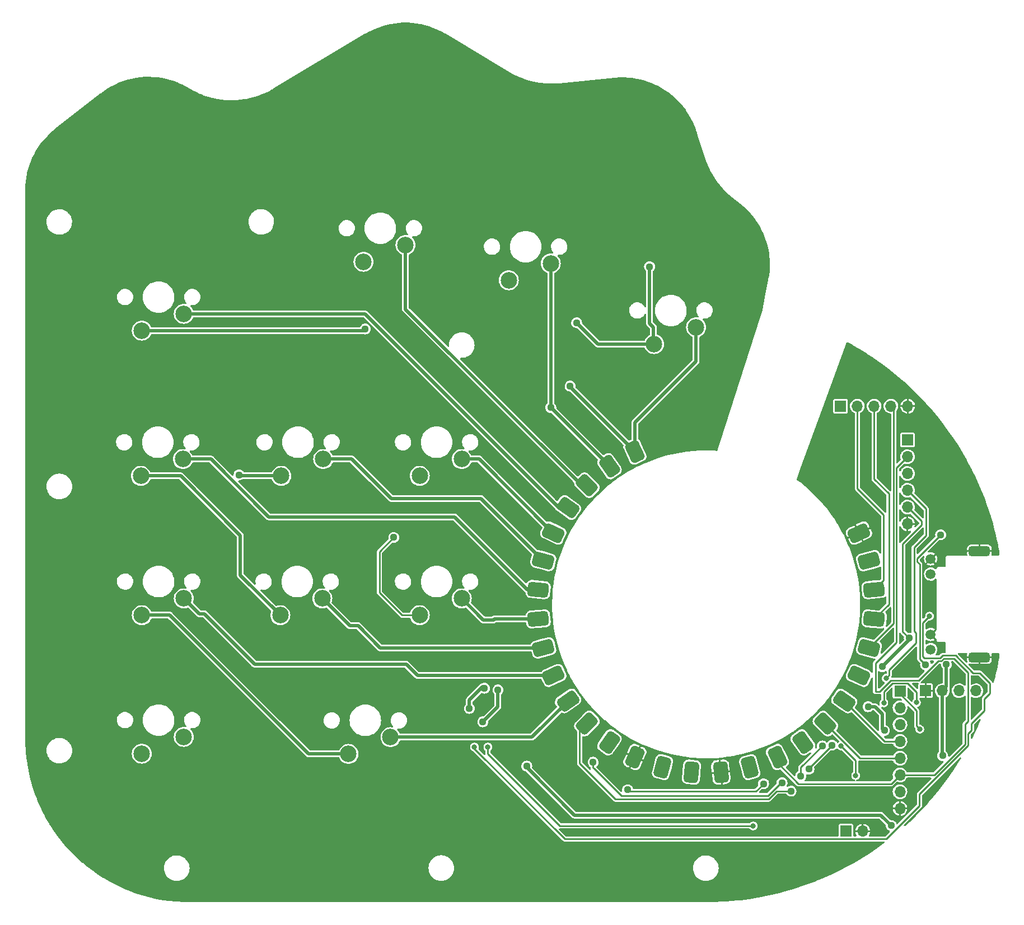
<source format=gbr>
%TF.GenerationSoftware,KiCad,Pcbnew,(6.0.9)*%
%TF.CreationDate,2023-01-29T02:38:54+01:00*%
%TF.ProjectId,PICO DEV M3 KEYPAD,5049434f-2044-4455-9620-4d33204b4559,0.1*%
%TF.SameCoordinates,Original*%
%TF.FileFunction,Copper,L2,Bot*%
%TF.FilePolarity,Positive*%
%FSLAX46Y46*%
G04 Gerber Fmt 4.6, Leading zero omitted, Abs format (unit mm)*
G04 Created by KiCad (PCBNEW (6.0.9)) date 2023-01-29 02:38:54*
%MOMM*%
%LPD*%
G01*
G04 APERTURE LIST*
G04 Aperture macros list*
%AMRoundRect*
0 Rectangle with rounded corners*
0 $1 Rounding radius*
0 $2 $3 $4 $5 $6 $7 $8 $9 X,Y pos of 4 corners*
0 Add a 4 corners polygon primitive as box body*
4,1,4,$2,$3,$4,$5,$6,$7,$8,$9,$2,$3,0*
0 Add four circle primitives for the rounded corners*
1,1,$1+$1,$2,$3*
1,1,$1+$1,$4,$5*
1,1,$1+$1,$6,$7*
1,1,$1+$1,$8,$9*
0 Add four rect primitives between the rounded corners*
20,1,$1+$1,$2,$3,$4,$5,0*
20,1,$1+$1,$4,$5,$6,$7,0*
20,1,$1+$1,$6,$7,$8,$9,0*
20,1,$1+$1,$8,$9,$2,$3,0*%
G04 Aperture macros list end*
%TA.AperFunction,ComponentPad*%
%ADD10R,1.700000X1.700000*%
%TD*%
%TA.AperFunction,ComponentPad*%
%ADD11O,1.700000X1.700000*%
%TD*%
%TA.AperFunction,ComponentPad*%
%ADD12C,2.500000*%
%TD*%
%TA.AperFunction,ComponentPad*%
%ADD13C,1.500000*%
%TD*%
%TA.AperFunction,ComponentPad*%
%ADD14RoundRect,0.375000X-1.225000X0.375000X-1.225000X-0.375000X1.225000X-0.375000X1.225000X0.375000X0*%
%TD*%
%TA.AperFunction,ComponentPad*%
%ADD15RoundRect,0.550000X-0.942469X0.718854X-0.054307X-1.184082X0.942469X-0.718854X0.054307X1.184082X0*%
%TD*%
%TA.AperFunction,ComponentPad*%
%ADD16RoundRect,0.550000X-1.052979X0.544275X0.152132X-1.175524X1.052979X-0.544275X-0.152132X1.175524X0*%
%TD*%
%TA.AperFunction,ComponentPad*%
%ADD17RoundRect,0.550000X-1.131494X0.353158X0.353948X-1.131247X1.131494X-0.353158X-0.353948X1.131247X0*%
%TD*%
%TA.AperFunction,ComponentPad*%
%ADD18RoundRect,0.550000X-1.175630X0.151311X0.545010X-1.052599X1.175630X-0.151311X-0.545010X1.052599X0*%
%TD*%
%TA.AperFunction,ComponentPad*%
%ADD19RoundRect,0.550000X-1.184044X-0.055133X0.719512X-0.941967X1.184044X0.055133X-0.719512X0.941967X0*%
%TD*%
%TA.AperFunction,ComponentPad*%
%ADD20RoundRect,0.550000X-1.156482X-0.259903X0.872152X-0.802715X1.156482X0.259903X-0.872152X0.802715X0*%
%TD*%
%TA.AperFunction,ComponentPad*%
%ADD21RoundRect,0.550000X-1.093781X-0.456775X0.998292X-0.639072X1.093781X0.456775X-0.998292X0.639072X0*%
%TD*%
%TA.AperFunction,ComponentPad*%
%ADD22RoundRect,0.550000X-0.997846X-0.639769X1.094099X-0.456012X0.997846X0.639769X-1.094099X0.456012X0*%
%TD*%
%TA.AperFunction,ComponentPad*%
%ADD23RoundRect,0.550000X-0.871591X-0.803323X1.156663X-0.259095X0.871591X0.803323X-1.156663X0.259095X0*%
%TD*%
%TA.AperFunction,ComponentPad*%
%ADD24RoundRect,0.550000X-0.718854X-0.942469X1.184082X-0.054307X0.718854X0.942469X-1.184082X0.054307X0*%
%TD*%
%TA.AperFunction,ComponentPad*%
%ADD25RoundRect,0.550000X-0.544275X-1.052979X1.175524X0.152132X0.544275X1.052979X-1.175524X-0.152132X0*%
%TD*%
%TA.AperFunction,ComponentPad*%
%ADD26RoundRect,0.550000X-0.353158X-1.131494X1.131247X0.353948X0.353158X1.131494X-1.131247X-0.353948X0*%
%TD*%
%TA.AperFunction,ComponentPad*%
%ADD27RoundRect,0.550000X-0.151311X-1.175630X1.052599X0.545010X0.151311X1.175630X-1.052599X-0.545010X0*%
%TD*%
%TA.AperFunction,ComponentPad*%
%ADD28RoundRect,0.550000X0.055133X-1.184044X0.941967X0.719512X-0.055133X1.184044X-0.941967X-0.719512X0*%
%TD*%
%TA.AperFunction,ComponentPad*%
%ADD29RoundRect,0.550000X0.259903X-1.156482X0.802715X0.872152X-0.259903X1.156482X-0.802715X-0.872152X0*%
%TD*%
%TA.AperFunction,ComponentPad*%
%ADD30RoundRect,0.550000X0.456775X-1.093781X0.639072X0.998292X-0.456775X1.093781X-0.639072X-0.998292X0*%
%TD*%
%TA.AperFunction,ComponentPad*%
%ADD31RoundRect,0.550000X0.639769X-0.997846X0.456012X1.094099X-0.639769X0.997846X-0.456012X-1.094099X0*%
%TD*%
%TA.AperFunction,ComponentPad*%
%ADD32RoundRect,0.550000X0.803323X-0.871591X0.259095X1.156663X-0.803323X0.871591X-0.259095X-1.156663X0*%
%TD*%
%TA.AperFunction,ComponentPad*%
%ADD33RoundRect,0.550000X0.942469X-0.718854X0.054307X1.184082X-0.942469X0.718854X-0.054307X-1.184082X0*%
%TD*%
%TA.AperFunction,ComponentPad*%
%ADD34RoundRect,0.550000X1.052979X-0.544275X-0.152132X1.175524X-1.052979X0.544275X0.152132X-1.175524X0*%
%TD*%
%TA.AperFunction,ComponentPad*%
%ADD35RoundRect,0.550000X1.131494X-0.353158X-0.353948X1.131247X-1.131494X0.353158X0.353948X-1.131247X0*%
%TD*%
%TA.AperFunction,ComponentPad*%
%ADD36RoundRect,0.550000X1.175630X-0.151311X-0.545010X1.052599X-1.175630X0.151311X0.545010X-1.052599X0*%
%TD*%
%TA.AperFunction,ComponentPad*%
%ADD37RoundRect,0.550000X1.184044X0.055133X-0.719512X0.941967X-1.184044X-0.055133X0.719512X-0.941967X0*%
%TD*%
%TA.AperFunction,ComponentPad*%
%ADD38RoundRect,0.550000X1.156482X0.259903X-0.872152X0.802715X-1.156482X-0.259903X0.872152X-0.802715X0*%
%TD*%
%TA.AperFunction,ComponentPad*%
%ADD39RoundRect,0.550000X1.093781X0.456775X-0.998292X0.639072X-1.093781X-0.456775X0.998292X-0.639072X0*%
%TD*%
%TA.AperFunction,ComponentPad*%
%ADD40RoundRect,0.550000X0.997846X0.639769X-1.094099X0.456012X-0.997846X-0.639769X1.094099X-0.456012X0*%
%TD*%
%TA.AperFunction,ComponentPad*%
%ADD41RoundRect,0.550000X0.871591X0.803323X-1.156663X0.259095X-0.871591X-0.803323X1.156663X-0.259095X0*%
%TD*%
%TA.AperFunction,ComponentPad*%
%ADD42RoundRect,0.550000X0.718854X0.942469X-1.184082X0.054307X-0.718854X-0.942469X1.184082X-0.054307X0*%
%TD*%
%TA.AperFunction,ViaPad*%
%ADD43C,1.127000*%
%TD*%
%TA.AperFunction,ViaPad*%
%ADD44C,0.800000*%
%TD*%
%TA.AperFunction,Conductor*%
%ADD45C,0.508000*%
%TD*%
%TA.AperFunction,Conductor*%
%ADD46C,0.500000*%
%TD*%
%TA.AperFunction,Conductor*%
%ADD47C,0.254000*%
%TD*%
G04 APERTURE END LIST*
D10*
%TO.P,J4,1,Pin_1*%
%TO.N,+3.3V*%
X179324000Y-78740000D03*
D11*
%TO.P,J4,2,Pin_2*%
%TO.N,/A3*%
X181864000Y-78740000D03*
%TO.P,J4,3,Pin_3*%
%TO.N,/A2*%
X184404000Y-78740000D03*
%TO.P,J4,4,Pin_4*%
%TO.N,MK_12*%
X186944000Y-78740000D03*
%TO.P,J4,5,Pin_5*%
%TO.N,GND*%
X189484000Y-78740000D03*
%TD*%
D12*
%TO.P,MK8,5,5*%
%TO.N,MK_8*%
X122047000Y-107823000D03*
%TO.P,MK8,6,6*%
%TO.N,+3.3V*%
X115697000Y-110363000D03*
%TD*%
D10*
%TO.P,J1,1,Pin_1*%
%TO.N,GND*%
X192176400Y-121793000D03*
D11*
%TO.P,J1,2,Pin_2*%
%TO.N,+3.3V*%
X194716400Y-121793000D03*
%TO.P,J1,3,Pin_3*%
%TO.N,/SCL*%
X197256400Y-121793000D03*
%TO.P,J1,4,Pin_4*%
%TO.N,/SDA*%
X199796400Y-121793000D03*
%TD*%
D12*
%TO.P,MK2,5,5*%
%TO.N,MK_2*%
X135509000Y-57150000D03*
%TO.P,MK2,6,6*%
%TO.N,+3.3V*%
X129159000Y-59690000D03*
%TD*%
%TO.P,MK1,5,5*%
%TO.N,MK_1*%
X157480000Y-66802000D03*
%TO.P,MK1,6,6*%
%TO.N,+3.3V*%
X151130000Y-69342000D03*
%TD*%
D10*
%TO.P,J5,1,Pin_1*%
%TO.N,MK_2*%
X189454000Y-83845000D03*
D11*
%TO.P,J5,2,Pin_2*%
%TO.N,/IO18*%
X189454000Y-86385000D03*
%TO.P,J5,3,Pin_3*%
%TO.N,/IO19*%
X189454000Y-88925000D03*
%TO.P,J5,4,Pin_4*%
%TO.N,MK_1*%
X189454000Y-91465000D03*
%TO.P,J5,5,Pin_5*%
%TO.N,+5V*%
X189454000Y-94005000D03*
%TO.P,J5,6,Pin_6*%
%TO.N,GND*%
X189454000Y-96545000D03*
%TD*%
D13*
%TO.P,SERIAL_CONN1,9*%
%TO.N,Net-(R1-Pad2)*%
X192958800Y-115566600D03*
%TO.P,SERIAL_CONN1,10*%
%TO.N,GND*%
X192958800Y-113276600D03*
%TO.P,SERIAL_CONN1,11*%
%TO.N,Net-(R2-Pad2)*%
X192958800Y-104136600D03*
%TO.P,SERIAL_CONN1,12*%
%TO.N,GND*%
X192958800Y-101846600D03*
D14*
%TO.P,SERIAL_CONN1,SH*%
X200318800Y-116731600D03*
X200318800Y-100681600D03*
%TD*%
D12*
%TO.P,MK5,5,5*%
%TO.N,MK_5*%
X122047000Y-86741000D03*
%TO.P,MK5,6,6*%
%TO.N,+3.3V*%
X115697000Y-89281000D03*
%TD*%
%TO.P,MK12,5,5*%
%TO.N,MK_12*%
X80010000Y-128778000D03*
%TO.P,MK12,6,6*%
%TO.N,+3.3V*%
X73660000Y-131318000D03*
%TD*%
D15*
%TO.P,U1,1,IO0*%
%TO.N,MK_1*%
X148225575Y-85597592D03*
D16*
%TO.P,U1,2,IO1*%
%TO.N,MK_2*%
X144375549Y-87820406D03*
D17*
%TO.P,U1,3,IO6*%
%TO.N,MK_3*%
X140970000Y-90678000D03*
D18*
%TO.P,U1,4,IO7*%
%TO.N,MK_4*%
X138112406Y-94083548D03*
D19*
%TO.P,U1,5,IO9*%
%TO.N,MK_5*%
X135889592Y-97933574D03*
D20*
%TO.P,U1,6,IO10*%
%TO.N,MK_6*%
X134369098Y-102111098D03*
D21*
%TO.P,U1,7,IO11*%
%TO.N,MK_7*%
X133597123Y-106489186D03*
D22*
%TO.P,U1,8,IO12*%
%TO.N,MK_8*%
X133597123Y-110934813D03*
D23*
%TO.P,U1,9,IO13*%
%TO.N,MK_9*%
X134369098Y-115312902D03*
D24*
%TO.P,U1,10,IO14*%
%TO.N,MK_10*%
X135889592Y-119490425D03*
D25*
%TO.P,U1,11,IO15*%
%TO.N,MK_11*%
X138112406Y-123340451D03*
D26*
%TO.P,U1,12,IO16*%
%TO.N,/TX_0*%
X140970000Y-126746000D03*
D27*
%TO.P,U1,13,+3.3*%
%TO.N,+3.3V*%
X144375548Y-129603594D03*
D28*
%TO.P,U1,14,GND*%
%TO.N,GND*%
X148225574Y-131826408D03*
D29*
%TO.P,U1,15,VIN/VBUS*%
%TO.N,+5V*%
X152403098Y-133346902D03*
D30*
%TO.P,U1,16,BAT+*%
%TO.N,/BAT+*%
X156781186Y-134118877D03*
D31*
%TO.P,U1,17,GND*%
%TO.N,GND*%
X161226813Y-134118877D03*
D32*
%TO.P,U1,18,IO17*%
%TO.N,/RX_0*%
X165604902Y-133346902D03*
D33*
%TO.P,U1,19,IO18*%
%TO.N,/IO18*%
X169782425Y-131826408D03*
D34*
%TO.P,U1,20,IO19*%
%TO.N,/IO19*%
X173632451Y-129603594D03*
D35*
%TO.P,U1,21,IO20*%
%TO.N,/SDA*%
X177038000Y-126746000D03*
D36*
%TO.P,U1,22,IO21*%
%TO.N,/SCL*%
X179895594Y-123340452D03*
D37*
%TO.P,U1,23,IO22*%
%TO.N,LED_OUT*%
X182118408Y-119490426D03*
D38*
%TO.P,U1,24,IO23*%
%TO.N,MK_12*%
X183638902Y-115312902D03*
D39*
%TO.P,U1,25,A2*%
%TO.N,/A2*%
X184410877Y-110934814D03*
D40*
%TO.P,U1,26,A3*%
%TO.N,/A3*%
X184410877Y-106489187D03*
D41*
%TO.P,U1,27,RS*%
%TO.N,unconnected-(U1-Pad27)*%
X183638902Y-102111098D03*
D42*
%TO.P,U1,28,GND*%
%TO.N,GND*%
X182118408Y-97933575D03*
%TD*%
D10*
%TO.P,J3,1,Pin_1*%
%TO.N,Net-(J3-Pad1)*%
X188315600Y-121843800D03*
D11*
%TO.P,J3,2,Pin_2*%
%TO.N,/TX_0*%
X188315600Y-124383800D03*
%TO.P,J3,3,Pin_3*%
%TO.N,/RX_0*%
X188315600Y-126923800D03*
%TO.P,J3,4,Pin_4*%
%TO.N,/SCL*%
X188315600Y-129463800D03*
%TO.P,J3,5,Pin_5*%
%TO.N,/SDA*%
X188315600Y-132003800D03*
%TO.P,J3,6,Pin_6*%
%TO.N,/IO18*%
X188315600Y-134543800D03*
%TO.P,J3,7,Pin_7*%
%TO.N,+5V*%
X188315600Y-137083800D03*
%TO.P,J3,8,Pin_8*%
%TO.N,GND*%
X188315600Y-139623800D03*
%TD*%
D12*
%TO.P,MK7,5,5*%
%TO.N,MK_7*%
X79883000Y-86741000D03*
%TO.P,MK7,6,6*%
%TO.N,+3.3V*%
X73533000Y-89281000D03*
%TD*%
D10*
%TO.P,J2,1,Pin_1*%
%TO.N,/BAT+*%
X180131400Y-143027800D03*
D11*
%TO.P,J2,2,Pin_2*%
%TO.N,GND*%
X182671400Y-143027800D03*
%TD*%
D12*
%TO.P,MK6,5,5*%
%TO.N,MK_6*%
X101092000Y-86741000D03*
%TO.P,MK6,6,6*%
%TO.N,+3.3V*%
X94742000Y-89281000D03*
%TD*%
%TO.P,MK3,5,5*%
%TO.N,MK_3*%
X113538000Y-54356000D03*
%TO.P,MK3,6,6*%
%TO.N,+3.3V*%
X107188000Y-56896000D03*
%TD*%
%TO.P,MK11,5,5*%
%TO.N,MK_11*%
X111264700Y-128816100D03*
%TO.P,MK11,6,6*%
%TO.N,+3.3V*%
X104914700Y-131356100D03*
%TD*%
%TO.P,MK9,5,5*%
%TO.N,MK_9*%
X100965000Y-107823000D03*
%TO.P,MK9,6,6*%
%TO.N,+3.3V*%
X94615000Y-110363000D03*
%TD*%
%TO.P,MK4,5,5*%
%TO.N,MK_4*%
X80010000Y-64770000D03*
%TO.P,MK4,6,6*%
%TO.N,+3.3V*%
X73660000Y-67310000D03*
%TD*%
%TO.P,MK10,5,5*%
%TO.N,MK_10*%
X80010000Y-107823000D03*
%TO.P,MK10,6,6*%
%TO.N,+3.3V*%
X73660000Y-110363000D03*
%TD*%
D43*
%TO.N,+3.3V*%
X150444200Y-57632600D03*
X186994800Y-142189200D03*
X139420600Y-66116200D03*
X111760000Y-98602800D03*
X192176400Y-117858200D03*
X131876800Y-133197600D03*
X195326000Y-117805200D03*
X88366600Y-89128600D03*
X107442000Y-67056000D03*
X194767200Y-131622800D03*
X194462400Y-98196400D03*
%TO.N,GND*%
X107594400Y-107442000D03*
X107746800Y-110693200D03*
X103174800Y-99161600D03*
X97891600Y-115519200D03*
D44*
X91440000Y-77724000D03*
X78486000Y-98552000D03*
X82042000Y-100584000D03*
D43*
X103784400Y-115316000D03*
D44*
X81534000Y-80772000D03*
X101346000Y-78486000D03*
X79248000Y-77470000D03*
D43*
X103225600Y-102717600D03*
D44*
%TO.N,/IO19*%
X190804800Y-123571000D03*
X185877200Y-123621800D03*
D43*
%TO.N,/TX_0*%
X171831000Y-136982200D03*
%TO.N,+5V*%
X183490600Y-124206000D03*
X185953400Y-127813800D03*
X185622700Y-118160300D03*
X189712894Y-113829644D03*
D44*
%TO.N,Net-(J3-Pad1)*%
X191312800Y-127609600D03*
D43*
%TO.N,MK_12*%
X167690800Y-135864600D03*
X174548800Y-133653800D03*
X178054000Y-130022600D03*
X147116800Y-136779000D03*
D44*
%TO.N,MK_2*%
X123952000Y-130302000D03*
D43*
X123190000Y-124460000D03*
D44*
X192786000Y-110490000D03*
D43*
X125476000Y-121412000D03*
X135509000Y-78953857D03*
D44*
%TO.N,MK_1*%
X179401472Y-130136900D03*
D43*
X138430000Y-75692000D03*
D44*
X186230600Y-119879600D03*
D43*
X125222000Y-126492000D03*
X127508000Y-121666000D03*
D44*
X181610000Y-134620000D03*
X125984000Y-130302000D03*
X166116000Y-142240000D03*
D43*
%TO.N,LED_OUT*%
X141909800Y-132613400D03*
X176555400Y-130148600D03*
X173304200Y-134696200D03*
X170484800Y-135712200D03*
%TD*%
D45*
%TO.N,+3.3V*%
X151035999Y-69247999D02*
X151035999Y-66809599D01*
D46*
X139090400Y-140614400D02*
X132029200Y-133553200D01*
D45*
X150444200Y-66217800D02*
X150444200Y-57632600D01*
D46*
X77901800Y-110363000D02*
X73660000Y-110363000D01*
D47*
X194462400Y-98196400D02*
X190906400Y-101752400D01*
X190906400Y-102260400D02*
X191316000Y-102670000D01*
D45*
X195326000Y-121183400D02*
X194716400Y-121793000D01*
D46*
X194716400Y-131572000D02*
X194767200Y-131622800D01*
D47*
X190906400Y-101752400D02*
X190906400Y-102260400D01*
X109601000Y-106959400D02*
X113004600Y-110363000D01*
D46*
X185420000Y-140614400D02*
X171246800Y-140614400D01*
X132029200Y-133553200D02*
X131876800Y-133400800D01*
D47*
X191316000Y-116997800D02*
X192176400Y-117858200D01*
D45*
X151130000Y-69342000D02*
X151035999Y-69247999D01*
D46*
X88519000Y-89281000D02*
X94742000Y-89281000D01*
X131876800Y-133400800D02*
X131876800Y-133197600D01*
X88366600Y-89128600D02*
X88519000Y-89281000D01*
X104914700Y-131356100D02*
X98894900Y-131356100D01*
X186994800Y-142189200D02*
X185420000Y-140614400D01*
X79552800Y-89281000D02*
X73533000Y-89281000D01*
X88544400Y-98272600D02*
X79552800Y-89281000D01*
D45*
X151035999Y-66809599D02*
X150444200Y-66217800D01*
D46*
X107442000Y-67056000D02*
X107188000Y-67310000D01*
D47*
X113004600Y-110363000D02*
X115697000Y-110363000D01*
D45*
X142646400Y-69342000D02*
X139420600Y-66116200D01*
D47*
X111760000Y-98602800D02*
X109601000Y-100761800D01*
X191316000Y-102670000D02*
X191316000Y-116997800D01*
X109601000Y-100761800D02*
X109601000Y-106959400D01*
D46*
X194716400Y-121793000D02*
X194716400Y-131572000D01*
D45*
X195326000Y-117805200D02*
X195326000Y-121183400D01*
D46*
X88544400Y-104292400D02*
X88544400Y-98272600D01*
X171246800Y-140614400D02*
X139090400Y-140614400D01*
X98894900Y-131356100D02*
X77901800Y-110363000D01*
X107188000Y-67310000D02*
X73660000Y-67310000D01*
X94615000Y-110363000D02*
X88544400Y-104292400D01*
D45*
X151130000Y-69342000D02*
X142646400Y-69342000D01*
D47*
%TO.N,/IO19*%
X189492600Y-120666800D02*
X190804800Y-121979000D01*
X185877200Y-123621800D02*
X185877200Y-121928200D01*
X190804800Y-121979000D02*
X190804800Y-123571000D01*
X187138600Y-120666800D02*
X189492600Y-120666800D01*
X185877200Y-121928200D02*
X187138600Y-120666800D01*
%TO.N,/TX_0*%
X139877800Y-127838200D02*
X140970000Y-126746000D01*
X168452800Y-138201400D02*
X145288000Y-138201400D01*
X145288000Y-138201400D02*
X139877800Y-132791200D01*
X139877800Y-132791200D02*
X139877800Y-127838200D01*
X171831000Y-136982200D02*
X169672000Y-136982200D01*
X169672000Y-136982200D02*
X168452800Y-138201400D01*
%TO.N,/SCL*%
X186018942Y-129463800D02*
X188315600Y-129463800D01*
X179895594Y-123340452D02*
X186018942Y-129463800D01*
%TO.N,/SDA*%
X177038000Y-126746000D02*
X182295800Y-132003800D01*
X182295800Y-132003800D02*
X188315600Y-132003800D01*
%TO.N,/IO18*%
X186969400Y-135890000D02*
X188315600Y-134543800D01*
X194957142Y-116914700D02*
X194577842Y-117294000D01*
X184607200Y-121920000D02*
X184607200Y-117652800D01*
X191191200Y-120212800D02*
X186950547Y-120212800D01*
X198619400Y-122280530D02*
X198619400Y-119040578D01*
X193522600Y-134543800D02*
X198170800Y-129895600D01*
X187804400Y-88034600D02*
X189454000Y-86385000D01*
X198619400Y-119040578D02*
X196493522Y-116914700D01*
X184607200Y-117652800D02*
X187804400Y-114455600D01*
X188315600Y-134543800D02*
X193522600Y-134543800D01*
X194110000Y-117294000D02*
X191191200Y-120212800D01*
X169782425Y-132698425D02*
X172974000Y-135890000D01*
X196493522Y-116914700D02*
X194957142Y-116914700D01*
X198628000Y-122289130D02*
X198619400Y-122280530D01*
X186950547Y-120212800D02*
X185243347Y-121920000D01*
X187804400Y-114455600D02*
X187804400Y-88034600D01*
X198628000Y-126390400D02*
X198628000Y-122289130D01*
X194577842Y-117294000D02*
X194110000Y-117294000D01*
X198170800Y-129895600D02*
X198170800Y-126847600D01*
X185243347Y-121920000D02*
X184607200Y-121920000D01*
X198170800Y-126847600D02*
X198628000Y-126390400D01*
X172974000Y-135890000D02*
X186969400Y-135890000D01*
X169782425Y-131826408D02*
X169782425Y-132698425D01*
D46*
%TO.N,+5V*%
X189712894Y-113829644D02*
X189712894Y-114070106D01*
D47*
X188722000Y-99568000D02*
X191601374Y-96688626D01*
D45*
X185648600Y-127635000D02*
X185827400Y-127813800D01*
X183490600Y-124206000D02*
X184556400Y-124206000D01*
X185827400Y-127813800D02*
X185953400Y-127813800D01*
X184556400Y-124206000D02*
X185648600Y-125298200D01*
D46*
X189712894Y-114070106D02*
X185622700Y-118160300D01*
D45*
X185648600Y-125298200D02*
X185648600Y-127635000D01*
D47*
X191601374Y-96688626D02*
X191601374Y-96152374D01*
X188722000Y-112838750D02*
X188722000Y-99568000D01*
X191601374Y-96152374D02*
X189454000Y-94005000D01*
X189712894Y-113829644D02*
X188722000Y-112838750D01*
%TO.N,Net-(J3-Pad1)*%
X190830200Y-127127000D02*
X190830200Y-124815600D01*
X190830200Y-124815600D02*
X188315600Y-122301000D01*
X188315600Y-122301000D02*
X188315600Y-121843800D01*
X191312800Y-127609600D02*
X190830200Y-127127000D01*
%TO.N,/A3*%
X185851800Y-105048264D02*
X184410877Y-106489187D01*
X181864000Y-78740000D02*
X181864000Y-91160600D01*
X181864000Y-91160600D02*
X185851800Y-95148400D01*
X185851800Y-95148400D02*
X185851800Y-105048264D01*
%TO.N,/A2*%
X184404000Y-78740000D02*
X184404000Y-89763600D01*
X186639200Y-91998800D02*
X186639200Y-108706491D01*
X184404000Y-89763600D02*
X186639200Y-91998800D01*
X186639200Y-108706491D02*
X184410877Y-110934814D01*
%TO.N,MK_12*%
X183638902Y-115312902D02*
X187350400Y-111601404D01*
X187350400Y-79146400D02*
X186944000Y-78740000D01*
X187350400Y-111601404D02*
X187350400Y-79146400D01*
X166547800Y-137007600D02*
X147345400Y-137007600D01*
X174548800Y-133527800D02*
X174548800Y-133653800D01*
X167690800Y-135864600D02*
X166547800Y-137007600D01*
X147345400Y-137007600D02*
X147116800Y-136779000D01*
X178054000Y-130022600D02*
X174548800Y-133527800D01*
D45*
%TO.N,MK_11*%
X132636757Y-128816100D02*
X138112406Y-123340451D01*
X111264700Y-128816100D02*
X132636757Y-128816100D01*
%TO.N,MK_10*%
X90754200Y-117779800D02*
X83108800Y-110134400D01*
X115350225Y-119490425D02*
X113639600Y-117779800D01*
X135889592Y-119490425D02*
X115350225Y-119490425D01*
X82321400Y-110134400D02*
X80010000Y-107823000D01*
X113639600Y-117779800D02*
X90754200Y-117779800D01*
X83108800Y-110134400D02*
X82321400Y-110134400D01*
%TO.N,MK_9*%
X134369098Y-115312902D02*
X109724902Y-115312902D01*
X109724902Y-115312902D02*
X106375200Y-111963200D01*
X105105200Y-111963200D02*
X100965000Y-107823000D01*
X106375200Y-111963200D02*
X105105200Y-111963200D01*
%TO.N,MK_8*%
X126986987Y-110934813D02*
X126847600Y-111074200D01*
X126847600Y-111074200D02*
X125298200Y-111074200D01*
X133597123Y-110934813D02*
X126986987Y-110934813D01*
X125298200Y-111074200D02*
X122047000Y-107823000D01*
%TO.N,MK_7*%
X133597123Y-106489186D02*
X131965386Y-106489186D01*
X84124800Y-86741000D02*
X79883000Y-86741000D01*
X92862400Y-95478600D02*
X84124800Y-86741000D01*
X120954800Y-95478600D02*
X92862400Y-95478600D01*
X131965386Y-106489186D02*
X120954800Y-95478600D01*
%TO.N,MK_6*%
X105410000Y-86741000D02*
X101092000Y-86741000D01*
X134369098Y-102111098D02*
X124942600Y-92684600D01*
X111353600Y-92684600D02*
X105410000Y-86741000D01*
X124942600Y-92684600D02*
X111353600Y-92684600D01*
%TO.N,MK_5*%
X135889592Y-97933574D02*
X124697018Y-86741000D01*
X124697018Y-86741000D02*
X122047000Y-86741000D01*
%TO.N,MK_4*%
X80010000Y-64770000D02*
X107416600Y-64770000D01*
X136730148Y-94083548D02*
X138112406Y-94083548D01*
X107416600Y-64770000D02*
X136730148Y-94083548D01*
%TO.N,MK_3*%
X140141956Y-90678000D02*
X140970000Y-90678000D01*
X113538000Y-54356000D02*
X113538000Y-64074044D01*
X113538000Y-64074044D02*
X140141956Y-90678000D01*
D47*
%TO.N,MK_2*%
X200406000Y-119126000D02*
X201930000Y-120650000D01*
X186249200Y-144204800D02*
X137600800Y-144204800D01*
D46*
X123190000Y-123190000D02*
X125222000Y-121158000D01*
D45*
X135509000Y-78953857D02*
X144375549Y-87820406D01*
D46*
X125222000Y-121158000D02*
X125476000Y-121412000D01*
X123190000Y-124460000D02*
X123190000Y-123190000D01*
D47*
X199136000Y-126746000D02*
X199136000Y-127762000D01*
X196724700Y-116460700D02*
X199390000Y-119126000D01*
X198624800Y-130083653D02*
X191262000Y-137446452D01*
X192024000Y-116840000D02*
X194389790Y-116840000D01*
X191262000Y-139192000D02*
X186249200Y-144204800D01*
X191770000Y-116586000D02*
X192024000Y-116840000D01*
D45*
X135509000Y-57150000D02*
X135509000Y-78953857D01*
D47*
X201930000Y-122174000D02*
X201093797Y-123010203D01*
X199136000Y-127762000D02*
X198624800Y-128273200D01*
X201093797Y-123010203D02*
X201093797Y-124788203D01*
X191770000Y-111506000D02*
X191770000Y-116586000D01*
X199390000Y-119126000D02*
X200406000Y-119126000D01*
X191262000Y-137446452D02*
X191262000Y-139192000D01*
X123952000Y-130556000D02*
X123952000Y-130302000D01*
X194389790Y-116840000D02*
X194769090Y-116460700D01*
X137600800Y-144204800D02*
X123952000Y-130556000D01*
X194769090Y-116460700D02*
X196724700Y-116460700D01*
X201930000Y-120650000D02*
X201930000Y-122174000D01*
X201093797Y-124788203D02*
X199136000Y-126746000D01*
X198624800Y-128273200D02*
X198624800Y-130083653D01*
X192786000Y-110490000D02*
X191770000Y-111506000D01*
%TO.N,MK_1*%
X125984000Y-131305866D02*
X125984000Y-130302000D01*
X186230600Y-119879600D02*
X186690000Y-119420200D01*
X181610000Y-132345428D02*
X181610000Y-134620000D01*
X179401472Y-130136900D02*
X181610000Y-132345428D01*
X136918134Y-142240000D02*
X125984000Y-131305866D01*
D45*
X148225575Y-81212625D02*
X148225575Y-85597592D01*
D47*
X192278000Y-98298000D02*
X192278000Y-94289000D01*
D45*
X157480000Y-66802000D02*
X157480000Y-71958200D01*
X157480000Y-71958200D02*
X148225575Y-81212625D01*
D47*
X190452400Y-112776000D02*
X190452400Y-100123600D01*
X186690000Y-118618000D02*
X190754000Y-114554000D01*
X186690000Y-119420200D02*
X186690000Y-118618000D01*
X190754000Y-113077600D02*
X190452400Y-112776000D01*
D46*
X125222000Y-126492000D02*
X127508000Y-124206000D01*
X127508000Y-124206000D02*
X127508000Y-121666000D01*
D47*
X192278000Y-94289000D02*
X189454000Y-91465000D01*
D46*
X138430000Y-75692000D02*
X138430000Y-75802017D01*
D47*
X190754000Y-114554000D02*
X190754000Y-113077600D01*
X190452400Y-100123600D02*
X192278000Y-98298000D01*
D46*
X138430000Y-75802017D02*
X148225575Y-85597592D01*
D47*
X166116000Y-142240000D02*
X136918134Y-142240000D01*
%TO.N,LED_OUT*%
X168342648Y-137669500D02*
X146153100Y-137669500D01*
X142011400Y-133527800D02*
X141909800Y-133426200D01*
X176555400Y-130148600D02*
X173304200Y-133399800D01*
X141909800Y-133426200D02*
X141909800Y-132613400D01*
X173304200Y-133399800D02*
X173304200Y-134696200D01*
X170484800Y-135712200D02*
X170299948Y-135712200D01*
X146153100Y-137669500D02*
X142011400Y-133527800D01*
X170299948Y-135712200D02*
X168342648Y-137669500D01*
%TD*%
%TA.AperFunction,Conductor*%
%TO.N,GND*%
G36*
X113530544Y-20712906D02*
G01*
X113851227Y-20713095D01*
X113858370Y-20713302D01*
X114516271Y-20751049D01*
X114523391Y-20751660D01*
X115178128Y-20826648D01*
X115185202Y-20827663D01*
X115834588Y-20939641D01*
X115841595Y-20941054D01*
X116468514Y-21086177D01*
X116483616Y-21089673D01*
X116490527Y-21091481D01*
X117123115Y-21276264D01*
X117129888Y-21278454D01*
X117494401Y-21407774D01*
X117750956Y-21498794D01*
X117757620Y-21501373D01*
X118365196Y-21756567D01*
X118371704Y-21759520D01*
X118963840Y-22048752D01*
X118970169Y-22052069D01*
X119516631Y-22358520D01*
X119531306Y-22369073D01*
X119536324Y-22372077D01*
X119545522Y-22380405D01*
X119557906Y-22384829D01*
X119580236Y-22395377D01*
X129228860Y-28171855D01*
X129248706Y-28186558D01*
X129258454Y-28195384D01*
X129261972Y-28196641D01*
X129269217Y-28200721D01*
X129269218Y-28200722D01*
X129824620Y-28513504D01*
X129824639Y-28513514D01*
X129826079Y-28514325D01*
X129827568Y-28515062D01*
X129827575Y-28515066D01*
X129862731Y-28532474D01*
X130409542Y-28803237D01*
X130411085Y-28803901D01*
X130411099Y-28803908D01*
X131005967Y-29060096D01*
X131005975Y-29060099D01*
X131007521Y-29060765D01*
X131009098Y-29061347D01*
X131009103Y-29061349D01*
X131088080Y-29090495D01*
X131618329Y-29286182D01*
X131619917Y-29286674D01*
X131619923Y-29286676D01*
X132238661Y-29478362D01*
X132238675Y-29478366D01*
X132240244Y-29478852D01*
X132871511Y-29638232D01*
X132873150Y-29638554D01*
X132873153Y-29638555D01*
X133508726Y-29763552D01*
X133508733Y-29763553D01*
X133510349Y-29763871D01*
X133511986Y-29764103D01*
X133511995Y-29764105D01*
X133752798Y-29798303D01*
X134154957Y-29855416D01*
X134542400Y-29889582D01*
X134801859Y-29912462D01*
X134801863Y-29912462D01*
X134803516Y-29912608D01*
X134805157Y-29912665D01*
X134805170Y-29912666D01*
X135452527Y-29935228D01*
X135452533Y-29935228D01*
X135454196Y-29935286D01*
X136105163Y-29923386D01*
X136441326Y-29899344D01*
X136740670Y-29877936D01*
X136740672Y-29877935D01*
X136750857Y-29877207D01*
X136754643Y-29877581D01*
X136766517Y-29873982D01*
X136766518Y-29873982D01*
X136766794Y-29873898D01*
X136767228Y-29873767D01*
X136791447Y-29868956D01*
X145152230Y-29047376D01*
X145176923Y-29047381D01*
X145177660Y-29047454D01*
X145177665Y-29047453D01*
X145190012Y-29048672D01*
X145201887Y-29045073D01*
X145207489Y-29044522D01*
X145225604Y-29041187D01*
X145844623Y-28997882D01*
X145851699Y-28997587D01*
X146167170Y-28993288D01*
X146504782Y-28988687D01*
X146511835Y-28988789D01*
X146856377Y-29003473D01*
X147164427Y-29016602D01*
X147171492Y-29017103D01*
X147424429Y-29042178D01*
X147821447Y-29081537D01*
X147828442Y-29082429D01*
X148473795Y-29183289D01*
X148480738Y-29184575D01*
X149119380Y-29321532D01*
X149126242Y-29323207D01*
X149407316Y-29400231D01*
X149756179Y-29495832D01*
X149762954Y-29497895D01*
X150382189Y-29705641D01*
X150388834Y-29708081D01*
X150928108Y-29923416D01*
X150995407Y-29950289D01*
X151001905Y-29953098D01*
X151593935Y-30229018D01*
X151600250Y-30232180D01*
X151663876Y-30266310D01*
X152175837Y-30540929D01*
X152181981Y-30544451D01*
X152739267Y-30885027D01*
X152745205Y-30888888D01*
X153282512Y-31260266D01*
X153288222Y-31264455D01*
X153803815Y-31665438D01*
X153809271Y-31669933D01*
X154228755Y-32035792D01*
X154301510Y-32099246D01*
X154306714Y-32104049D01*
X154607132Y-32397367D01*
X154774040Y-32560331D01*
X154778967Y-32565419D01*
X155219938Y-33047263D01*
X155224570Y-33052620D01*
X155491439Y-33379334D01*
X155637747Y-33558452D01*
X155642064Y-33564051D01*
X155900269Y-33919155D01*
X156026188Y-34092330D01*
X156030191Y-34098174D01*
X156384006Y-34647175D01*
X156387674Y-34653233D01*
X156710101Y-35221279D01*
X156713422Y-35227535D01*
X157003401Y-35812762D01*
X157006366Y-35819194D01*
X157263012Y-36419808D01*
X157265609Y-36426393D01*
X157413267Y-36833933D01*
X157476955Y-37009714D01*
X157481304Y-37027847D01*
X157483030Y-37033066D01*
X157484555Y-37045385D01*
X157491042Y-37056825D01*
X157501059Y-37079396D01*
X157833643Y-38084706D01*
X158909936Y-41338049D01*
X158915357Y-41362143D01*
X158915447Y-41362870D01*
X158915448Y-41362875D01*
X158916973Y-41375192D01*
X158919118Y-41378974D01*
X159137805Y-41985661D01*
X159389959Y-42583852D01*
X159390676Y-42585329D01*
X159390680Y-42585338D01*
X159573993Y-42963001D01*
X159673426Y-43167855D01*
X159987412Y-43736034D01*
X160331036Y-44286793D01*
X160331974Y-44288133D01*
X160331984Y-44288148D01*
X160694008Y-44805269D01*
X160703334Y-44818590D01*
X161103262Y-45329933D01*
X161104340Y-45331170D01*
X161104348Y-45331180D01*
X161528614Y-45818142D01*
X161529699Y-45819387D01*
X161981449Y-46285580D01*
X162457244Y-46727204D01*
X162458511Y-46728261D01*
X162458518Y-46728267D01*
X162491580Y-46755845D01*
X162952569Y-47140368D01*
X162955308Y-47143582D01*
X162966356Y-47149227D01*
X162966357Y-47149228D01*
X162967018Y-47149566D01*
X162987805Y-47162906D01*
X164140331Y-48073620D01*
X164158115Y-48090758D01*
X164166641Y-48100764D01*
X164177695Y-48106412D01*
X164181953Y-48109777D01*
X164197505Y-48120062D01*
X164661053Y-48507449D01*
X164666229Y-48512021D01*
X165120368Y-48935900D01*
X165131793Y-48946564D01*
X165136710Y-48951413D01*
X165577765Y-49410810D01*
X165582404Y-49415913D01*
X165960097Y-49855140D01*
X165997645Y-49898805D01*
X166001998Y-49904158D01*
X166352471Y-50360052D01*
X166390132Y-50409042D01*
X166394185Y-50414623D01*
X166523814Y-50603864D01*
X166754101Y-50940053D01*
X166757839Y-50945845D01*
X167088424Y-51490198D01*
X167091831Y-51496172D01*
X167163828Y-51630844D01*
X167392089Y-52057812D01*
X167395176Y-52063988D01*
X167664207Y-52641221D01*
X167666952Y-52647559D01*
X167903955Y-53238671D01*
X167906348Y-53245149D01*
X168110604Y-53848344D01*
X168112639Y-53854943D01*
X168272703Y-54429518D01*
X168283541Y-54468424D01*
X168285208Y-54475110D01*
X168422251Y-55097079D01*
X168423550Y-55103854D01*
X168514780Y-55661871D01*
X168526304Y-55732359D01*
X168527231Y-55739198D01*
X168583209Y-56259178D01*
X168595396Y-56372386D01*
X168595946Y-56379263D01*
X168628312Y-56996066D01*
X168629318Y-57015246D01*
X168629491Y-57022150D01*
X168627967Y-57659008D01*
X168627761Y-57665910D01*
X168591349Y-58301720D01*
X168590765Y-58308601D01*
X168519573Y-58941456D01*
X168518613Y-58948295D01*
X168418318Y-59543851D01*
X168413084Y-59562142D01*
X168412077Y-59567260D01*
X168407352Y-59578735D01*
X168407378Y-59591142D01*
X168407378Y-59591143D01*
X168407380Y-59591883D01*
X168405010Y-59616472D01*
X167884324Y-62263200D01*
X167505545Y-64188596D01*
X167501925Y-64202661D01*
X160760296Y-85279263D01*
X160721436Y-85400751D01*
X160681632Y-85459539D01*
X160616362Y-85487476D01*
X160593791Y-85488132D01*
X160322129Y-85471631D01*
X159940165Y-85448430D01*
X159940142Y-85448429D01*
X159938873Y-85448352D01*
X159570382Y-85441125D01*
X158984252Y-85429628D01*
X158984239Y-85429628D01*
X158982964Y-85429603D01*
X158542528Y-85439048D01*
X158028383Y-85450073D01*
X158028369Y-85450074D01*
X158027091Y-85450101D01*
X157072864Y-85509813D01*
X156121892Y-85608637D01*
X155175777Y-85746407D01*
X154236114Y-85922892D01*
X154234870Y-85923179D01*
X154234865Y-85923180D01*
X153850381Y-86011870D01*
X153304485Y-86137793D01*
X152948808Y-86235372D01*
X152403413Y-86385000D01*
X152382461Y-86390748D01*
X151471596Y-86681332D01*
X150573425Y-87009054D01*
X150572227Y-87009548D01*
X150572216Y-87009552D01*
X149740126Y-87352482D01*
X149689460Y-87373363D01*
X149688280Y-87373907D01*
X148825086Y-87771848D01*
X148821192Y-87773643D01*
X148820066Y-87774219D01*
X148820048Y-87774228D01*
X148503295Y-87936336D01*
X147970084Y-88209222D01*
X147137569Y-88679364D01*
X147136463Y-88680050D01*
X146326130Y-89182609D01*
X146326115Y-89182619D01*
X146325052Y-89183278D01*
X146324006Y-89183988D01*
X146324001Y-89183991D01*
X145555561Y-89705417D01*
X145533900Y-89720115D01*
X144765448Y-90288969D01*
X144764447Y-90289776D01*
X144764431Y-90289788D01*
X144497969Y-90504514D01*
X144020990Y-90888883D01*
X143810736Y-91073046D01*
X143359024Y-91468704D01*
X143301780Y-91518844D01*
X143046422Y-91761743D01*
X142609970Y-92176900D01*
X142609951Y-92176919D01*
X142609032Y-92177793D01*
X142608141Y-92178713D01*
X142608134Y-92178720D01*
X142303154Y-92493652D01*
X141943911Y-92864618D01*
X141307539Y-93578161D01*
X141306741Y-93579133D01*
X141306731Y-93579145D01*
X140717683Y-94296880D01*
X140700988Y-94317222D01*
X140541659Y-94528476D01*
X140142545Y-95057662D01*
X140125280Y-95080553D01*
X139870260Y-95449240D01*
X139591304Y-95852531D01*
X139581386Y-95866869D01*
X139070221Y-96674845D01*
X139069574Y-96675967D01*
X139069565Y-96675982D01*
X138593293Y-97502000D01*
X138592648Y-97503119D01*
X138592058Y-97504246D01*
X138592048Y-97504265D01*
X138339372Y-97987282D01*
X138149471Y-98350296D01*
X138033105Y-98596884D01*
X137744886Y-99207639D01*
X137741437Y-99214947D01*
X137740945Y-99216111D01*
X137740937Y-99216129D01*
X137373497Y-100085528D01*
X137369233Y-100095617D01*
X137033488Y-100990820D01*
X137033089Y-100992033D01*
X137033082Y-100992053D01*
X136743162Y-101873517D01*
X136734765Y-101899048D01*
X136734415Y-101900281D01*
X136734413Y-101900287D01*
X136484095Y-102781709D01*
X136473569Y-102818772D01*
X136250341Y-103748440D01*
X136250098Y-103749671D01*
X136250094Y-103749691D01*
X136065702Y-104685233D01*
X136065455Y-104686487D01*
X136065263Y-104687731D01*
X136065260Y-104687745D01*
X135924942Y-105594384D01*
X135919224Y-105631331D01*
X135876348Y-106010853D01*
X135814801Y-106555652D01*
X135811894Y-106581380D01*
X135811804Y-106582644D01*
X135811803Y-106582650D01*
X135745465Y-107509636D01*
X135743647Y-107535035D01*
X135743608Y-107536318D01*
X135715347Y-108465995D01*
X135714596Y-108490686D01*
X135718856Y-108890132D01*
X135722782Y-109258289D01*
X135724791Y-109446725D01*
X135724857Y-109447997D01*
X135724857Y-109448002D01*
X135771965Y-110358070D01*
X135774215Y-110401540D01*
X135774334Y-110402819D01*
X135843449Y-111145695D01*
X135862784Y-111353522D01*
X135862956Y-111354797D01*
X135862956Y-111354800D01*
X135870171Y-111408389D01*
X135990350Y-112301067D01*
X135990577Y-112302350D01*
X135990579Y-112302365D01*
X136147074Y-113188112D01*
X136156697Y-113242578D01*
X136361545Y-114176468D01*
X136604548Y-115101164D01*
X136604926Y-115102394D01*
X136875196Y-115982221D01*
X136885298Y-116015108D01*
X137203321Y-116916760D01*
X137558081Y-117804600D01*
X137558601Y-117805760D01*
X137558610Y-117805782D01*
X137939928Y-118656924D01*
X137948981Y-118677131D01*
X137949546Y-118678264D01*
X137949546Y-118678265D01*
X137999571Y-118778666D01*
X138375361Y-119532885D01*
X138523223Y-119801433D01*
X138799990Y-120304100D01*
X138836504Y-120370418D01*
X138837176Y-120371528D01*
X139330943Y-121187182D01*
X139330959Y-121187206D01*
X139331632Y-121188319D01*
X139332363Y-121189422D01*
X139332367Y-121189428D01*
X139663535Y-121688984D01*
X139859911Y-121985210D01*
X140025276Y-122213707D01*
X140417122Y-122755150D01*
X140420450Y-122759749D01*
X140421239Y-122760750D01*
X141011487Y-123509592D01*
X141011502Y-123509610D01*
X141012305Y-123510629D01*
X141634479Y-124236586D01*
X142285923Y-124936397D01*
X142965539Y-125608882D01*
X142966482Y-125609741D01*
X142966491Y-125609750D01*
X143671216Y-126252026D01*
X143672183Y-126252907D01*
X143673187Y-126253749D01*
X143673189Y-126253751D01*
X143704740Y-126280219D01*
X144404663Y-126867388D01*
X144405693Y-126868182D01*
X144405695Y-126868184D01*
X144440487Y-126895017D01*
X145161745Y-127451289D01*
X145162795Y-127452032D01*
X145162807Y-127452041D01*
X145940399Y-128002384D01*
X145942154Y-128003626D01*
X145943235Y-128004326D01*
X145943236Y-128004327D01*
X145962880Y-128017053D01*
X146744574Y-128523469D01*
X147567653Y-129009941D01*
X148410004Y-129462223D01*
X149270208Y-129879552D01*
X149271390Y-129880067D01*
X149271406Y-129880074D01*
X149769790Y-130097070D01*
X150146814Y-130261226D01*
X150148013Y-130261691D01*
X150148024Y-130261695D01*
X151037164Y-130606142D01*
X151037176Y-130606146D01*
X151038347Y-130606600D01*
X151943303Y-130915094D01*
X151944549Y-130915462D01*
X151944554Y-130915464D01*
X152035606Y-130942386D01*
X152860158Y-131186187D01*
X153217322Y-131276030D01*
X153786104Y-131419105D01*
X153786125Y-131419110D01*
X153787366Y-131419422D01*
X154723366Y-131614407D01*
X155666579Y-131770812D01*
X155823413Y-131790244D01*
X156614123Y-131888215D01*
X156614139Y-131888217D01*
X156615417Y-131888375D01*
X156734801Y-131898213D01*
X157566979Y-131966790D01*
X157566989Y-131966791D01*
X157568280Y-131966897D01*
X157569561Y-131966950D01*
X157569581Y-131966951D01*
X158522264Y-132006193D01*
X158522288Y-132006193D01*
X158523563Y-132006246D01*
X158996855Y-132006300D01*
X159478337Y-132006355D01*
X159479657Y-132006355D01*
X159480964Y-132006301D01*
X159480987Y-132006301D01*
X160321598Y-131971868D01*
X160434949Y-131967225D01*
X161387830Y-131888920D01*
X161390321Y-131888612D01*
X162179776Y-131790980D01*
X162336694Y-131771574D01*
X162337975Y-131771362D01*
X162337995Y-131771359D01*
X163187611Y-131630673D01*
X163279943Y-131615384D01*
X163281216Y-131615119D01*
X163281222Y-131615118D01*
X164214696Y-131420882D01*
X164214713Y-131420878D01*
X164215987Y-131420613D01*
X164217272Y-131420290D01*
X164217281Y-131420288D01*
X164587790Y-131327178D01*
X165143249Y-131187590D01*
X165144462Y-131187232D01*
X165144479Y-131187227D01*
X166058928Y-130917073D01*
X166058940Y-130917069D01*
X166060166Y-130916707D01*
X166061379Y-130916294D01*
X166061391Y-130916290D01*
X166963974Y-130608835D01*
X166963978Y-130608833D01*
X166965192Y-130608420D01*
X166969894Y-130606600D01*
X167855572Y-130263726D01*
X167855574Y-130263725D01*
X167856804Y-130263249D01*
X167858008Y-130262725D01*
X167858018Y-130262721D01*
X168732310Y-129882293D01*
X168732313Y-129882292D01*
X168733498Y-129881776D01*
X169593797Y-129464643D01*
X170436251Y-129012554D01*
X170437351Y-129011904D01*
X170437362Y-129011898D01*
X171258316Y-128526934D01*
X171258331Y-128526925D01*
X171259441Y-128526269D01*
X171260517Y-128525573D01*
X171260532Y-128525563D01*
X171978663Y-128060559D01*
X172061980Y-128006610D01*
X172842515Y-127454451D01*
X173439481Y-126994257D01*
X173598690Y-126871525D01*
X173598698Y-126871518D01*
X173599730Y-126870723D01*
X174313780Y-126271981D01*
X174331335Y-126257261D01*
X174331337Y-126257259D01*
X174332351Y-126256409D01*
X174965186Y-125679917D01*
X175038173Y-125613428D01*
X175038180Y-125613421D01*
X175039142Y-125612545D01*
X175389155Y-125266363D01*
X175717981Y-124941137D01*
X175717986Y-124941132D01*
X175718912Y-124940216D01*
X175844577Y-124805283D01*
X176369621Y-124241516D01*
X176369642Y-124241492D01*
X176370516Y-124240554D01*
X176992856Y-123514739D01*
X177154241Y-123310088D01*
X177584088Y-122765001D01*
X177584090Y-122764998D01*
X177584882Y-122763994D01*
X177911990Y-122312222D01*
X178144844Y-121990626D01*
X178144854Y-121990611D01*
X178145598Y-121989584D01*
X178674059Y-121192813D01*
X178674728Y-121191709D01*
X178674741Y-121191688D01*
X179023819Y-120615343D01*
X179169374Y-120375025D01*
X179170653Y-120372704D01*
X179630097Y-119538707D01*
X179630107Y-119538689D01*
X179630708Y-119537597D01*
X180057284Y-118681941D01*
X180448383Y-117809499D01*
X180449870Y-117805782D01*
X180645624Y-117316202D01*
X180803346Y-116921741D01*
X180804688Y-116917941D01*
X181040390Y-116250169D01*
X181121575Y-116020162D01*
X181122754Y-116016329D01*
X181402156Y-115107509D01*
X181402159Y-115107499D01*
X181402533Y-115106282D01*
X181645748Y-114181641D01*
X181647169Y-114175173D01*
X181850531Y-113249063D01*
X181850809Y-113247797D01*
X182017371Y-112306324D01*
X182018592Y-112297275D01*
X182071314Y-111906338D01*
X182145154Y-111358809D01*
X182174555Y-111043571D01*
X182233823Y-110408107D01*
X182233825Y-110408083D01*
X182233940Y-110406847D01*
X182283582Y-109452044D01*
X182285091Y-109313572D01*
X182291710Y-108705840D01*
X182293996Y-108496007D01*
X182293875Y-108491977D01*
X182273840Y-107827930D01*
X182265164Y-107540349D01*
X182264877Y-107536318D01*
X182236151Y-107133639D01*
X182197134Y-106586679D01*
X182196393Y-106580101D01*
X182155142Y-106214216D01*
X182090021Y-105636605D01*
X181972064Y-104873291D01*
X181944203Y-104693001D01*
X181944202Y-104692995D01*
X181944006Y-104691727D01*
X181759335Y-103753639D01*
X181536318Y-102823919D01*
X181275333Y-101904136D01*
X180976818Y-100995840D01*
X180641276Y-100100560D01*
X180638682Y-100094417D01*
X180520900Y-99815556D01*
X180269274Y-99219806D01*
X180088914Y-98837386D01*
X180496095Y-98837386D01*
X180497829Y-98845051D01*
X180707550Y-99294391D01*
X180708379Y-99296040D01*
X180713869Y-99304441D01*
X180817340Y-99436782D01*
X180827145Y-99446787D01*
X180956040Y-99551837D01*
X180967813Y-99559419D01*
X181116781Y-99633302D01*
X181129948Y-99638089D01*
X181291577Y-99677132D01*
X181305477Y-99678883D01*
X181471743Y-99681146D01*
X181485679Y-99679775D01*
X181649989Y-99644790D01*
X181659588Y-99641880D01*
X181661290Y-99641144D01*
X182559563Y-99221891D01*
X182571480Y-99211391D01*
X182571984Y-99209619D01*
X182570250Y-99201955D01*
X182064701Y-98118786D01*
X182054201Y-98106869D01*
X182052430Y-98106365D01*
X182044765Y-98108099D01*
X180508516Y-98825115D01*
X180496599Y-98835615D01*
X180496095Y-98837386D01*
X180088914Y-98837386D01*
X179861437Y-98355061D01*
X179858351Y-98349159D01*
X179650420Y-97951457D01*
X180129224Y-97951457D01*
X180130595Y-97965393D01*
X180165579Y-98129698D01*
X180168494Y-98139309D01*
X180169226Y-98141002D01*
X180377013Y-98586197D01*
X180387514Y-98598115D01*
X180389284Y-98598618D01*
X180396949Y-98596884D01*
X181676763Y-97999554D01*
X182291198Y-97999554D01*
X182292932Y-98007218D01*
X182798481Y-99090387D01*
X182808981Y-99102304D01*
X182810752Y-99102808D01*
X182818417Y-99101074D01*
X183720826Y-98679890D01*
X183722480Y-98679060D01*
X183730895Y-98673561D01*
X183863228Y-98570096D01*
X183873233Y-98560291D01*
X183978284Y-98431396D01*
X183985866Y-98419622D01*
X184059750Y-98270652D01*
X184064534Y-98257492D01*
X184103578Y-98095859D01*
X184105329Y-98081959D01*
X184107592Y-97915693D01*
X184106221Y-97901757D01*
X184071237Y-97737452D01*
X184068322Y-97727841D01*
X184067590Y-97726148D01*
X183859803Y-97280953D01*
X183849302Y-97269035D01*
X183847532Y-97268532D01*
X183839867Y-97270266D01*
X182303619Y-97987282D01*
X182291702Y-97997782D01*
X182291198Y-97999554D01*
X181676763Y-97999554D01*
X181933197Y-97879868D01*
X181945114Y-97869368D01*
X181945618Y-97867596D01*
X181943884Y-97859932D01*
X181438335Y-96776763D01*
X181427835Y-96764846D01*
X181426064Y-96764342D01*
X181418399Y-96766076D01*
X180515990Y-97187260D01*
X180514336Y-97188090D01*
X180505921Y-97193589D01*
X180373588Y-97297054D01*
X180363583Y-97306859D01*
X180258532Y-97435754D01*
X180250950Y-97447528D01*
X180177066Y-97596498D01*
X180172282Y-97609658D01*
X180133238Y-97771291D01*
X180131487Y-97785191D01*
X180129224Y-97951457D01*
X179650420Y-97951457D01*
X179419046Y-97508915D01*
X179419043Y-97508909D01*
X179418454Y-97507783D01*
X178941070Y-96679400D01*
X178939221Y-96676475D01*
X178927242Y-96657531D01*
X181664832Y-96657531D01*
X181666566Y-96665195D01*
X182172115Y-97748364D01*
X182182615Y-97760281D01*
X182184386Y-97760785D01*
X182192051Y-97759051D01*
X183728300Y-97042035D01*
X183740217Y-97031535D01*
X183740721Y-97029764D01*
X183738987Y-97022099D01*
X183529266Y-96572759D01*
X183528437Y-96571110D01*
X183522947Y-96562709D01*
X183419476Y-96430368D01*
X183409671Y-96420363D01*
X183280776Y-96315313D01*
X183269003Y-96307731D01*
X183120035Y-96233848D01*
X183106868Y-96229061D01*
X182945239Y-96190018D01*
X182931339Y-96188267D01*
X182765073Y-96186004D01*
X182751137Y-96187375D01*
X182586827Y-96222360D01*
X182577228Y-96225270D01*
X182575526Y-96226006D01*
X181677253Y-96645259D01*
X181665336Y-96655759D01*
X181664832Y-96657531D01*
X178927242Y-96657531D01*
X178724805Y-96337386D01*
X178430090Y-95871307D01*
X177886376Y-95084867D01*
X177882345Y-95079520D01*
X177311623Y-94322438D01*
X177311610Y-94322422D01*
X177310843Y-94321404D01*
X177310023Y-94320404D01*
X176705285Y-93583210D01*
X176705271Y-93583194D01*
X176704460Y-93582205D01*
X176259134Y-93082645D01*
X176069108Y-92869477D01*
X176069100Y-92869468D01*
X176068251Y-92868516D01*
X176012938Y-92811372D01*
X175404186Y-92182467D01*
X175404168Y-92182449D01*
X175403287Y-92181539D01*
X175398413Y-92176900D01*
X174711621Y-91523319D01*
X174710689Y-91522432D01*
X174707166Y-91519344D01*
X173992610Y-90893170D01*
X173992609Y-90893169D01*
X173991624Y-90892306D01*
X173987379Y-90888883D01*
X173248315Y-90293039D01*
X173247303Y-90292223D01*
X172863163Y-90007724D01*
X172710618Y-89894747D01*
X172667780Y-89838131D01*
X172662352Y-89767342D01*
X172667258Y-89750259D01*
X173378105Y-87804370D01*
X177009054Y-77864933D01*
X178219500Y-77864933D01*
X178219501Y-79615066D01*
X178234266Y-79689301D01*
X178241161Y-79699620D01*
X178241162Y-79699622D01*
X178252836Y-79717093D01*
X178290516Y-79773484D01*
X178374699Y-79829734D01*
X178448933Y-79844500D01*
X179323858Y-79844500D01*
X180199066Y-79844499D01*
X180234818Y-79837388D01*
X180261126Y-79832156D01*
X180261128Y-79832155D01*
X180273301Y-79829734D01*
X180283621Y-79822839D01*
X180283622Y-79822838D01*
X180347168Y-79780377D01*
X180357484Y-79773484D01*
X180413734Y-79689301D01*
X180428500Y-79615067D01*
X180428499Y-77864934D01*
X180413734Y-77790699D01*
X180387654Y-77751667D01*
X180364377Y-77716832D01*
X180357484Y-77706516D01*
X180273301Y-77650266D01*
X180199067Y-77635500D01*
X179324142Y-77635500D01*
X178448934Y-77635501D01*
X178413182Y-77642612D01*
X178386874Y-77647844D01*
X178386872Y-77647845D01*
X178374699Y-77650266D01*
X178364379Y-77657161D01*
X178364378Y-77657162D01*
X178331594Y-77679068D01*
X178290516Y-77706516D01*
X178234266Y-77790699D01*
X178219500Y-77864933D01*
X177009054Y-77864933D01*
X180198893Y-69132998D01*
X180241054Y-69075877D01*
X180307405Y-69050618D01*
X180377525Y-69065590D01*
X180442707Y-69101104D01*
X181143121Y-69482719D01*
X181146318Y-69484521D01*
X182276265Y-70143542D01*
X182279407Y-70145437D01*
X183389650Y-70837061D01*
X183392690Y-70839016D01*
X184270908Y-71422270D01*
X184482343Y-71562691D01*
X184485360Y-71564758D01*
X185553526Y-72319889D01*
X185556420Y-72322000D01*
X186561967Y-73077722D01*
X186602100Y-73107884D01*
X186605001Y-73110131D01*
X187627373Y-73926147D01*
X187630156Y-73928436D01*
X188628314Y-74773861D01*
X188631027Y-74776227D01*
X188936322Y-75050468D01*
X189604184Y-75650397D01*
X189606877Y-75652889D01*
X190170166Y-76189329D01*
X190546507Y-76547731D01*
X190554068Y-76554932D01*
X190556689Y-76557501D01*
X191477261Y-77486796D01*
X191479805Y-77489440D01*
X191825038Y-77858865D01*
X192282186Y-78348046D01*
X192372912Y-78445130D01*
X192375375Y-78447843D01*
X192454713Y-78537859D01*
X193240280Y-79429144D01*
X193242666Y-79431932D01*
X194078615Y-80437985D01*
X194080917Y-80440838D01*
X194598742Y-81102309D01*
X194887242Y-81470840D01*
X194889461Y-81473762D01*
X195665423Y-82526771D01*
X195667553Y-82529751D01*
X196412567Y-83604971D01*
X196414559Y-83607939D01*
X197127934Y-84704377D01*
X197129881Y-84707467D01*
X197811045Y-85824245D01*
X197812870Y-85827338D01*
X198426943Y-86903405D01*
X198461202Y-86963439D01*
X198462972Y-86966649D01*
X199060055Y-88087559D01*
X199077929Y-88121115D01*
X199079599Y-88124363D01*
X199297690Y-88564196D01*
X199660695Y-89296283D01*
X199662277Y-89299594D01*
X200208989Y-90487912D01*
X200210474Y-90491268D01*
X200722354Y-91695009D01*
X200723740Y-91698406D01*
X200786527Y-91858880D01*
X201200356Y-92916558D01*
X201201613Y-92919915D01*
X201437650Y-93579145D01*
X201642557Y-94151435D01*
X201643744Y-94154908D01*
X201825675Y-94713800D01*
X202035576Y-95358612D01*
X202048630Y-95398715D01*
X202049709Y-95402201D01*
X202393391Y-96572759D01*
X202418216Y-96657312D01*
X202419192Y-96660826D01*
X202615610Y-97409855D01*
X202750983Y-97926094D01*
X202751862Y-97929656D01*
X202954938Y-98807516D01*
X203028628Y-99126062D01*
X203046669Y-99204052D01*
X203047443Y-99207634D01*
X203296376Y-100447059D01*
X203298153Y-100455908D01*
X203300610Y-100482318D01*
X203300477Y-100492786D01*
X203301083Y-100494303D01*
X203301100Y-100494488D01*
X203301100Y-101244900D01*
X203281098Y-101313021D01*
X203227442Y-101359514D01*
X203175100Y-101370900D01*
X202275311Y-101370900D01*
X202207190Y-101350898D01*
X202160697Y-101297242D01*
X202150593Y-101226968D01*
X202154314Y-101209748D01*
X202168198Y-101161959D01*
X202170498Y-101149366D01*
X202172607Y-101122571D01*
X202172800Y-101117646D01*
X202172800Y-100826715D01*
X202168325Y-100811476D01*
X202166935Y-100810271D01*
X202159252Y-100808600D01*
X198482916Y-100808600D01*
X198467677Y-100813075D01*
X198466472Y-100814465D01*
X198464801Y-100822148D01*
X198464801Y-101117642D01*
X198464995Y-101122576D01*
X198467102Y-101149358D01*
X198469405Y-101161966D01*
X198483286Y-101209748D01*
X198483083Y-101280744D01*
X198444528Y-101340360D01*
X198379863Y-101369668D01*
X198362289Y-101370900D01*
X195493076Y-101370900D01*
X195468497Y-101368479D01*
X195455600Y-101365914D01*
X195443428Y-101368335D01*
X195436727Y-101369668D01*
X195430533Y-101370900D01*
X195356299Y-101385666D01*
X195272116Y-101441916D01*
X195215866Y-101526099D01*
X195196114Y-101625400D01*
X195198535Y-101637570D01*
X195198679Y-101638294D01*
X195201100Y-101662876D01*
X195201100Y-102939900D01*
X195181098Y-103008021D01*
X195127442Y-103054514D01*
X195075100Y-103065900D01*
X194143076Y-103065900D01*
X194118497Y-103063479D01*
X194105600Y-103060914D01*
X194093428Y-103063335D01*
X194080533Y-103065900D01*
X194006299Y-103080666D01*
X193922116Y-103136916D01*
X193865866Y-103221099D01*
X193846114Y-103320400D01*
X193843063Y-103319793D01*
X193828533Y-103369278D01*
X193774877Y-103415771D01*
X193704603Y-103425875D01*
X193642220Y-103398242D01*
X193601736Y-103364751D01*
X193523227Y-103299803D01*
X193349943Y-103206108D01*
X193161760Y-103147856D01*
X193155635Y-103147212D01*
X193155634Y-103147212D01*
X192971976Y-103127909D01*
X192971974Y-103127909D01*
X192965847Y-103127265D01*
X192883818Y-103134730D01*
X192775804Y-103144560D01*
X192775801Y-103144561D01*
X192769665Y-103145119D01*
X192763759Y-103146857D01*
X192763755Y-103146858D01*
X192660700Y-103177189D01*
X192580687Y-103200738D01*
X192575227Y-103203592D01*
X192575228Y-103203592D01*
X192411572Y-103289149D01*
X192411568Y-103289152D01*
X192406112Y-103292004D01*
X192401312Y-103295864D01*
X192401311Y-103295864D01*
X192310002Y-103369278D01*
X192252588Y-103415440D01*
X192125963Y-103566345D01*
X192122995Y-103571744D01*
X192040585Y-103721649D01*
X192031062Y-103738971D01*
X192029198Y-103744846D01*
X192029197Y-103744849D01*
X192028058Y-103748440D01*
X191971497Y-103926742D01*
X191949538Y-104122507D01*
X191950054Y-104128651D01*
X191965172Y-104308683D01*
X191966022Y-104318809D01*
X191974657Y-104348923D01*
X192018398Y-104501463D01*
X192020321Y-104508170D01*
X192050558Y-104567005D01*
X192087586Y-104639053D01*
X192110366Y-104683379D01*
X192114189Y-104688203D01*
X192114192Y-104688207D01*
X192211679Y-104811204D01*
X192232727Y-104837760D01*
X192382745Y-104965435D01*
X192388123Y-104968441D01*
X192388125Y-104968442D01*
X192542104Y-105054498D01*
X192554704Y-105061540D01*
X192742055Y-105122414D01*
X192937662Y-105145739D01*
X192943797Y-105145267D01*
X192943799Y-105145267D01*
X193003601Y-105140665D01*
X193134074Y-105130626D01*
X193323809Y-105077650D01*
X193348765Y-105065044D01*
X193494141Y-104991610D01*
X193494143Y-104991609D01*
X193499642Y-104988831D01*
X193504497Y-104985038D01*
X193504503Y-104985034D01*
X193647527Y-104873291D01*
X193713521Y-104847113D01*
X193783191Y-104860770D01*
X193834418Y-104909926D01*
X193851100Y-104972580D01*
X193851100Y-112540121D01*
X193831098Y-112608242D01*
X193783829Y-112649200D01*
X193783894Y-112649313D01*
X193783319Y-112649643D01*
X193777442Y-112654735D01*
X193772804Y-112655672D01*
X193741231Y-112673774D01*
X193151217Y-113263788D01*
X193143603Y-113277732D01*
X193143734Y-113279565D01*
X193147985Y-113286180D01*
X193741073Y-113879268D01*
X193785487Y-113903521D01*
X193835689Y-113953724D01*
X193851100Y-114014108D01*
X193851100Y-114082924D01*
X193848679Y-114107503D01*
X193846114Y-114120400D01*
X193851100Y-114145467D01*
X193865866Y-114219701D01*
X193922116Y-114303884D01*
X194006299Y-114360134D01*
X194105600Y-114379886D01*
X194118497Y-114377321D01*
X194143076Y-114374900D01*
X195075100Y-114374900D01*
X195143221Y-114394902D01*
X195189714Y-114448558D01*
X195201100Y-114500900D01*
X195201100Y-115777924D01*
X195198679Y-115802503D01*
X195196114Y-115815400D01*
X195201100Y-115840467D01*
X195215082Y-115910758D01*
X195215082Y-115910761D01*
X195215866Y-115914701D01*
X195215513Y-115914771D01*
X195222050Y-115975572D01*
X195190271Y-116039059D01*
X195129212Y-116075286D01*
X195098052Y-116079200D01*
X194823225Y-116079200D01*
X194798926Y-116076614D01*
X194797488Y-116076546D01*
X194787310Y-116074355D01*
X194757606Y-116077870D01*
X194753748Y-116078327D01*
X194747770Y-116078679D01*
X194747778Y-116078772D01*
X194742600Y-116079200D01*
X194737398Y-116079200D01*
X194718244Y-116082388D01*
X194712386Y-116083222D01*
X194695772Y-116085188D01*
X194671523Y-116088058D01*
X194671522Y-116088058D01*
X194661183Y-116089282D01*
X194652884Y-116093267D01*
X194643807Y-116094778D01*
X194598439Y-116119258D01*
X194593176Y-116121939D01*
X194553840Y-116140827D01*
X194553836Y-116140830D01*
X194546692Y-116144260D01*
X194542398Y-116147870D01*
X194540466Y-116149802D01*
X194538517Y-116151589D01*
X194538464Y-116151618D01*
X194538345Y-116151488D01*
X194537777Y-116151989D01*
X194532033Y-116155088D01*
X194495237Y-116194894D01*
X194491807Y-116198461D01*
X194268671Y-116421596D01*
X194206359Y-116455621D01*
X194179576Y-116458500D01*
X193791153Y-116458500D01*
X193723032Y-116438498D01*
X193676539Y-116384842D01*
X193666435Y-116314568D01*
X193695772Y-116250169D01*
X193783593Y-116148428D01*
X193880896Y-115977144D01*
X193943077Y-115790222D01*
X193967766Y-115594783D01*
X193968160Y-115566600D01*
X193948937Y-115370548D01*
X193892000Y-115181963D01*
X193886164Y-115170987D01*
X193802411Y-115013471D01*
X193802409Y-115013468D01*
X193799517Y-115008029D01*
X193675012Y-114855370D01*
X193579487Y-114776345D01*
X193527977Y-114733732D01*
X193527974Y-114733730D01*
X193523227Y-114729803D01*
X193349943Y-114636108D01*
X193161760Y-114577856D01*
X193155635Y-114577212D01*
X193155634Y-114577212D01*
X192971976Y-114557909D01*
X192971974Y-114557909D01*
X192965847Y-114557265D01*
X192883818Y-114564730D01*
X192775804Y-114574560D01*
X192775801Y-114574561D01*
X192769665Y-114575119D01*
X192763759Y-114576857D01*
X192763755Y-114576858D01*
X192655960Y-114608584D01*
X192580687Y-114630738D01*
X192570415Y-114636108D01*
X192411572Y-114719149D01*
X192411568Y-114719152D01*
X192406112Y-114722004D01*
X192401311Y-114725864D01*
X192401305Y-114725868D01*
X192356452Y-114761931D01*
X192290830Y-114789028D01*
X192220976Y-114776345D01*
X192169067Y-114727909D01*
X192151500Y-114663735D01*
X192151500Y-114180664D01*
X192171502Y-114112543D01*
X192225158Y-114066050D01*
X192295432Y-114055946D01*
X192359163Y-114084710D01*
X192378338Y-114101029D01*
X192388411Y-114108030D01*
X192549525Y-114198073D01*
X192560766Y-114202984D01*
X192736304Y-114260020D01*
X192748278Y-114262653D01*
X192931560Y-114284508D01*
X192943809Y-114284765D01*
X193127844Y-114270604D01*
X193139924Y-114268473D01*
X193317684Y-114218841D01*
X193329134Y-114214401D01*
X193493870Y-114131187D01*
X193504230Y-114124613D01*
X193558995Y-114081826D01*
X193567463Y-114070014D01*
X193560926Y-114058331D01*
X192868290Y-113365695D01*
X192834264Y-113303383D01*
X192839329Y-113232568D01*
X192868290Y-113187505D01*
X193560827Y-112494968D01*
X193568069Y-112481705D01*
X193560883Y-112471603D01*
X193527690Y-112444144D01*
X193517529Y-112437290D01*
X193355166Y-112349501D01*
X193343861Y-112344749D01*
X193167546Y-112290170D01*
X193155533Y-112287704D01*
X192971971Y-112268411D01*
X192959703Y-112268326D01*
X192775898Y-112285053D01*
X192763849Y-112287351D01*
X192586784Y-112339464D01*
X192575416Y-112344057D01*
X192411845Y-112429570D01*
X192401589Y-112436282D01*
X192356452Y-112472573D01*
X192290830Y-112499669D01*
X192220975Y-112486986D01*
X192169067Y-112438550D01*
X192151500Y-112374376D01*
X192151500Y-111716212D01*
X192171502Y-111648091D01*
X192188405Y-111627117D01*
X192634962Y-111180560D01*
X192697274Y-111146534D01*
X192726036Y-111143671D01*
X192847318Y-111145576D01*
X192847321Y-111145576D01*
X192854916Y-111145695D01*
X193009332Y-111110329D01*
X193124590Y-111052361D01*
X193144072Y-111042563D01*
X193144075Y-111042561D01*
X193150855Y-111039151D01*
X193156626Y-111034222D01*
X193156629Y-111034220D01*
X193265536Y-110941204D01*
X193265536Y-110941203D01*
X193271314Y-110936269D01*
X193363755Y-110807624D01*
X193422842Y-110660641D01*
X193445162Y-110503807D01*
X193445307Y-110490000D01*
X193426276Y-110332733D01*
X193370280Y-110184546D01*
X193337387Y-110136686D01*
X193284855Y-110060251D01*
X193284854Y-110060249D01*
X193280553Y-110053992D01*
X193271864Y-110046250D01*
X193199189Y-109981500D01*
X193162275Y-109948611D01*
X193154889Y-109944700D01*
X193066085Y-109897681D01*
X193022274Y-109874484D01*
X192868633Y-109835892D01*
X192861034Y-109835852D01*
X192861033Y-109835852D01*
X192795181Y-109835507D01*
X192710221Y-109835062D01*
X192702841Y-109836834D01*
X192702839Y-109836834D01*
X192563563Y-109870271D01*
X192563560Y-109870272D01*
X192556184Y-109872043D01*
X192415414Y-109944700D01*
X192296039Y-110048838D01*
X192204950Y-110178444D01*
X192147406Y-110326037D01*
X192146414Y-110333570D01*
X192146414Y-110333571D01*
X192128019Y-110473300D01*
X192126729Y-110483096D01*
X192129465Y-110507877D01*
X192132682Y-110537017D01*
X192120276Y-110606922D01*
X192096538Y-110639940D01*
X191912595Y-110823882D01*
X191850283Y-110857907D01*
X191779467Y-110852842D01*
X191722632Y-110810295D01*
X191697821Y-110743774D01*
X191697500Y-110734786D01*
X191697500Y-102724140D01*
X191700087Y-102699824D01*
X191700154Y-102698401D01*
X191702346Y-102688220D01*
X191698373Y-102654652D01*
X191698021Y-102648678D01*
X191697928Y-102648686D01*
X191697500Y-102643508D01*
X191697500Y-102642132D01*
X192349004Y-102642132D01*
X192355836Y-102651878D01*
X192378339Y-102671030D01*
X192388410Y-102678029D01*
X192549525Y-102768073D01*
X192560766Y-102772984D01*
X192736304Y-102830020D01*
X192748278Y-102832653D01*
X192931560Y-102854508D01*
X192943809Y-102854765D01*
X193127844Y-102840604D01*
X193139924Y-102838473D01*
X193317684Y-102788841D01*
X193329134Y-102784401D01*
X193493870Y-102701187D01*
X193504230Y-102694613D01*
X193558995Y-102651826D01*
X193567463Y-102640014D01*
X193560926Y-102628331D01*
X192971612Y-102039017D01*
X192957668Y-102031403D01*
X192955835Y-102031534D01*
X192949220Y-102035785D01*
X192356380Y-102628625D01*
X192349004Y-102642132D01*
X191697500Y-102642132D01*
X191697500Y-102638308D01*
X191696646Y-102633176D01*
X191694314Y-102619165D01*
X191693477Y-102613286D01*
X191688642Y-102572433D01*
X191688642Y-102572432D01*
X191687418Y-102562093D01*
X191683433Y-102553794D01*
X191681922Y-102544717D01*
X191657442Y-102499349D01*
X191654761Y-102494086D01*
X191635873Y-102454750D01*
X191635870Y-102454746D01*
X191632440Y-102447602D01*
X191628830Y-102443308D01*
X191626898Y-102441376D01*
X191625111Y-102439427D01*
X191625082Y-102439374D01*
X191625212Y-102439255D01*
X191624711Y-102438687D01*
X191621612Y-102432943D01*
X191581806Y-102396147D01*
X191578239Y-102392717D01*
X191324804Y-102139281D01*
X191290779Y-102076969D01*
X191287900Y-102050186D01*
X191287900Y-101962612D01*
X191307902Y-101894491D01*
X191324805Y-101873517D01*
X191797228Y-101401094D01*
X191859540Y-101367068D01*
X191930355Y-101372133D01*
X191987191Y-101414680D01*
X192012002Y-101481200D01*
X192006425Y-101528288D01*
X191973850Y-101630977D01*
X191971302Y-101642966D01*
X191950727Y-101826389D01*
X191950556Y-101838657D01*
X191966000Y-102022578D01*
X191968214Y-102034640D01*
X192019090Y-102212065D01*
X192023603Y-102223462D01*
X192107973Y-102387630D01*
X192114614Y-102397935D01*
X192153433Y-102446912D01*
X192165424Y-102455382D01*
X192176870Y-102448925D01*
X192778063Y-101847732D01*
X193143603Y-101847732D01*
X193143734Y-101849565D01*
X193147985Y-101856180D01*
X193741073Y-102449268D01*
X193754700Y-102456709D01*
X193764265Y-102450055D01*
X193779154Y-102432806D01*
X193786228Y-102422777D01*
X193877393Y-102262301D01*
X193882383Y-102251092D01*
X193940642Y-102075959D01*
X193943360Y-102063992D01*
X193966823Y-101878272D01*
X193967314Y-101871245D01*
X193967609Y-101850105D01*
X193967316Y-101843113D01*
X193949045Y-101656779D01*
X193946662Y-101644741D01*
X193893317Y-101468054D01*
X193888643Y-101456713D01*
X193801995Y-101293753D01*
X193795201Y-101283528D01*
X193764549Y-101245945D01*
X193752206Y-101237482D01*
X193741231Y-101243774D01*
X193151217Y-101833788D01*
X193143603Y-101847732D01*
X192778063Y-101847732D01*
X193560827Y-101064968D01*
X193568069Y-101051705D01*
X193560883Y-101041603D01*
X193527690Y-101014144D01*
X193517529Y-101007290D01*
X193355166Y-100919501D01*
X193343861Y-100914749D01*
X193167546Y-100860170D01*
X193155533Y-100857704D01*
X192971971Y-100838411D01*
X192959703Y-100838326D01*
X192775898Y-100855053D01*
X192763846Y-100857352D01*
X192638808Y-100894152D01*
X192567812Y-100894196D01*
X192508062Y-100855850D01*
X192478528Y-100791288D01*
X192488587Y-100721008D01*
X192514139Y-100684183D01*
X192661838Y-100536485D01*
X198464800Y-100536485D01*
X198469275Y-100551724D01*
X198470665Y-100552929D01*
X198478348Y-100554600D01*
X200173685Y-100554600D01*
X200188924Y-100550125D01*
X200190129Y-100548735D01*
X200191800Y-100541052D01*
X200191800Y-100536485D01*
X200445800Y-100536485D01*
X200450275Y-100551724D01*
X200451665Y-100552929D01*
X200459348Y-100554600D01*
X202154684Y-100554600D01*
X202169923Y-100550125D01*
X202171128Y-100548735D01*
X202172799Y-100541052D01*
X202172799Y-100245558D01*
X202172605Y-100240624D01*
X202170498Y-100213842D01*
X202168196Y-100201234D01*
X202127867Y-100062421D01*
X202121621Y-100047987D01*
X202048795Y-99924845D01*
X202039146Y-99912407D01*
X201937993Y-99811254D01*
X201925555Y-99801605D01*
X201802413Y-99728779D01*
X201787979Y-99722533D01*
X201649159Y-99682202D01*
X201636566Y-99679902D01*
X201609771Y-99677793D01*
X201604845Y-99677600D01*
X200463915Y-99677600D01*
X200448676Y-99682075D01*
X200447471Y-99683465D01*
X200445800Y-99691148D01*
X200445800Y-100536485D01*
X200191800Y-100536485D01*
X200191800Y-99695716D01*
X200187325Y-99680477D01*
X200185935Y-99679272D01*
X200178252Y-99677601D01*
X199032758Y-99677601D01*
X199027824Y-99677795D01*
X199001042Y-99679902D01*
X198988434Y-99682204D01*
X198849621Y-99722533D01*
X198835187Y-99728779D01*
X198712045Y-99801605D01*
X198699607Y-99811254D01*
X198598454Y-99912407D01*
X198588805Y-99924845D01*
X198515979Y-100047987D01*
X198509733Y-100062421D01*
X198469402Y-100201241D01*
X198467102Y-100213834D01*
X198464993Y-100240629D01*
X198464800Y-100245555D01*
X198464800Y-100536485D01*
X192661838Y-100536485D01*
X192800309Y-100398014D01*
X194166235Y-99032088D01*
X194228547Y-98998062D01*
X194271994Y-98996290D01*
X194301193Y-99000186D01*
X194445161Y-99019395D01*
X194452173Y-99018757D01*
X194452176Y-99018757D01*
X194620902Y-99003402D01*
X194620903Y-99003402D01*
X194627923Y-99002763D01*
X194682795Y-98984934D01*
X194795759Y-98948230D01*
X194795762Y-98948229D01*
X194802458Y-98946053D01*
X194960091Y-98852084D01*
X194965185Y-98847233D01*
X194965189Y-98847230D01*
X195087889Y-98730384D01*
X195087890Y-98730382D01*
X195092989Y-98725527D01*
X195122285Y-98681434D01*
X195161890Y-98621823D01*
X195194546Y-98572672D01*
X195202023Y-98552990D01*
X195229152Y-98481570D01*
X195259714Y-98401116D01*
X195275351Y-98289854D01*
X195284704Y-98223307D01*
X195284704Y-98223302D01*
X195285255Y-98219384D01*
X195285576Y-98196400D01*
X195265120Y-98014027D01*
X195257170Y-97991196D01*
X195210774Y-97857968D01*
X195204767Y-97840717D01*
X195107518Y-97685086D01*
X195031094Y-97608127D01*
X194983169Y-97559866D01*
X194983165Y-97559863D01*
X194978205Y-97554868D01*
X194823257Y-97456534D01*
X194760491Y-97434184D01*
X194657008Y-97397335D01*
X194657003Y-97397334D01*
X194650373Y-97394973D01*
X194643387Y-97394140D01*
X194643383Y-97394139D01*
X194512136Y-97378489D01*
X194468147Y-97373244D01*
X194461144Y-97373980D01*
X194461143Y-97373980D01*
X194292635Y-97391691D01*
X194292633Y-97391692D01*
X194285635Y-97392427D01*
X194194212Y-97423550D01*
X194118579Y-97449297D01*
X194118576Y-97449298D01*
X194111909Y-97451568D01*
X193955602Y-97547728D01*
X193901468Y-97600740D01*
X193858345Y-97642970D01*
X193824484Y-97676129D01*
X193725072Y-97830387D01*
X193722663Y-97837007D01*
X193722662Y-97837008D01*
X193666542Y-97991196D01*
X193662305Y-98002837D01*
X193639304Y-98184907D01*
X193657212Y-98367548D01*
X193659435Y-98374232D01*
X193660219Y-98377919D01*
X193654816Y-98448710D01*
X193626067Y-98493210D01*
X191048995Y-101070282D01*
X190986683Y-101104308D01*
X190915868Y-101099243D01*
X190859032Y-101056696D01*
X190834221Y-100990176D01*
X190833900Y-100981187D01*
X190833900Y-100333812D01*
X190853902Y-100265691D01*
X190870805Y-100244717D01*
X191677035Y-99438488D01*
X192509479Y-98606044D01*
X192528495Y-98590685D01*
X192529556Y-98589719D01*
X192538304Y-98584071D01*
X192559229Y-98557528D01*
X192563208Y-98553050D01*
X192563137Y-98552990D01*
X192566490Y-98549033D01*
X192570171Y-98545352D01*
X192581469Y-98529543D01*
X192585032Y-98524798D01*
X192589450Y-98519193D01*
X192616934Y-98484330D01*
X192619984Y-98475645D01*
X192625334Y-98468158D01*
X192640109Y-98418753D01*
X192641930Y-98413150D01*
X192656388Y-98371981D01*
X192659016Y-98364498D01*
X192659500Y-98358909D01*
X192659500Y-98356196D01*
X192659615Y-98353531D01*
X192659634Y-98353468D01*
X192659808Y-98353475D01*
X192659855Y-98352729D01*
X192661725Y-98346476D01*
X192659597Y-98292322D01*
X192659500Y-98287375D01*
X192659500Y-94343135D01*
X192662086Y-94318836D01*
X192662154Y-94317398D01*
X192664345Y-94307220D01*
X192660373Y-94273658D01*
X192660021Y-94267680D01*
X192659928Y-94267688D01*
X192659500Y-94262510D01*
X192659500Y-94257308D01*
X192656312Y-94238154D01*
X192655477Y-94232289D01*
X192650642Y-94191433D01*
X192650642Y-94191432D01*
X192649418Y-94181093D01*
X192645433Y-94172794D01*
X192643922Y-94163717D01*
X192619442Y-94118349D01*
X192616761Y-94113086D01*
X192597873Y-94073750D01*
X192597870Y-94073746D01*
X192594440Y-94066602D01*
X192590830Y-94062308D01*
X192588898Y-94060376D01*
X192587111Y-94058427D01*
X192587082Y-94058374D01*
X192587212Y-94058255D01*
X192586711Y-94057687D01*
X192583612Y-94051943D01*
X192543791Y-94015133D01*
X192540226Y-94011704D01*
X190516998Y-91988476D01*
X190482972Y-91926164D01*
X190486780Y-91858880D01*
X190530728Y-91729414D01*
X190530729Y-91729409D01*
X190532584Y-91723945D01*
X190533412Y-91718236D01*
X190533413Y-91718231D01*
X190560152Y-91533813D01*
X190561712Y-91523053D01*
X190563232Y-91465000D01*
X190546380Y-91281600D01*
X190545187Y-91268613D01*
X190545186Y-91268610D01*
X190544658Y-91262859D01*
X190543090Y-91257299D01*
X190491125Y-91073046D01*
X190491124Y-91073044D01*
X190489557Y-91067487D01*
X190482035Y-91052232D01*
X190402331Y-90890609D01*
X190399776Y-90885428D01*
X190278320Y-90722779D01*
X190129258Y-90584987D01*
X190124375Y-90581906D01*
X190124371Y-90581903D01*
X189962464Y-90479748D01*
X189957581Y-90476667D01*
X189769039Y-90401446D01*
X189763379Y-90400320D01*
X189763375Y-90400319D01*
X189575613Y-90362971D01*
X189575610Y-90362971D01*
X189569946Y-90361844D01*
X189564171Y-90361768D01*
X189564167Y-90361768D01*
X189462793Y-90360441D01*
X189366971Y-90359187D01*
X189361274Y-90360166D01*
X189361273Y-90360166D01*
X189172607Y-90392585D01*
X189166910Y-90393564D01*
X188976463Y-90463824D01*
X188802010Y-90567612D01*
X188797670Y-90571418D01*
X188797666Y-90571421D01*
X188665031Y-90687740D01*
X188649392Y-90701455D01*
X188523720Y-90860869D01*
X188521031Y-90865980D01*
X188521029Y-90865983D01*
X188499364Y-90907161D01*
X188429203Y-91040515D01*
X188427975Y-91044470D01*
X188383757Y-91099338D01*
X188316393Y-91121756D01*
X188247602Y-91104196D01*
X188199226Y-91052232D01*
X188185900Y-90995836D01*
X188185900Y-89386922D01*
X188205902Y-89318801D01*
X188259558Y-89272308D01*
X188329832Y-89262204D01*
X188394412Y-89291698D01*
X188426326Y-89334171D01*
X188448010Y-89381208D01*
X188493377Y-89479616D01*
X188496710Y-89484332D01*
X188534087Y-89537219D01*
X188610533Y-89645389D01*
X188755938Y-89787035D01*
X188924720Y-89899812D01*
X188930023Y-89902090D01*
X188930026Y-89902092D01*
X189102409Y-89976153D01*
X189111228Y-89979942D01*
X189172569Y-89993822D01*
X189303579Y-90023467D01*
X189303584Y-90023468D01*
X189309216Y-90024742D01*
X189314987Y-90024969D01*
X189314989Y-90024969D01*
X189374756Y-90027317D01*
X189512053Y-90032712D01*
X189612499Y-90018148D01*
X189707231Y-90004413D01*
X189707236Y-90004412D01*
X189712945Y-90003584D01*
X189718409Y-90001729D01*
X189718414Y-90001728D01*
X189899693Y-89940192D01*
X189899698Y-89940190D01*
X189905165Y-89938334D01*
X189911185Y-89934963D01*
X190033757Y-89866319D01*
X190082276Y-89839147D01*
X190106977Y-89818604D01*
X190233913Y-89713031D01*
X190238345Y-89709345D01*
X190295463Y-89640669D01*
X190364453Y-89557718D01*
X190364455Y-89557715D01*
X190368147Y-89553276D01*
X190467334Y-89376165D01*
X190469190Y-89370698D01*
X190469192Y-89370693D01*
X190530728Y-89189414D01*
X190530729Y-89189409D01*
X190532584Y-89183945D01*
X190533412Y-89178236D01*
X190533413Y-89178231D01*
X190561179Y-88986727D01*
X190561712Y-88983053D01*
X190563232Y-88925000D01*
X190548917Y-88769208D01*
X190545187Y-88728613D01*
X190545186Y-88728610D01*
X190544658Y-88722859D01*
X190537850Y-88698719D01*
X190491125Y-88533046D01*
X190491124Y-88533044D01*
X190489557Y-88527487D01*
X190482035Y-88512232D01*
X190402331Y-88350609D01*
X190399776Y-88345428D01*
X190389659Y-88331879D01*
X190315045Y-88231960D01*
X190278320Y-88182779D01*
X190129258Y-88044987D01*
X190124375Y-88041906D01*
X190124371Y-88041903D01*
X189962464Y-87939748D01*
X189957581Y-87936667D01*
X189769039Y-87861446D01*
X189763379Y-87860320D01*
X189763375Y-87860319D01*
X189575613Y-87822971D01*
X189575610Y-87822971D01*
X189569946Y-87821844D01*
X189564171Y-87821768D01*
X189564167Y-87821768D01*
X189462793Y-87820441D01*
X189366971Y-87819187D01*
X189361274Y-87820166D01*
X189361273Y-87820166D01*
X189219333Y-87844556D01*
X189166910Y-87853564D01*
X188976463Y-87923824D01*
X188802010Y-88027612D01*
X188797670Y-88031418D01*
X188797666Y-88031421D01*
X188695391Y-88121115D01*
X188649392Y-88161455D01*
X188523720Y-88320869D01*
X188521031Y-88325980D01*
X188521029Y-88325983D01*
X188486027Y-88392511D01*
X188429203Y-88500515D01*
X188427975Y-88504470D01*
X188383757Y-88559338D01*
X188316393Y-88581756D01*
X188247602Y-88564196D01*
X188199226Y-88512232D01*
X188185900Y-88455836D01*
X188185900Y-88244812D01*
X188205902Y-88176691D01*
X188222805Y-88155717D01*
X188930085Y-87448437D01*
X188992397Y-87414411D01*
X189068917Y-87421764D01*
X189105925Y-87437664D01*
X189105928Y-87437665D01*
X189111228Y-87439942D01*
X189116857Y-87441216D01*
X189116858Y-87441216D01*
X189303579Y-87483467D01*
X189303584Y-87483468D01*
X189309216Y-87484742D01*
X189314987Y-87484969D01*
X189314989Y-87484969D01*
X189370907Y-87487166D01*
X189512053Y-87492712D01*
X189612499Y-87478148D01*
X189707231Y-87464413D01*
X189707236Y-87464412D01*
X189712945Y-87463584D01*
X189718409Y-87461729D01*
X189718414Y-87461728D01*
X189899693Y-87400192D01*
X189899698Y-87400190D01*
X189905165Y-87398334D01*
X190082276Y-87299147D01*
X190097597Y-87286405D01*
X190233913Y-87173031D01*
X190238345Y-87169345D01*
X190368147Y-87013276D01*
X190467334Y-86836165D01*
X190469190Y-86830698D01*
X190469192Y-86830693D01*
X190530728Y-86649414D01*
X190530729Y-86649409D01*
X190532584Y-86643945D01*
X190533412Y-86638236D01*
X190533413Y-86638231D01*
X190561179Y-86446727D01*
X190561712Y-86443053D01*
X190563232Y-86385000D01*
X190548848Y-86228461D01*
X190545187Y-86188613D01*
X190545186Y-86188610D01*
X190544658Y-86182859D01*
X190543090Y-86177299D01*
X190491125Y-85993046D01*
X190491124Y-85993044D01*
X190489557Y-85987487D01*
X190478978Y-85966033D01*
X190402331Y-85810609D01*
X190399776Y-85805428D01*
X190278320Y-85642779D01*
X190129258Y-85504987D01*
X190124375Y-85501906D01*
X190124371Y-85501903D01*
X189962464Y-85399748D01*
X189957581Y-85396667D01*
X189769039Y-85321446D01*
X189763379Y-85320320D01*
X189763375Y-85320319D01*
X189575613Y-85282971D01*
X189575610Y-85282971D01*
X189569946Y-85281844D01*
X189564171Y-85281768D01*
X189564167Y-85281768D01*
X189462793Y-85280441D01*
X189366971Y-85279187D01*
X189361274Y-85280166D01*
X189361273Y-85280166D01*
X189219333Y-85304556D01*
X189166910Y-85313564D01*
X188976463Y-85383824D01*
X188802010Y-85487612D01*
X188797670Y-85491418D01*
X188797666Y-85491421D01*
X188664163Y-85608501D01*
X188649392Y-85621455D01*
X188523720Y-85780869D01*
X188521031Y-85785980D01*
X188521029Y-85785983D01*
X188485274Y-85853943D01*
X188429203Y-85960515D01*
X188369007Y-86154378D01*
X188345148Y-86355964D01*
X188358424Y-86558522D01*
X188359845Y-86564118D01*
X188359846Y-86564123D01*
X188380119Y-86643945D01*
X188408392Y-86755269D01*
X188410807Y-86760508D01*
X188410809Y-86760513D01*
X188414483Y-86768482D01*
X188424836Y-86838720D01*
X188395573Y-86903405D01*
X188389151Y-86910326D01*
X187946995Y-87352482D01*
X187884683Y-87386508D01*
X187813868Y-87381443D01*
X187757032Y-87338896D01*
X187732221Y-87272376D01*
X187731900Y-87263387D01*
X187731900Y-82969933D01*
X188349500Y-82969933D01*
X188349501Y-84720066D01*
X188356612Y-84755818D01*
X188359572Y-84770699D01*
X188364266Y-84794301D01*
X188371161Y-84804620D01*
X188371162Y-84804622D01*
X188406840Y-84858017D01*
X188420516Y-84878484D01*
X188504699Y-84934734D01*
X188578933Y-84949500D01*
X189453858Y-84949500D01*
X190329066Y-84949499D01*
X190364818Y-84942388D01*
X190391126Y-84937156D01*
X190391128Y-84937155D01*
X190403301Y-84934734D01*
X190413621Y-84927839D01*
X190413622Y-84927838D01*
X190477168Y-84885377D01*
X190487484Y-84878484D01*
X190543734Y-84794301D01*
X190558500Y-84720067D01*
X190558499Y-82969934D01*
X190543734Y-82895699D01*
X190487484Y-82811516D01*
X190403301Y-82755266D01*
X190329067Y-82740500D01*
X189454142Y-82740500D01*
X188578934Y-82740501D01*
X188553157Y-82745628D01*
X188516874Y-82752844D01*
X188516872Y-82752845D01*
X188504699Y-82755266D01*
X188494379Y-82762161D01*
X188494378Y-82762162D01*
X188433985Y-82802516D01*
X188420516Y-82811516D01*
X188364266Y-82895699D01*
X188349500Y-82969933D01*
X187731900Y-82969933D01*
X187731900Y-79565620D01*
X187751902Y-79497499D01*
X187761026Y-79485051D01*
X187854449Y-79372722D01*
X187858147Y-79368276D01*
X187957334Y-79191165D01*
X187959190Y-79185698D01*
X187959192Y-79185693D01*
X188020728Y-79004414D01*
X188020729Y-79004409D01*
X188022584Y-78998945D01*
X188023412Y-78993236D01*
X188023413Y-78993231D01*
X188039453Y-78882602D01*
X188386899Y-78882602D01*
X188388542Y-78907676D01*
X188390343Y-78919046D01*
X188437443Y-79104502D01*
X188441284Y-79115348D01*
X188521394Y-79289120D01*
X188527145Y-79299081D01*
X188637579Y-79455343D01*
X188645057Y-79464098D01*
X188782114Y-79597612D01*
X188791058Y-79604855D01*
X188950156Y-79711161D01*
X188960266Y-79716651D01*
X189136077Y-79792185D01*
X189147020Y-79795740D01*
X189333647Y-79837970D01*
X189340383Y-79838857D01*
X189354302Y-79835357D01*
X189354658Y-79834978D01*
X189357000Y-79825144D01*
X189357000Y-79819095D01*
X189611000Y-79819095D01*
X189614966Y-79832601D01*
X189628966Y-79834605D01*
X189737106Y-79818926D01*
X189748302Y-79816238D01*
X189929497Y-79754730D01*
X189939994Y-79750056D01*
X190106958Y-79656552D01*
X190116430Y-79650042D01*
X190263553Y-79527682D01*
X190271682Y-79519553D01*
X190394042Y-79372430D01*
X190400552Y-79362958D01*
X190494056Y-79195994D01*
X190498730Y-79185497D01*
X190560238Y-79004302D01*
X190562926Y-78993106D01*
X190578610Y-78884929D01*
X190576624Y-78870993D01*
X190563056Y-78867000D01*
X189629115Y-78867000D01*
X189613876Y-78871475D01*
X189612671Y-78872865D01*
X189611000Y-78880548D01*
X189611000Y-79819095D01*
X189357000Y-79819095D01*
X189357000Y-78885115D01*
X189352525Y-78869876D01*
X189351135Y-78868671D01*
X189343452Y-78867000D01*
X188403991Y-78867000D01*
X188388951Y-78871416D01*
X188386899Y-78882602D01*
X188039453Y-78882602D01*
X188051179Y-78801727D01*
X188051712Y-78798053D01*
X188053232Y-78740000D01*
X188041298Y-78610124D01*
X188039910Y-78595012D01*
X188389375Y-78595012D01*
X188391817Y-78609431D01*
X188404559Y-78613000D01*
X189338885Y-78613000D01*
X189354124Y-78608525D01*
X189355329Y-78607135D01*
X189357000Y-78599452D01*
X189357000Y-78594885D01*
X189611000Y-78594885D01*
X189615475Y-78610124D01*
X189616865Y-78611329D01*
X189624548Y-78613000D01*
X190562945Y-78613000D01*
X190577490Y-78608729D01*
X190579553Y-78596595D01*
X190574693Y-78543707D01*
X190572595Y-78532386D01*
X190520658Y-78348231D01*
X190516533Y-78337484D01*
X190431903Y-78165871D01*
X190425893Y-78156063D01*
X190311400Y-78002739D01*
X190303710Y-77994199D01*
X190163192Y-77864304D01*
X190154067Y-77857303D01*
X189992236Y-77755195D01*
X189981989Y-77749974D01*
X189804260Y-77679068D01*
X189793232Y-77675801D01*
X189628769Y-77643088D01*
X189615894Y-77644240D01*
X189611000Y-77659396D01*
X189611000Y-78594885D01*
X189357000Y-78594885D01*
X189357000Y-77659678D01*
X189353194Y-77646716D01*
X189338278Y-77644780D01*
X189202737Y-77668070D01*
X189191617Y-77671050D01*
X189012095Y-77737279D01*
X189001717Y-77742229D01*
X188837273Y-77840063D01*
X188827961Y-77846829D01*
X188684097Y-77972994D01*
X188676180Y-77981337D01*
X188557718Y-78131605D01*
X188551450Y-78141256D01*
X188462360Y-78310589D01*
X188457951Y-78321232D01*
X188401210Y-78503967D01*
X188398820Y-78515211D01*
X188389375Y-78595012D01*
X188039910Y-78595012D01*
X188035187Y-78543613D01*
X188035186Y-78543610D01*
X188034658Y-78537859D01*
X188028271Y-78515211D01*
X187981125Y-78348046D01*
X187981124Y-78348044D01*
X187979557Y-78342487D01*
X187969076Y-78321232D01*
X187892331Y-78165609D01*
X187889776Y-78160428D01*
X187768320Y-77997779D01*
X187619258Y-77859987D01*
X187614375Y-77856906D01*
X187614371Y-77856903D01*
X187468728Y-77765010D01*
X187447581Y-77751667D01*
X187259039Y-77676446D01*
X187253379Y-77675320D01*
X187253375Y-77675319D01*
X187065613Y-77637971D01*
X187065610Y-77637971D01*
X187059946Y-77636844D01*
X187054171Y-77636768D01*
X187054167Y-77636768D01*
X186952793Y-77635441D01*
X186856971Y-77634187D01*
X186851274Y-77635166D01*
X186851273Y-77635166D01*
X186763397Y-77650266D01*
X186656910Y-77668564D01*
X186466463Y-77738824D01*
X186292010Y-77842612D01*
X186287670Y-77846418D01*
X186287666Y-77846421D01*
X186143733Y-77972648D01*
X186139392Y-77976455D01*
X186013720Y-78135869D01*
X186011031Y-78140980D01*
X186011029Y-78140983D01*
X185998073Y-78165609D01*
X185919203Y-78315515D01*
X185859007Y-78509378D01*
X185835148Y-78710964D01*
X185848424Y-78913522D01*
X185849845Y-78919118D01*
X185849846Y-78919123D01*
X185870119Y-78998945D01*
X185898392Y-79110269D01*
X185900809Y-79115512D01*
X185937912Y-79195994D01*
X185983377Y-79294616D01*
X185986710Y-79299332D01*
X186031868Y-79363229D01*
X186100533Y-79460389D01*
X186245938Y-79602035D01*
X186414720Y-79714812D01*
X186420023Y-79717090D01*
X186420026Y-79717092D01*
X186567327Y-79780377D01*
X186601228Y-79794942D01*
X186661080Y-79808485D01*
X186793579Y-79838467D01*
X186793584Y-79838468D01*
X186799216Y-79839742D01*
X186804987Y-79839969D01*
X186804989Y-79839969D01*
X186847847Y-79841653D01*
X186915130Y-79864315D01*
X186959480Y-79919754D01*
X186968900Y-79967556D01*
X186968900Y-91484788D01*
X186948898Y-91552909D01*
X186895242Y-91599402D01*
X186824968Y-91609506D01*
X186760388Y-91580012D01*
X186753805Y-91573883D01*
X185822989Y-90643066D01*
X184822405Y-89642482D01*
X184788379Y-89580170D01*
X184785500Y-89553387D01*
X184785500Y-79865597D01*
X184805502Y-79797476D01*
X184855740Y-79754361D01*
X184855165Y-79753334D01*
X184919878Y-79717093D01*
X185032276Y-79654147D01*
X185071969Y-79621135D01*
X185183913Y-79528031D01*
X185188345Y-79524345D01*
X185241537Y-79460389D01*
X185314453Y-79372718D01*
X185314455Y-79372715D01*
X185318147Y-79368276D01*
X185417334Y-79191165D01*
X185419190Y-79185698D01*
X185419192Y-79185693D01*
X185480728Y-79004414D01*
X185480729Y-79004409D01*
X185482584Y-78998945D01*
X185483412Y-78993236D01*
X185483413Y-78993231D01*
X185511179Y-78801727D01*
X185511712Y-78798053D01*
X185513232Y-78740000D01*
X185501298Y-78610124D01*
X185495187Y-78543613D01*
X185495186Y-78543610D01*
X185494658Y-78537859D01*
X185488271Y-78515211D01*
X185441125Y-78348046D01*
X185441124Y-78348044D01*
X185439557Y-78342487D01*
X185429076Y-78321232D01*
X185352331Y-78165609D01*
X185349776Y-78160428D01*
X185228320Y-77997779D01*
X185079258Y-77859987D01*
X185074375Y-77856906D01*
X185074371Y-77856903D01*
X184928728Y-77765010D01*
X184907581Y-77751667D01*
X184719039Y-77676446D01*
X184713379Y-77675320D01*
X184713375Y-77675319D01*
X184525613Y-77637971D01*
X184525610Y-77637971D01*
X184519946Y-77636844D01*
X184514171Y-77636768D01*
X184514167Y-77636768D01*
X184412793Y-77635441D01*
X184316971Y-77634187D01*
X184311274Y-77635166D01*
X184311273Y-77635166D01*
X184223397Y-77650266D01*
X184116910Y-77668564D01*
X183926463Y-77738824D01*
X183752010Y-77842612D01*
X183747670Y-77846418D01*
X183747666Y-77846421D01*
X183603733Y-77972648D01*
X183599392Y-77976455D01*
X183473720Y-78135869D01*
X183471031Y-78140980D01*
X183471029Y-78140983D01*
X183458073Y-78165609D01*
X183379203Y-78315515D01*
X183319007Y-78509378D01*
X183295148Y-78710964D01*
X183308424Y-78913522D01*
X183309845Y-78919118D01*
X183309846Y-78919123D01*
X183330119Y-78998945D01*
X183358392Y-79110269D01*
X183360809Y-79115512D01*
X183397912Y-79195994D01*
X183443377Y-79294616D01*
X183446710Y-79299332D01*
X183491868Y-79363229D01*
X183560533Y-79460389D01*
X183705938Y-79602035D01*
X183874720Y-79714812D01*
X183880027Y-79717092D01*
X183880029Y-79717093D01*
X183946237Y-79745538D01*
X184000930Y-79790806D01*
X184022500Y-79861306D01*
X184022500Y-89709465D01*
X184019914Y-89733764D01*
X184019846Y-89735202D01*
X184017655Y-89745380D01*
X184018879Y-89755720D01*
X184021627Y-89778942D01*
X184021979Y-89784920D01*
X184022072Y-89784912D01*
X184022500Y-89790090D01*
X184022500Y-89795292D01*
X184024638Y-89808134D01*
X184025686Y-89814432D01*
X184026522Y-89820304D01*
X184032582Y-89871507D01*
X184036567Y-89879806D01*
X184038078Y-89888883D01*
X184062558Y-89934251D01*
X184065239Y-89939514D01*
X184084127Y-89978850D01*
X184084130Y-89978854D01*
X184087560Y-89985998D01*
X184091170Y-89990292D01*
X184093102Y-89992224D01*
X184094889Y-89994173D01*
X184094918Y-89994226D01*
X184094788Y-89994345D01*
X184095289Y-89994913D01*
X184098388Y-90000657D01*
X184106033Y-90007724D01*
X184138208Y-90037466D01*
X184141774Y-90040896D01*
X186220795Y-92119918D01*
X186254821Y-92182230D01*
X186257700Y-92209013D01*
X186257700Y-94710587D01*
X186237698Y-94778708D01*
X186184042Y-94825201D01*
X186113768Y-94835305D01*
X186049188Y-94805811D01*
X186042605Y-94799682D01*
X182282405Y-91039482D01*
X182248379Y-90977170D01*
X182245500Y-90950387D01*
X182245500Y-79865597D01*
X182265502Y-79797476D01*
X182315740Y-79754361D01*
X182315165Y-79753334D01*
X182379878Y-79717093D01*
X182492276Y-79654147D01*
X182531969Y-79621135D01*
X182643913Y-79528031D01*
X182648345Y-79524345D01*
X182701537Y-79460389D01*
X182774453Y-79372718D01*
X182774455Y-79372715D01*
X182778147Y-79368276D01*
X182877334Y-79191165D01*
X182879190Y-79185698D01*
X182879192Y-79185693D01*
X182940728Y-79004414D01*
X182940729Y-79004409D01*
X182942584Y-78998945D01*
X182943412Y-78993236D01*
X182943413Y-78993231D01*
X182971179Y-78801727D01*
X182971712Y-78798053D01*
X182973232Y-78740000D01*
X182961298Y-78610124D01*
X182955187Y-78543613D01*
X182955186Y-78543610D01*
X182954658Y-78537859D01*
X182948271Y-78515211D01*
X182901125Y-78348046D01*
X182901124Y-78348044D01*
X182899557Y-78342487D01*
X182889076Y-78321232D01*
X182812331Y-78165609D01*
X182809776Y-78160428D01*
X182688320Y-77997779D01*
X182539258Y-77859987D01*
X182534375Y-77856906D01*
X182534371Y-77856903D01*
X182388728Y-77765010D01*
X182367581Y-77751667D01*
X182179039Y-77676446D01*
X182173379Y-77675320D01*
X182173375Y-77675319D01*
X181985613Y-77637971D01*
X181985610Y-77637971D01*
X181979946Y-77636844D01*
X181974171Y-77636768D01*
X181974167Y-77636768D01*
X181872793Y-77635441D01*
X181776971Y-77634187D01*
X181771274Y-77635166D01*
X181771273Y-77635166D01*
X181683397Y-77650266D01*
X181576910Y-77668564D01*
X181386463Y-77738824D01*
X181212010Y-77842612D01*
X181207670Y-77846418D01*
X181207666Y-77846421D01*
X181063733Y-77972648D01*
X181059392Y-77976455D01*
X180933720Y-78135869D01*
X180931031Y-78140980D01*
X180931029Y-78140983D01*
X180918073Y-78165609D01*
X180839203Y-78315515D01*
X180779007Y-78509378D01*
X180755148Y-78710964D01*
X180768424Y-78913522D01*
X180769845Y-78919118D01*
X180769846Y-78919123D01*
X180790119Y-78998945D01*
X180818392Y-79110269D01*
X180820809Y-79115512D01*
X180857912Y-79195994D01*
X180903377Y-79294616D01*
X180906710Y-79299332D01*
X180951868Y-79363229D01*
X181020533Y-79460389D01*
X181165938Y-79602035D01*
X181334720Y-79714812D01*
X181340027Y-79717092D01*
X181340029Y-79717093D01*
X181406237Y-79745538D01*
X181460930Y-79790806D01*
X181482500Y-79861306D01*
X181482500Y-91106465D01*
X181479914Y-91130764D01*
X181479846Y-91132202D01*
X181477655Y-91142380D01*
X181478879Y-91152720D01*
X181481627Y-91175942D01*
X181481979Y-91181920D01*
X181482072Y-91181912D01*
X181482500Y-91187090D01*
X181482500Y-91192292D01*
X181485489Y-91210246D01*
X181485686Y-91211432D01*
X181486523Y-91217311D01*
X181491256Y-91257299D01*
X181492582Y-91268507D01*
X181496567Y-91276806D01*
X181498078Y-91285883D01*
X181522558Y-91331251D01*
X181525239Y-91336514D01*
X181544127Y-91375850D01*
X181544130Y-91375854D01*
X181547560Y-91382998D01*
X181551170Y-91387292D01*
X181553102Y-91389224D01*
X181554889Y-91391173D01*
X181554918Y-91391226D01*
X181554788Y-91391345D01*
X181555289Y-91391913D01*
X181558388Y-91397657D01*
X181566033Y-91404724D01*
X181598209Y-91434467D01*
X181601775Y-91437897D01*
X185433395Y-95269517D01*
X185467421Y-95331829D01*
X185470300Y-95358612D01*
X185470300Y-100893804D01*
X185450298Y-100961925D01*
X185396642Y-101008418D01*
X185326368Y-101018522D01*
X185261788Y-100989028D01*
X185233069Y-100952996D01*
X185181649Y-100856370D01*
X185181647Y-100856367D01*
X185178338Y-100850149D01*
X185173734Y-100844819D01*
X185173732Y-100844816D01*
X185064959Y-100718891D01*
X185060355Y-100713561D01*
X184915044Y-100606507D01*
X184749626Y-100534307D01*
X184742702Y-100532989D01*
X184742700Y-100532988D01*
X184579246Y-100501865D01*
X184579244Y-100501865D01*
X184572323Y-100500547D01*
X184565286Y-100500795D01*
X184565283Y-100500795D01*
X184397265Y-100506722D01*
X184397261Y-100506723D01*
X184391946Y-100506910D01*
X184387285Y-100507876D01*
X184385530Y-100508347D01*
X184385517Y-100508350D01*
X183419788Y-100767478D01*
X182188464Y-101097871D01*
X182183946Y-101099368D01*
X182149606Y-101117642D01*
X182030832Y-101180847D01*
X182030828Y-101180850D01*
X182024613Y-101184157D01*
X181888026Y-101302141D01*
X181780972Y-101447452D01*
X181708771Y-101612870D01*
X181675012Y-101790173D01*
X181675260Y-101797211D01*
X181675260Y-101797214D01*
X181679076Y-101905387D01*
X181681374Y-101970550D01*
X181682341Y-101975210D01*
X181682812Y-101976967D01*
X181682816Y-101976982D01*
X182012131Y-103204286D01*
X182013180Y-103208196D01*
X182014676Y-103212715D01*
X182017184Y-103217427D01*
X182017184Y-103217428D01*
X182071982Y-103320400D01*
X182099466Y-103372047D01*
X182104070Y-103377377D01*
X182104072Y-103377380D01*
X182145962Y-103425875D01*
X182217449Y-103508635D01*
X182362760Y-103615689D01*
X182528178Y-103687889D01*
X182535102Y-103689207D01*
X182535104Y-103689208D01*
X182698558Y-103720331D01*
X182698560Y-103720331D01*
X182705481Y-103721649D01*
X182712518Y-103721401D01*
X182712521Y-103721401D01*
X182880539Y-103715474D01*
X182880543Y-103715473D01*
X182885858Y-103715286D01*
X182890519Y-103714320D01*
X182892274Y-103713849D01*
X182892287Y-103713846D01*
X184193309Y-103364751D01*
X185089340Y-103124325D01*
X185093858Y-103122828D01*
X185177637Y-103078245D01*
X185246972Y-103041349D01*
X185246976Y-103041346D01*
X185253191Y-103038039D01*
X185261935Y-103030486D01*
X185326562Y-103001093D01*
X185396820Y-103011306D01*
X185450404Y-103057882D01*
X185470300Y-103125838D01*
X185470300Y-104838051D01*
X185450298Y-104906172D01*
X185433395Y-104927146D01*
X185342465Y-105018076D01*
X185280153Y-105052102D01*
X185264399Y-105054497D01*
X184482920Y-105123143D01*
X183160214Y-105239330D01*
X183160200Y-105239332D01*
X183158420Y-105239488D01*
X183153710Y-105240177D01*
X182982074Y-105296010D01*
X182827074Y-105388483D01*
X182696414Y-105512997D01*
X182692515Y-105518870D01*
X182617003Y-105632610D01*
X182596585Y-105663364D01*
X182594085Y-105669951D01*
X182594085Y-105669952D01*
X182535050Y-105825525D01*
X182535049Y-105825529D01*
X182532551Y-105832112D01*
X182507494Y-106010853D01*
X182507637Y-106015611D01*
X182529396Y-106263319D01*
X182619075Y-107284248D01*
X182619344Y-107287314D01*
X182620033Y-107292024D01*
X182621684Y-107297100D01*
X182621685Y-107297103D01*
X182637820Y-107346703D01*
X182675867Y-107463659D01*
X182679477Y-107469711D01*
X182679478Y-107469712D01*
X182764726Y-107612604D01*
X182764729Y-107612608D01*
X182768339Y-107618659D01*
X182773203Y-107623763D01*
X182881519Y-107737426D01*
X182892853Y-107749320D01*
X183043220Y-107849148D01*
X183211968Y-107913183D01*
X183390709Y-107938240D01*
X183395467Y-107938097D01*
X184236387Y-107864230D01*
X185661540Y-107739044D01*
X185661554Y-107739042D01*
X185663334Y-107738886D01*
X185668044Y-107738197D01*
X185839680Y-107682364D01*
X185956609Y-107612604D01*
X185988631Y-107593500D01*
X185988632Y-107593499D01*
X185994680Y-107589891D01*
X186044778Y-107542149D01*
X186107889Y-107509636D01*
X186178562Y-107516405D01*
X186234357Y-107560307D01*
X186257700Y-107633366D01*
X186257700Y-108496278D01*
X186237698Y-108564399D01*
X186220795Y-108585373D01*
X185206779Y-109599389D01*
X185144467Y-109633415D01*
X185106746Y-109635818D01*
X185062816Y-109631990D01*
X184954205Y-109622526D01*
X183396274Y-109486772D01*
X183396257Y-109486771D01*
X183394455Y-109486614D01*
X183389698Y-109486474D01*
X183384411Y-109487219D01*
X183384410Y-109487219D01*
X183217949Y-109510672D01*
X183217947Y-109510673D01*
X183210974Y-109511655D01*
X183042271Y-109575808D01*
X182891974Y-109675741D01*
X182887123Y-109680839D01*
X182887119Y-109680842D01*
X182772404Y-109801389D01*
X182767551Y-109806489D01*
X182675187Y-109961553D01*
X182673012Y-109968254D01*
X182673011Y-109968257D01*
X182621528Y-110126897D01*
X182619473Y-110133228D01*
X182618787Y-110137938D01*
X182507968Y-111409719D01*
X182507829Y-111414477D01*
X182516044Y-111472785D01*
X182531722Y-111584055D01*
X182533010Y-111593200D01*
X182547096Y-111630242D01*
X182589871Y-111742729D01*
X182597162Y-111761903D01*
X182697096Y-111912201D01*
X182702194Y-111917052D01*
X182702197Y-111917056D01*
X182822743Y-112031770D01*
X182827843Y-112036623D01*
X182982908Y-112128988D01*
X182989609Y-112131163D01*
X182989612Y-112131164D01*
X183067603Y-112156475D01*
X183154582Y-112184702D01*
X183159293Y-112185387D01*
X183161092Y-112185544D01*
X183161094Y-112185544D01*
X185425480Y-112382856D01*
X185425497Y-112382857D01*
X185427299Y-112383014D01*
X185432056Y-112383154D01*
X185494359Y-112374376D01*
X185603805Y-112358956D01*
X185603807Y-112358955D01*
X185610780Y-112357973D01*
X185776630Y-112294905D01*
X185847410Y-112289388D01*
X185909939Y-112323014D01*
X185944361Y-112385108D01*
X185939748Y-112455955D01*
X185910509Y-112501772D01*
X184370855Y-114041426D01*
X184308543Y-114075452D01*
X184249191Y-114074049D01*
X182891170Y-113710676D01*
X182891151Y-113710671D01*
X182889400Y-113710203D01*
X182884738Y-113709240D01*
X182811697Y-113706714D01*
X182711393Y-113703246D01*
X182711390Y-113703246D01*
X182704357Y-113703003D01*
X182527077Y-113736886D01*
X182520626Y-113739707D01*
X182520623Y-113739708D01*
X182368160Y-113806382D01*
X182368158Y-113806383D01*
X182361710Y-113809203D01*
X182216474Y-113916358D01*
X182211877Y-113921687D01*
X182211873Y-113921691D01*
X182149690Y-113993782D01*
X182098586Y-114053028D01*
X182013907Y-114212420D01*
X182012414Y-114216939D01*
X181889820Y-114675104D01*
X181754198Y-115181963D01*
X181682436Y-115450155D01*
X181681473Y-115454817D01*
X181675236Y-115635198D01*
X181709119Y-115812478D01*
X181711940Y-115818929D01*
X181713173Y-115821748D01*
X181781435Y-115977845D01*
X181785617Y-115983513D01*
X181859184Y-116083223D01*
X181888591Y-116123081D01*
X182025261Y-116240969D01*
X182184652Y-116325648D01*
X182189172Y-116327141D01*
X183445401Y-116663277D01*
X184386635Y-116915128D01*
X184386646Y-116915131D01*
X184388404Y-116915601D01*
X184393066Y-116916564D01*
X184434425Y-116917994D01*
X184500440Y-116920277D01*
X184567828Y-116942622D01*
X184612439Y-116997852D01*
X184620108Y-117068433D01*
X184585180Y-117135297D01*
X184375721Y-117344756D01*
X184356705Y-117360115D01*
X184355644Y-117361081D01*
X184346896Y-117366729D01*
X184332405Y-117385111D01*
X184325971Y-117393272D01*
X184321994Y-117397747D01*
X184322065Y-117397808D01*
X184318712Y-117401765D01*
X184315029Y-117405448D01*
X184312003Y-117409683D01*
X184312001Y-117409685D01*
X184303747Y-117421236D01*
X184300182Y-117425985D01*
X184283740Y-117446842D01*
X184268266Y-117466470D01*
X184265215Y-117475157D01*
X184259866Y-117482643D01*
X184256883Y-117492619D01*
X184256882Y-117492620D01*
X184245102Y-117532011D01*
X184243272Y-117537643D01*
X184226184Y-117586302D01*
X184225700Y-117591891D01*
X184225700Y-117594602D01*
X184225585Y-117597269D01*
X184225566Y-117597332D01*
X184225392Y-117597325D01*
X184225345Y-117598071D01*
X184223475Y-117604324D01*
X184223884Y-117614728D01*
X184225603Y-117658478D01*
X184225700Y-117663425D01*
X184225700Y-118948573D01*
X184205698Y-119016694D01*
X184152042Y-119063187D01*
X184081768Y-119073291D01*
X184017188Y-119043797D01*
X183989936Y-119008610D01*
X183989765Y-119008720D01*
X183988487Y-119006739D01*
X183986861Y-119004639D01*
X183985948Y-119002801D01*
X183982814Y-118996493D01*
X183868692Y-118856664D01*
X183726426Y-118745594D01*
X183722234Y-118743339D01*
X181658598Y-117781926D01*
X181654175Y-117780168D01*
X181477617Y-117742703D01*
X181391007Y-117743943D01*
X181304189Y-117745186D01*
X181304187Y-117745186D01*
X181297147Y-117745287D01*
X181290304Y-117746945D01*
X181128579Y-117786130D01*
X181128575Y-117786131D01*
X181121734Y-117787789D01*
X181115429Y-117790921D01*
X181115425Y-117790923D01*
X180966406Y-117864962D01*
X180966403Y-117864964D01*
X180960097Y-117868097D01*
X180820267Y-117982219D01*
X180709197Y-118124485D01*
X180706942Y-118128677D01*
X180706170Y-118130333D01*
X180706169Y-118130336D01*
X180631004Y-118291674D01*
X180167831Y-119285858D01*
X180166073Y-119290281D01*
X180128609Y-119466839D01*
X180129555Y-119532885D01*
X180130378Y-119590357D01*
X180131193Y-119647309D01*
X180173694Y-119822721D01*
X180176830Y-119829033D01*
X180199280Y-119874219D01*
X180254002Y-119984359D01*
X180368124Y-120124188D01*
X180510390Y-120235258D01*
X180514582Y-120237513D01*
X182578218Y-121198926D01*
X182582641Y-121200684D01*
X182759199Y-121238149D01*
X182845809Y-121236909D01*
X182932627Y-121235666D01*
X182932629Y-121235666D01*
X182939669Y-121235565D01*
X182971634Y-121227820D01*
X183108237Y-121194722D01*
X183108241Y-121194721D01*
X183115082Y-121193063D01*
X183121387Y-121189931D01*
X183121391Y-121189929D01*
X183270410Y-121115890D01*
X183270413Y-121115888D01*
X183276719Y-121112755D01*
X183416549Y-120998633D01*
X183527619Y-120856367D01*
X183529874Y-120852175D01*
X183538540Y-120833575D01*
X183869601Y-120122965D01*
X183985487Y-119874219D01*
X184032385Y-119820917D01*
X184100656Y-119801433D01*
X184168623Y-119821951D01*
X184214707Y-119875957D01*
X184225700Y-119927429D01*
X184225700Y-121897759D01*
X184225230Y-121908630D01*
X184221617Y-121950346D01*
X184230278Y-121985210D01*
X184232122Y-121992635D01*
X184234127Y-122002321D01*
X184241278Y-122045283D01*
X184246224Y-122054449D01*
X184247799Y-122059049D01*
X184249724Y-122063498D01*
X184252235Y-122073607D01*
X184269353Y-122100118D01*
X184275870Y-122110211D01*
X184280907Y-122118729D01*
X184296642Y-122147892D01*
X184296645Y-122147895D01*
X184301588Y-122157057D01*
X184309230Y-122164122D01*
X184312211Y-122167965D01*
X184315483Y-122171560D01*
X184321129Y-122180304D01*
X184329306Y-122186750D01*
X184355347Y-122207279D01*
X184362864Y-122213699D01*
X184394852Y-122243269D01*
X184404377Y-122247480D01*
X184408441Y-122250150D01*
X184412691Y-122252486D01*
X184420870Y-122258934D01*
X184461973Y-122273369D01*
X184471166Y-122277008D01*
X184511013Y-122294624D01*
X184521385Y-122295523D01*
X184529058Y-122297493D01*
X184533223Y-122298390D01*
X184540702Y-122301016D01*
X184546291Y-122301500D01*
X184584959Y-122301500D01*
X184595830Y-122301970D01*
X184637546Y-122305583D01*
X184647655Y-122303072D01*
X184658037Y-122302255D01*
X184658087Y-122302884D01*
X184669399Y-122301500D01*
X185189212Y-122301500D01*
X185213511Y-122304086D01*
X185214949Y-122304154D01*
X185225127Y-122306345D01*
X185258688Y-122302373D01*
X185264667Y-122302021D01*
X185264659Y-122301928D01*
X185269837Y-122301500D01*
X185275039Y-122301500D01*
X185294193Y-122298312D01*
X185300051Y-122297478D01*
X185351254Y-122291418D01*
X185351624Y-122294541D01*
X185405533Y-122294691D01*
X185465152Y-122333239D01*
X185494467Y-122397901D01*
X185495700Y-122415488D01*
X185495700Y-123028733D01*
X185475698Y-123096854D01*
X185452530Y-123123681D01*
X185387239Y-123180638D01*
X185296150Y-123310244D01*
X185267768Y-123383040D01*
X185252862Y-123421273D01*
X185238606Y-123457837D01*
X185237614Y-123465370D01*
X185237614Y-123465371D01*
X185219518Y-123602829D01*
X185217929Y-123614896D01*
X185224841Y-123677498D01*
X185234191Y-123762186D01*
X185235313Y-123772353D01*
X185237923Y-123779486D01*
X185237924Y-123779489D01*
X185266257Y-123856914D01*
X185270883Y-123927759D01*
X185236473Y-123989860D01*
X185173951Y-124023498D01*
X185103168Y-124017995D01*
X185058836Y-123989309D01*
X184966223Y-123896696D01*
X184958600Y-123887156D01*
X184958232Y-123887470D01*
X184952414Y-123880634D01*
X184947624Y-123873042D01*
X184907275Y-123837407D01*
X184901588Y-123832061D01*
X184890145Y-123820618D01*
X184881770Y-123814341D01*
X184873941Y-123807967D01*
X184838449Y-123776622D01*
X184830326Y-123772808D01*
X184827838Y-123771174D01*
X184812877Y-123762186D01*
X184810292Y-123760771D01*
X184803105Y-123755384D01*
X184758757Y-123738759D01*
X184749440Y-123734832D01*
X184714726Y-123718534D01*
X184706600Y-123714719D01*
X184697731Y-123713338D01*
X184694898Y-123712472D01*
X184678011Y-123708042D01*
X184675126Y-123707408D01*
X184666716Y-123704255D01*
X184637558Y-123702088D01*
X184619494Y-123700746D01*
X184609448Y-123699592D01*
X184600825Y-123698249D01*
X184600822Y-123698249D01*
X184596014Y-123697500D01*
X184580494Y-123697500D01*
X184571157Y-123697154D01*
X184554254Y-123695898D01*
X184521459Y-123693461D01*
X184512680Y-123695335D01*
X184504422Y-123695898D01*
X184489239Y-123697500D01*
X184190961Y-123697500D01*
X184122840Y-123677498D01*
X184101555Y-123660284D01*
X184011369Y-123569466D01*
X184011365Y-123569463D01*
X184006405Y-123564468D01*
X183851457Y-123466134D01*
X183774534Y-123438743D01*
X183685208Y-123406935D01*
X183685203Y-123406934D01*
X183678573Y-123404573D01*
X183671587Y-123403740D01*
X183671583Y-123403739D01*
X183519258Y-123385576D01*
X183496347Y-123382844D01*
X183489344Y-123383580D01*
X183489343Y-123383580D01*
X183320835Y-123401291D01*
X183320833Y-123401292D01*
X183313835Y-123402027D01*
X183228642Y-123431029D01*
X183146779Y-123458897D01*
X183146776Y-123458898D01*
X183140109Y-123461168D01*
X182983802Y-123557328D01*
X182978769Y-123562257D01*
X182878292Y-123660652D01*
X182852684Y-123685729D01*
X182753272Y-123839987D01*
X182750863Y-123846607D01*
X182750862Y-123846608D01*
X182705596Y-123970974D01*
X182690505Y-124012437D01*
X182667504Y-124194507D01*
X182685412Y-124377148D01*
X182743339Y-124551283D01*
X182746986Y-124557305D01*
X182746987Y-124557307D01*
X182827860Y-124690843D01*
X182838406Y-124708257D01*
X182843295Y-124713320D01*
X182843296Y-124713321D01*
X182864354Y-124735127D01*
X182965888Y-124840268D01*
X182971780Y-124844123D01*
X182971784Y-124844127D01*
X183033504Y-124884515D01*
X183119448Y-124940755D01*
X183291456Y-125004724D01*
X183298437Y-125005655D01*
X183298439Y-125005656D01*
X183466380Y-125028064D01*
X183466384Y-125028064D01*
X183473361Y-125028995D01*
X183480373Y-125028357D01*
X183480376Y-125028357D01*
X183649102Y-125013002D01*
X183649103Y-125013002D01*
X183656123Y-125012363D01*
X183737888Y-124985796D01*
X183823959Y-124957830D01*
X183823962Y-124957829D01*
X183830658Y-124955653D01*
X183988291Y-124861684D01*
X183993385Y-124856833D01*
X183993389Y-124856830D01*
X184106354Y-124749254D01*
X184169479Y-124716762D01*
X184193246Y-124714500D01*
X184293583Y-124714500D01*
X184361704Y-124734502D01*
X184382678Y-124751405D01*
X185103195Y-125471922D01*
X185137221Y-125534234D01*
X185140100Y-125561017D01*
X185140100Y-127563928D01*
X185138745Y-127576058D01*
X185139227Y-127576097D01*
X185138507Y-127585044D01*
X185136526Y-127593800D01*
X185138616Y-127627491D01*
X185139858Y-127647508D01*
X185140100Y-127655310D01*
X185140100Y-127671513D01*
X185141268Y-127679671D01*
X185141546Y-127713318D01*
X185136583Y-127752603D01*
X185136369Y-127754300D01*
X185107987Y-127819377D01*
X185048928Y-127858778D01*
X184977941Y-127859995D01*
X184922268Y-127827603D01*
X181524067Y-124429402D01*
X181490041Y-124367090D01*
X181495106Y-124296275D01*
X181509924Y-124268072D01*
X181779968Y-123882122D01*
X181779969Y-123882121D01*
X181781014Y-123880627D01*
X181783514Y-123876576D01*
X181791160Y-123857634D01*
X181835129Y-123748695D01*
X181851068Y-123709206D01*
X181852436Y-123700746D01*
X181872734Y-123575134D01*
X181879862Y-123531029D01*
X181870540Y-123383678D01*
X181868911Y-123357932D01*
X181868911Y-123357930D01*
X181868466Y-123350901D01*
X181863895Y-123335388D01*
X181819438Y-123184533D01*
X181819438Y-123184532D01*
X181817446Y-123177774D01*
X181729339Y-123020252D01*
X181661747Y-122945236D01*
X181612091Y-122890127D01*
X181608521Y-122886165D01*
X181604785Y-122883216D01*
X180411277Y-122048134D01*
X179740927Y-121579098D01*
X179740914Y-121579090D01*
X179739447Y-121578063D01*
X179735397Y-121575563D01*
X179568027Y-121508009D01*
X179561077Y-121506886D01*
X179561074Y-121506885D01*
X179460368Y-121490611D01*
X179389850Y-121479215D01*
X179320113Y-121483627D01*
X179216753Y-121490166D01*
X179216751Y-121490166D01*
X179209722Y-121490611D01*
X179202965Y-121492602D01*
X179202961Y-121492603D01*
X179043354Y-121539639D01*
X179036595Y-121541631D01*
X178879073Y-121629738D01*
X178744985Y-121750556D01*
X178742037Y-121754292D01*
X178336955Y-122333239D01*
X178022037Y-122783323D01*
X178010174Y-122800277D01*
X178007674Y-122804328D01*
X178005681Y-122809267D01*
X178005679Y-122809270D01*
X177970758Y-122895791D01*
X177940120Y-122971698D01*
X177938997Y-122978648D01*
X177938996Y-122978651D01*
X177930929Y-123028571D01*
X177911326Y-123149875D01*
X177915492Y-123215719D01*
X177921733Y-123314365D01*
X177922722Y-123330003D01*
X177924713Y-123336760D01*
X177924714Y-123336764D01*
X177967893Y-123483282D01*
X177973742Y-123503130D01*
X178061849Y-123660652D01*
X178066563Y-123665884D01*
X178066564Y-123665885D01*
X178097638Y-123700372D01*
X178182667Y-123794739D01*
X178186403Y-123797688D01*
X179231380Y-124528845D01*
X180050261Y-125101806D01*
X180050274Y-125101814D01*
X180051741Y-125102841D01*
X180055791Y-125105341D01*
X180060740Y-125107339D01*
X180060741Y-125107339D01*
X180083763Y-125116631D01*
X180223161Y-125172895D01*
X180230111Y-125174018D01*
X180230114Y-125174019D01*
X180309024Y-125186771D01*
X180401338Y-125201689D01*
X180473196Y-125197143D01*
X180574435Y-125190738D01*
X180574437Y-125190738D01*
X180581466Y-125190293D01*
X180588223Y-125188302D01*
X180588227Y-125188301D01*
X180747834Y-125141265D01*
X180747835Y-125141265D01*
X180754593Y-125139273D01*
X180912115Y-125051166D01*
X180915634Y-125047995D01*
X180981795Y-125024884D01*
X181050838Y-125041423D01*
X181077248Y-125061628D01*
X185710896Y-129695276D01*
X185726260Y-129714299D01*
X185727224Y-129715358D01*
X185732871Y-129724104D01*
X185741050Y-129730552D01*
X185741052Y-129730554D01*
X185759419Y-129745034D01*
X185763892Y-129749009D01*
X185763953Y-129748937D01*
X185767910Y-129752290D01*
X185771591Y-129755971D01*
X185779825Y-129761855D01*
X185787381Y-129767255D01*
X185792127Y-129770818D01*
X185832612Y-129802734D01*
X185841297Y-129805784D01*
X185848785Y-129811135D01*
X185898208Y-129825915D01*
X185903782Y-129827727D01*
X185952444Y-129844816D01*
X185958033Y-129845300D01*
X185960744Y-129845300D01*
X185963411Y-129845415D01*
X185963474Y-129845434D01*
X185963467Y-129845608D01*
X185964213Y-129845655D01*
X185970466Y-129847525D01*
X186024630Y-129845397D01*
X186029576Y-129845300D01*
X187194512Y-129845300D01*
X187262633Y-129865302D01*
X187308938Y-129918549D01*
X187348895Y-130005222D01*
X187354977Y-130018416D01*
X187358310Y-130023132D01*
X187444841Y-130145571D01*
X187472133Y-130184189D01*
X187476275Y-130188224D01*
X187541116Y-130251389D01*
X187617538Y-130325835D01*
X187786320Y-130438612D01*
X187791623Y-130440890D01*
X187791626Y-130440892D01*
X187967521Y-130516462D01*
X187972828Y-130518742D01*
X188019581Y-130529321D01*
X188165179Y-130562267D01*
X188165184Y-130562268D01*
X188170816Y-130563542D01*
X188176587Y-130563769D01*
X188176589Y-130563769D01*
X188236356Y-130566117D01*
X188373653Y-130571512D01*
X188476582Y-130556588D01*
X188568831Y-130543213D01*
X188568836Y-130543212D01*
X188574545Y-130542384D01*
X188580009Y-130540529D01*
X188580014Y-130540528D01*
X188761293Y-130478992D01*
X188761298Y-130478990D01*
X188766765Y-130477134D01*
X188781749Y-130468743D01*
X188867153Y-130420914D01*
X188943876Y-130377947D01*
X188972126Y-130354452D01*
X189081211Y-130263726D01*
X189099945Y-130248145D01*
X189157063Y-130179469D01*
X189226053Y-130096518D01*
X189226055Y-130096515D01*
X189229747Y-130092076D01*
X189306493Y-129955037D01*
X189326110Y-129920008D01*
X189326111Y-129920006D01*
X189328934Y-129914965D01*
X189330790Y-129909498D01*
X189330792Y-129909493D01*
X189392328Y-129728214D01*
X189392329Y-129728209D01*
X189394184Y-129722745D01*
X189395012Y-129717036D01*
X189395013Y-129717031D01*
X189422779Y-129525527D01*
X189423312Y-129521853D01*
X189424832Y-129463800D01*
X189411206Y-129315507D01*
X189406787Y-129267413D01*
X189406786Y-129267410D01*
X189406258Y-129261659D01*
X189402657Y-129248892D01*
X189352725Y-129071846D01*
X189352724Y-129071844D01*
X189351157Y-129066287D01*
X189346576Y-129056996D01*
X189263931Y-128889409D01*
X189261376Y-128884228D01*
X189139920Y-128721579D01*
X188990858Y-128583787D01*
X188985975Y-128580706D01*
X188985971Y-128580703D01*
X188824064Y-128478548D01*
X188819181Y-128475467D01*
X188630639Y-128400246D01*
X188624979Y-128399120D01*
X188624975Y-128399119D01*
X188437213Y-128361771D01*
X188437210Y-128361771D01*
X188431546Y-128360644D01*
X188425771Y-128360568D01*
X188425767Y-128360568D01*
X188324393Y-128359241D01*
X188228571Y-128357987D01*
X188222874Y-128358966D01*
X188222873Y-128358966D01*
X188034207Y-128391385D01*
X188028510Y-128392364D01*
X187838063Y-128462624D01*
X187663610Y-128566412D01*
X187659270Y-128570218D01*
X187659266Y-128570221D01*
X187548269Y-128667564D01*
X187510992Y-128700255D01*
X187385320Y-128859669D01*
X187382631Y-128864780D01*
X187382629Y-128864783D01*
X187348455Y-128929737D01*
X187304079Y-129014083D01*
X187303613Y-129014968D01*
X187254194Y-129065940D01*
X187192105Y-129082300D01*
X186229155Y-129082300D01*
X186161034Y-129062298D01*
X186140060Y-129045395D01*
X185938733Y-128844068D01*
X185904707Y-128781756D01*
X185909772Y-128710941D01*
X185952319Y-128654105D01*
X186016409Y-128629492D01*
X186082478Y-128623480D01*
X186111902Y-128620802D01*
X186111903Y-128620802D01*
X186118923Y-128620163D01*
X186148072Y-128610692D01*
X186286759Y-128565630D01*
X186286762Y-128565629D01*
X186293458Y-128563453D01*
X186451091Y-128469484D01*
X186456185Y-128464633D01*
X186456189Y-128464630D01*
X186578889Y-128347784D01*
X186578890Y-128347782D01*
X186583989Y-128342927D01*
X186607811Y-128307073D01*
X186659139Y-128229818D01*
X186685546Y-128190072D01*
X186750714Y-128018516D01*
X186768063Y-127895073D01*
X186775704Y-127840707D01*
X186775704Y-127840702D01*
X186776255Y-127836784D01*
X186776449Y-127822909D01*
X186776521Y-127817762D01*
X186776521Y-127817757D01*
X186776576Y-127813800D01*
X186756120Y-127631427D01*
X186752346Y-127620588D01*
X186717788Y-127521354D01*
X186695767Y-127458117D01*
X186598518Y-127302486D01*
X186511267Y-127214624D01*
X186474169Y-127177266D01*
X186474165Y-127177263D01*
X186469205Y-127172268D01*
X186314257Y-127073934D01*
X186240833Y-127047789D01*
X186183369Y-127006095D01*
X186157569Y-126939952D01*
X186157100Y-126929090D01*
X186157100Y-126894764D01*
X187206748Y-126894764D01*
X187220024Y-127097322D01*
X187221445Y-127102918D01*
X187221446Y-127102923D01*
X187259914Y-127254389D01*
X187269992Y-127294069D01*
X187272409Y-127299312D01*
X187341285Y-127448716D01*
X187354977Y-127478416D01*
X187358310Y-127483132D01*
X187462616Y-127630722D01*
X187472133Y-127644189D01*
X187476275Y-127648224D01*
X187558544Y-127728366D01*
X187617538Y-127785835D01*
X187786320Y-127898612D01*
X187791623Y-127900890D01*
X187791626Y-127900892D01*
X187967521Y-127976462D01*
X187972828Y-127978742D01*
X188027615Y-127991139D01*
X188165179Y-128022267D01*
X188165184Y-128022268D01*
X188170816Y-128023542D01*
X188176587Y-128023769D01*
X188176589Y-128023769D01*
X188236356Y-128026117D01*
X188373653Y-128031512D01*
X188482720Y-128015698D01*
X188568831Y-128003213D01*
X188568836Y-128003212D01*
X188574545Y-128002384D01*
X188580009Y-128000529D01*
X188580014Y-128000528D01*
X188761293Y-127938992D01*
X188761298Y-127938990D01*
X188766765Y-127937134D01*
X188777051Y-127931374D01*
X188843067Y-127894403D01*
X188943876Y-127837947D01*
X188955238Y-127828498D01*
X189071296Y-127731972D01*
X189099945Y-127708145D01*
X189157930Y-127638426D01*
X189226053Y-127556518D01*
X189226055Y-127556515D01*
X189229747Y-127552076D01*
X189312516Y-127404282D01*
X189326110Y-127380008D01*
X189326111Y-127380006D01*
X189328934Y-127374965D01*
X189330790Y-127369498D01*
X189330792Y-127369493D01*
X189392328Y-127188214D01*
X189392329Y-127188209D01*
X189394184Y-127182745D01*
X189395012Y-127177036D01*
X189395013Y-127177031D01*
X189416913Y-127025984D01*
X189423312Y-126981853D01*
X189424832Y-126923800D01*
X189412692Y-126791684D01*
X189406787Y-126727413D01*
X189406786Y-126727410D01*
X189406258Y-126721659D01*
X189399994Y-126699450D01*
X189352725Y-126531846D01*
X189352724Y-126531844D01*
X189351157Y-126526287D01*
X189340578Y-126504833D01*
X189263931Y-126349409D01*
X189261376Y-126344228D01*
X189252975Y-126332977D01*
X189210502Y-126276100D01*
X189139920Y-126181579D01*
X189039858Y-126089082D01*
X188995103Y-126047711D01*
X188990858Y-126043787D01*
X188985975Y-126040706D01*
X188985971Y-126040703D01*
X188824064Y-125938548D01*
X188819181Y-125935467D01*
X188630639Y-125860246D01*
X188624979Y-125859120D01*
X188624975Y-125859119D01*
X188437213Y-125821771D01*
X188437210Y-125821771D01*
X188431546Y-125820644D01*
X188425771Y-125820568D01*
X188425767Y-125820568D01*
X188324393Y-125819241D01*
X188228571Y-125817987D01*
X188222874Y-125818966D01*
X188222873Y-125818966D01*
X188107488Y-125838793D01*
X188028510Y-125852364D01*
X187838063Y-125922624D01*
X187663610Y-126026412D01*
X187659270Y-126030218D01*
X187659266Y-126030221D01*
X187553351Y-126123107D01*
X187510992Y-126160255D01*
X187385320Y-126319669D01*
X187382631Y-126324780D01*
X187382629Y-126324783D01*
X187343704Y-126398767D01*
X187290803Y-126499315D01*
X187230607Y-126693178D01*
X187206748Y-126894764D01*
X186157100Y-126894764D01*
X186157100Y-125369273D01*
X186158455Y-125357144D01*
X186157973Y-125357105D01*
X186158693Y-125348154D01*
X186160674Y-125339400D01*
X186157342Y-125285692D01*
X186157100Y-125277890D01*
X186157100Y-125261687D01*
X186155616Y-125251322D01*
X186154587Y-125241272D01*
X186152211Y-125202984D01*
X186151655Y-125194023D01*
X186148606Y-125185577D01*
X186148007Y-125182686D01*
X186143778Y-125165720D01*
X186142952Y-125162895D01*
X186141680Y-125154013D01*
X186122078Y-125110902D01*
X186118272Y-125101551D01*
X186105244Y-125065461D01*
X186105243Y-125065458D01*
X186102196Y-125057019D01*
X186096902Y-125049772D01*
X186095519Y-125047172D01*
X186086702Y-125032084D01*
X186085108Y-125029592D01*
X186081392Y-125021418D01*
X186050486Y-124985549D01*
X186044210Y-124977645D01*
X186036175Y-124966647D01*
X186025200Y-124955672D01*
X186018842Y-124948824D01*
X185992176Y-124917876D01*
X185992171Y-124917872D01*
X185986313Y-124911073D01*
X185978781Y-124906191D01*
X185972537Y-124900744D01*
X185960679Y-124891151D01*
X185515974Y-124446447D01*
X185481951Y-124384137D01*
X185487015Y-124313322D01*
X185529562Y-124256486D01*
X185596082Y-124231675D01*
X185637044Y-124235478D01*
X185780371Y-124273079D01*
X185780375Y-124273080D01*
X185787722Y-124275007D01*
X185871677Y-124276326D01*
X185938519Y-124277376D01*
X185938522Y-124277376D01*
X185946116Y-124277495D01*
X186100532Y-124242129D01*
X186192018Y-124196117D01*
X186235272Y-124174363D01*
X186235275Y-124174361D01*
X186242055Y-124170951D01*
X186247826Y-124166022D01*
X186247829Y-124166020D01*
X186356736Y-124073004D01*
X186356736Y-124073003D01*
X186362514Y-124068069D01*
X186454955Y-123939424D01*
X186514042Y-123792441D01*
X186528034Y-123694126D01*
X186535781Y-123639691D01*
X186535781Y-123639688D01*
X186536362Y-123635607D01*
X186536507Y-123621800D01*
X186517476Y-123464533D01*
X186461480Y-123316346D01*
X186431448Y-123272649D01*
X186376055Y-123192051D01*
X186376054Y-123192049D01*
X186371753Y-123185792D01*
X186300881Y-123122647D01*
X186263326Y-123062398D01*
X186258700Y-123028571D01*
X186258700Y-122138413D01*
X186278702Y-122070292D01*
X186295605Y-122049317D01*
X186996005Y-121348918D01*
X187058317Y-121314893D01*
X187129133Y-121319958D01*
X187185968Y-121362505D01*
X187210779Y-121429025D01*
X187211100Y-121438014D01*
X187211101Y-122082357D01*
X187211101Y-122718866D01*
X187217428Y-122750675D01*
X187222990Y-122778639D01*
X187225866Y-122793101D01*
X187232761Y-122803421D01*
X187232762Y-122803422D01*
X187264095Y-122850314D01*
X187282116Y-122877284D01*
X187366299Y-122933534D01*
X187440533Y-122948300D01*
X187544698Y-122948300D01*
X188371187Y-122948299D01*
X188439308Y-122968301D01*
X188460282Y-122985204D01*
X188542793Y-123067715D01*
X188576819Y-123130027D01*
X188571754Y-123200842D01*
X188529207Y-123257678D01*
X188462687Y-123282489D01*
X188440527Y-123282120D01*
X188437217Y-123281772D01*
X188431546Y-123280644D01*
X188425767Y-123280568D01*
X188425764Y-123280568D01*
X188330058Y-123279315D01*
X188228571Y-123277987D01*
X188222874Y-123278966D01*
X188222873Y-123278966D01*
X188034207Y-123311385D01*
X188028510Y-123312364D01*
X187838063Y-123382624D01*
X187663610Y-123486412D01*
X187659270Y-123490218D01*
X187659266Y-123490221D01*
X187540022Y-123594796D01*
X187510992Y-123620255D01*
X187385320Y-123779669D01*
X187382631Y-123784780D01*
X187382629Y-123784783D01*
X187357755Y-123832061D01*
X187290803Y-123959315D01*
X187230607Y-124153178D01*
X187206748Y-124354764D01*
X187208651Y-124383800D01*
X187219618Y-124551120D01*
X187220024Y-124557322D01*
X187221445Y-124562918D01*
X187221446Y-124562923D01*
X187265181Y-124735127D01*
X187269992Y-124754069D01*
X187272409Y-124759312D01*
X187307394Y-124835200D01*
X187354977Y-124938416D01*
X187358310Y-124943132D01*
X187468129Y-125098523D01*
X187472133Y-125104189D01*
X187617538Y-125245835D01*
X187622342Y-125249045D01*
X187665511Y-125277890D01*
X187786320Y-125358612D01*
X187791623Y-125360890D01*
X187791626Y-125360892D01*
X187880307Y-125398992D01*
X187972828Y-125438742D01*
X188045844Y-125455264D01*
X188165179Y-125482267D01*
X188165184Y-125482268D01*
X188170816Y-125483542D01*
X188176587Y-125483769D01*
X188176589Y-125483769D01*
X188236356Y-125486117D01*
X188373653Y-125491512D01*
X188474099Y-125476948D01*
X188568831Y-125463213D01*
X188568836Y-125463212D01*
X188574545Y-125462384D01*
X188580009Y-125460529D01*
X188580014Y-125460528D01*
X188761293Y-125398992D01*
X188761298Y-125398990D01*
X188766765Y-125397134D01*
X188943876Y-125297947D01*
X188954602Y-125289027D01*
X189092267Y-125174531D01*
X189099945Y-125168145D01*
X189149781Y-125108224D01*
X189226053Y-125016518D01*
X189226055Y-125016515D01*
X189229747Y-125012076D01*
X189302481Y-124882200D01*
X189326110Y-124840008D01*
X189326111Y-124840006D01*
X189328934Y-124834965D01*
X189330790Y-124829498D01*
X189330792Y-124829493D01*
X189392328Y-124648214D01*
X189392329Y-124648209D01*
X189394184Y-124642745D01*
X189395012Y-124637036D01*
X189395013Y-124637031D01*
X189417348Y-124482984D01*
X189423312Y-124441853D01*
X189424832Y-124383800D01*
X189412806Y-124252919D01*
X189426491Y-124183254D01*
X189475667Y-124132046D01*
X189544722Y-124115555D01*
X189611730Y-124139015D01*
X189627372Y-124152295D01*
X190411795Y-124936718D01*
X190445821Y-124999030D01*
X190448700Y-125025813D01*
X190448700Y-127072865D01*
X190446114Y-127097164D01*
X190446046Y-127098602D01*
X190443855Y-127108780D01*
X190447370Y-127138484D01*
X190447827Y-127142342D01*
X190448179Y-127148320D01*
X190448272Y-127148312D01*
X190448700Y-127153490D01*
X190448700Y-127158692D01*
X190451792Y-127177266D01*
X190451886Y-127177832D01*
X190452722Y-127183704D01*
X190453256Y-127188214D01*
X190456579Y-127216289D01*
X190458782Y-127234907D01*
X190462767Y-127243206D01*
X190464278Y-127252283D01*
X190488758Y-127297651D01*
X190491439Y-127302914D01*
X190510327Y-127342250D01*
X190510330Y-127342254D01*
X190513760Y-127349398D01*
X190517370Y-127353692D01*
X190519302Y-127355624D01*
X190521089Y-127357573D01*
X190521118Y-127357626D01*
X190520988Y-127357746D01*
X190521490Y-127358315D01*
X190524588Y-127364057D01*
X190540764Y-127379010D01*
X190564394Y-127400854D01*
X190567959Y-127404282D01*
X190616143Y-127452465D01*
X190622720Y-127459042D01*
X190656745Y-127521354D01*
X190658547Y-127564582D01*
X190653529Y-127602696D01*
X190658544Y-127648120D01*
X190669944Y-127751375D01*
X190670913Y-127760153D01*
X190673523Y-127767284D01*
X190673523Y-127767286D01*
X190722416Y-127900892D01*
X190725353Y-127908919D01*
X190729589Y-127915222D01*
X190729589Y-127915223D01*
X190807580Y-128031285D01*
X190813708Y-128040405D01*
X190819327Y-128045518D01*
X190819328Y-128045519D01*
X190913226Y-128130959D01*
X190930876Y-128147019D01*
X191070093Y-128222608D01*
X191223322Y-128262807D01*
X191307277Y-128264126D01*
X191374119Y-128265176D01*
X191374122Y-128265176D01*
X191381716Y-128265295D01*
X191536132Y-128229929D01*
X191653253Y-128171024D01*
X191670872Y-128162163D01*
X191670875Y-128162161D01*
X191677655Y-128158751D01*
X191683426Y-128153822D01*
X191683429Y-128153820D01*
X191792336Y-128060804D01*
X191792336Y-128060803D01*
X191798114Y-128055869D01*
X191890555Y-127927224D01*
X191949642Y-127780241D01*
X191958980Y-127714630D01*
X191971381Y-127627491D01*
X191971381Y-127627488D01*
X191971962Y-127623407D01*
X191972107Y-127609600D01*
X191953076Y-127452333D01*
X191897080Y-127304146D01*
X191880201Y-127279587D01*
X191811655Y-127179851D01*
X191811654Y-127179849D01*
X191807353Y-127173592D01*
X191790630Y-127158692D01*
X191771060Y-127141256D01*
X191689075Y-127068211D01*
X191549074Y-126994084D01*
X191395433Y-126955492D01*
X191387834Y-126955452D01*
X191387833Y-126955452D01*
X191337040Y-126955186D01*
X191269025Y-126934828D01*
X191222814Y-126880929D01*
X191211700Y-126829188D01*
X191211700Y-124869736D01*
X191214285Y-124845447D01*
X191214353Y-124844000D01*
X191216545Y-124833820D01*
X191212573Y-124800260D01*
X191212220Y-124794279D01*
X191212128Y-124794287D01*
X191211700Y-124789108D01*
X191211700Y-124783908D01*
X191210847Y-124778781D01*
X191210846Y-124778773D01*
X191208512Y-124764751D01*
X191207675Y-124758875D01*
X191202841Y-124718031D01*
X191202840Y-124718029D01*
X191201617Y-124707692D01*
X191197633Y-124699395D01*
X191196122Y-124690317D01*
X191191178Y-124681155D01*
X191191177Y-124681151D01*
X191171647Y-124644956D01*
X191168951Y-124639666D01*
X191150071Y-124600347D01*
X191150071Y-124600346D01*
X191146640Y-124593202D01*
X191143030Y-124588908D01*
X191141098Y-124586976D01*
X191139311Y-124585027D01*
X191139282Y-124584974D01*
X191139412Y-124584855D01*
X191138911Y-124584287D01*
X191135812Y-124578543D01*
X191096005Y-124541746D01*
X191092438Y-124538316D01*
X190959193Y-124405070D01*
X190925168Y-124342758D01*
X190930233Y-124271942D01*
X190972780Y-124215107D01*
X191013768Y-124196117D01*
X191013581Y-124195598D01*
X191019440Y-124193489D01*
X191020160Y-124193155D01*
X191020728Y-124193025D01*
X191020730Y-124193024D01*
X191028132Y-124191329D01*
X191132148Y-124139015D01*
X191162872Y-124123563D01*
X191162875Y-124123561D01*
X191169655Y-124120151D01*
X191175426Y-124115222D01*
X191175429Y-124115220D01*
X191284336Y-124022204D01*
X191284336Y-124022203D01*
X191290114Y-124017269D01*
X191382555Y-123888624D01*
X191441642Y-123741641D01*
X191456732Y-123635607D01*
X191463381Y-123588891D01*
X191463381Y-123588888D01*
X191463962Y-123584807D01*
X191464107Y-123571000D01*
X191445076Y-123413733D01*
X191389080Y-123265546D01*
X191344610Y-123200842D01*
X191303655Y-123141251D01*
X191303654Y-123141249D01*
X191299353Y-123134992D01*
X191293683Y-123129940D01*
X191279245Y-123117076D01*
X191241690Y-123056825D01*
X191242671Y-122985835D01*
X191281876Y-122926645D01*
X191346858Y-122898047D01*
X191363065Y-122897000D01*
X192031285Y-122897000D01*
X192046524Y-122892525D01*
X192047729Y-122891135D01*
X192049400Y-122883452D01*
X192049400Y-122878884D01*
X192303400Y-122878884D01*
X192307875Y-122894123D01*
X192309265Y-122895328D01*
X192316948Y-122896999D01*
X193045228Y-122896999D01*
X193057488Y-122895791D01*
X193113331Y-122884685D01*
X193135827Y-122875367D01*
X193199208Y-122833017D01*
X193216417Y-122815808D01*
X193258768Y-122752425D01*
X193268084Y-122729934D01*
X193279193Y-122674085D01*
X193280400Y-122661830D01*
X193280400Y-121938115D01*
X193275925Y-121922876D01*
X193274535Y-121921671D01*
X193266852Y-121920000D01*
X192321515Y-121920000D01*
X192306276Y-121924475D01*
X192305071Y-121925865D01*
X192303400Y-121933548D01*
X192303400Y-122878884D01*
X192049400Y-122878884D01*
X192049400Y-121647885D01*
X192303400Y-121647885D01*
X192307875Y-121663124D01*
X192309265Y-121664329D01*
X192316948Y-121666000D01*
X193262284Y-121666000D01*
X193277523Y-121661525D01*
X193278728Y-121660135D01*
X193280399Y-121652452D01*
X193280399Y-120924172D01*
X193279191Y-120911912D01*
X193268085Y-120856069D01*
X193258767Y-120833573D01*
X193216417Y-120770192D01*
X193199208Y-120752983D01*
X193135825Y-120710632D01*
X193113334Y-120701316D01*
X193057485Y-120690207D01*
X193045230Y-120689000D01*
X192321515Y-120689000D01*
X192306276Y-120693475D01*
X192305071Y-120694865D01*
X192303400Y-120702548D01*
X192303400Y-121647885D01*
X192049400Y-121647885D01*
X192049400Y-120707116D01*
X192044925Y-120691877D01*
X192043535Y-120690672D01*
X192035852Y-120689001D01*
X191558711Y-120689001D01*
X191490590Y-120668999D01*
X191444097Y-120615343D01*
X191433993Y-120545069D01*
X191463487Y-120480489D01*
X191469616Y-120473906D01*
X194231117Y-117712405D01*
X194293429Y-117678379D01*
X194320212Y-117675500D01*
X194377568Y-117675500D01*
X194445689Y-117695502D01*
X194492182Y-117749158D01*
X194501575Y-117793837D01*
X194502904Y-117793707D01*
X194520812Y-117976348D01*
X194578739Y-118150483D01*
X194582386Y-118156505D01*
X194582387Y-118156507D01*
X194658113Y-118281544D01*
X194673806Y-118307457D01*
X194724988Y-118360457D01*
X194782137Y-118419637D01*
X194815069Y-118482534D01*
X194817500Y-118507164D01*
X194817500Y-120561990D01*
X194797498Y-120630111D01*
X194743842Y-120676604D01*
X194689851Y-120687979D01*
X194629371Y-120687187D01*
X194623674Y-120688166D01*
X194623673Y-120688166D01*
X194508410Y-120707972D01*
X194429310Y-120721564D01*
X194238863Y-120791824D01*
X194064410Y-120895612D01*
X194060070Y-120899418D01*
X194060066Y-120899421D01*
X193917479Y-121024468D01*
X193911792Y-121029455D01*
X193786120Y-121188869D01*
X193783431Y-121193980D01*
X193783429Y-121193983D01*
X193760730Y-121237127D01*
X193691603Y-121368515D01*
X193631407Y-121562378D01*
X193607548Y-121763964D01*
X193620824Y-121966522D01*
X193622245Y-121972118D01*
X193622246Y-121972123D01*
X193669102Y-122156613D01*
X193670792Y-122163269D01*
X193673209Y-122168512D01*
X193733949Y-122300268D01*
X193755777Y-122347616D01*
X193872933Y-122513389D01*
X194018338Y-122655035D01*
X194023142Y-122658245D01*
X194155902Y-122746953D01*
X194201430Y-122801430D01*
X194211900Y-122851718D01*
X194211900Y-130968660D01*
X194191898Y-131036781D01*
X194174058Y-131058683D01*
X194136306Y-131095653D01*
X194129284Y-131102529D01*
X194029872Y-131256787D01*
X194027463Y-131263407D01*
X194027462Y-131263408D01*
X193970793Y-131419105D01*
X193967105Y-131429237D01*
X193944104Y-131611307D01*
X193962012Y-131793948D01*
X194019939Y-131968083D01*
X194023586Y-131974105D01*
X194023587Y-131974107D01*
X194095670Y-132093129D01*
X194115006Y-132125057D01*
X194119895Y-132130120D01*
X194119896Y-132130121D01*
X194133158Y-132143854D01*
X194242488Y-132257068D01*
X194248380Y-132260923D01*
X194248384Y-132260927D01*
X194329086Y-132313736D01*
X194396048Y-132357555D01*
X194568056Y-132421524D01*
X194575037Y-132422455D01*
X194575039Y-132422456D01*
X194742980Y-132444864D01*
X194742984Y-132444864D01*
X194749961Y-132445795D01*
X194756973Y-132445157D01*
X194756977Y-132445157D01*
X194767598Y-132444190D01*
X194837251Y-132457936D01*
X194888415Y-132507157D01*
X194904846Y-132576226D01*
X194881327Y-132643214D01*
X194868113Y-132658765D01*
X194134473Y-133392404D01*
X193401482Y-134125395D01*
X193339170Y-134159421D01*
X193312387Y-134162300D01*
X189437406Y-134162300D01*
X189369285Y-134142298D01*
X189324400Y-134092028D01*
X189263931Y-133969409D01*
X189261376Y-133964228D01*
X189139920Y-133801579D01*
X189020468Y-133691158D01*
X188995103Y-133667711D01*
X188990858Y-133663787D01*
X188985975Y-133660706D01*
X188985971Y-133660703D01*
X188824064Y-133558548D01*
X188819181Y-133555467D01*
X188630639Y-133480246D01*
X188624979Y-133479120D01*
X188624975Y-133479119D01*
X188437213Y-133441771D01*
X188437210Y-133441771D01*
X188431546Y-133440644D01*
X188425771Y-133440568D01*
X188425767Y-133440568D01*
X188324393Y-133439241D01*
X188228571Y-133437987D01*
X188222874Y-133438966D01*
X188222873Y-133438966D01*
X188072669Y-133464776D01*
X188028510Y-133472364D01*
X187838063Y-133542624D01*
X187663610Y-133646412D01*
X187659270Y-133650218D01*
X187659266Y-133650221D01*
X187564538Y-133733296D01*
X187510992Y-133780255D01*
X187507417Y-133784790D01*
X187507416Y-133784791D01*
X187484601Y-133813732D01*
X187385320Y-133939669D01*
X187382631Y-133944780D01*
X187382629Y-133944783D01*
X187353961Y-133999272D01*
X187290803Y-134119315D01*
X187230607Y-134313178D01*
X187206748Y-134514764D01*
X187220024Y-134717322D01*
X187221445Y-134722918D01*
X187221446Y-134722923D01*
X187238645Y-134790641D01*
X187269992Y-134914069D01*
X187272409Y-134919311D01*
X187272409Y-134919312D01*
X187276082Y-134927279D01*
X187286437Y-134997516D01*
X187257175Y-135062202D01*
X187250753Y-135069125D01*
X187046670Y-135273207D01*
X186848281Y-135471596D01*
X186785969Y-135505621D01*
X186759186Y-135508500D01*
X181776971Y-135508500D01*
X181708850Y-135488498D01*
X181662357Y-135434842D01*
X181652253Y-135364568D01*
X181681747Y-135299988D01*
X181741473Y-135261604D01*
X181748842Y-135259680D01*
X181825927Y-135242025D01*
X181833332Y-135240329D01*
X181904831Y-135204369D01*
X181968072Y-135172563D01*
X181968075Y-135172561D01*
X181974855Y-135169151D01*
X181980626Y-135164222D01*
X181980629Y-135164220D01*
X182089536Y-135071204D01*
X182089536Y-135071203D01*
X182095314Y-135066269D01*
X182187755Y-134937624D01*
X182246842Y-134790641D01*
X182256479Y-134722923D01*
X182268581Y-134637891D01*
X182268581Y-134637888D01*
X182269162Y-134633807D01*
X182269307Y-134620000D01*
X182250276Y-134462733D01*
X182194280Y-134314546D01*
X182142003Y-134238482D01*
X182108855Y-134190251D01*
X182108854Y-134190249D01*
X182104553Y-134183992D01*
X182033681Y-134120847D01*
X181996126Y-134060598D01*
X181991500Y-134026771D01*
X181991500Y-132480212D01*
X182011502Y-132412091D01*
X182065158Y-132365598D01*
X182135432Y-132355494D01*
X182153594Y-132359493D01*
X182175021Y-132365901D01*
X182180642Y-132367727D01*
X182229302Y-132384816D01*
X182234891Y-132385300D01*
X182237604Y-132385300D01*
X182240269Y-132385415D01*
X182240332Y-132385434D01*
X182240325Y-132385608D01*
X182241071Y-132385655D01*
X182247324Y-132387525D01*
X182297183Y-132385566D01*
X182301478Y-132385397D01*
X182306425Y-132385300D01*
X187194512Y-132385300D01*
X187262633Y-132405302D01*
X187308938Y-132458549D01*
X187310304Y-132461511D01*
X187354977Y-132558416D01*
X187358310Y-132563132D01*
X187443200Y-132683249D01*
X187472133Y-132724189D01*
X187476275Y-132728224D01*
X187526265Y-132776922D01*
X187617538Y-132865835D01*
X187786320Y-132978612D01*
X187791623Y-132980890D01*
X187791626Y-132980892D01*
X187901872Y-133028257D01*
X187972828Y-133058742D01*
X188045844Y-133075264D01*
X188165179Y-133102267D01*
X188165184Y-133102268D01*
X188170816Y-133103542D01*
X188176587Y-133103769D01*
X188176589Y-133103769D01*
X188236356Y-133106117D01*
X188373653Y-133111512D01*
X188474099Y-133096948D01*
X188568831Y-133083213D01*
X188568836Y-133083212D01*
X188574545Y-133082384D01*
X188580009Y-133080529D01*
X188580014Y-133080528D01*
X188761293Y-133018992D01*
X188761298Y-133018990D01*
X188766765Y-133017134D01*
X188790152Y-133004037D01*
X188860846Y-132964446D01*
X188943876Y-132917947D01*
X188949215Y-132913507D01*
X189095513Y-132791831D01*
X189099945Y-132788145D01*
X189153137Y-132724189D01*
X189226053Y-132636518D01*
X189226055Y-132636515D01*
X189229747Y-132632076D01*
X189314018Y-132481600D01*
X189326110Y-132460008D01*
X189326111Y-132460006D01*
X189328934Y-132454965D01*
X189330790Y-132449498D01*
X189330792Y-132449493D01*
X189392328Y-132268214D01*
X189392329Y-132268209D01*
X189394184Y-132262745D01*
X189395012Y-132257036D01*
X189395013Y-132257031D01*
X189420119Y-132083874D01*
X189423312Y-132061853D01*
X189424832Y-132003800D01*
X189408589Y-131827027D01*
X189406787Y-131807413D01*
X189406786Y-131807410D01*
X189406258Y-131801659D01*
X189403246Y-131790980D01*
X189352725Y-131611846D01*
X189352724Y-131611844D01*
X189351157Y-131606287D01*
X189346576Y-131596996D01*
X189263931Y-131429409D01*
X189261376Y-131424228D01*
X189257551Y-131419105D01*
X189202988Y-131346037D01*
X189139920Y-131261579D01*
X189050072Y-131178524D01*
X188995103Y-131127711D01*
X188990858Y-131123787D01*
X188985975Y-131120706D01*
X188985971Y-131120703D01*
X188824064Y-131018548D01*
X188819181Y-131015467D01*
X188630639Y-130940246D01*
X188624979Y-130939120D01*
X188624975Y-130939119D01*
X188437213Y-130901771D01*
X188437210Y-130901771D01*
X188431546Y-130900644D01*
X188425771Y-130900568D01*
X188425767Y-130900568D01*
X188324393Y-130899241D01*
X188228571Y-130897987D01*
X188222874Y-130898966D01*
X188222873Y-130898966D01*
X188034207Y-130931385D01*
X188028510Y-130932364D01*
X187838063Y-131002624D01*
X187663610Y-131106412D01*
X187659270Y-131110218D01*
X187659266Y-131110221D01*
X187564048Y-131193726D01*
X187510992Y-131240255D01*
X187385320Y-131399669D01*
X187382631Y-131404780D01*
X187382629Y-131404783D01*
X187356293Y-131454840D01*
X187304079Y-131554083D01*
X187303613Y-131554968D01*
X187254194Y-131605940D01*
X187192105Y-131622300D01*
X182506012Y-131622300D01*
X182437891Y-131602298D01*
X182416917Y-131585395D01*
X178708061Y-127876538D01*
X178674035Y-127814226D01*
X178679100Y-127743410D01*
X178708028Y-127698380D01*
X178800976Y-127605368D01*
X178804141Y-127601813D01*
X178854378Y-127521354D01*
X178896002Y-127454691D01*
X178896004Y-127454686D01*
X178899732Y-127448716D01*
X178904183Y-127435922D01*
X178956717Y-127284893D01*
X178956717Y-127284892D01*
X178959029Y-127278246D01*
X178960037Y-127269236D01*
X178970031Y-127179851D01*
X178979085Y-127098876D01*
X178978298Y-127091882D01*
X178978298Y-127091877D01*
X178963160Y-126957343D01*
X178958904Y-126919520D01*
X178952365Y-126900762D01*
X178901806Y-126755740D01*
X178899488Y-126749091D01*
X178862373Y-126689741D01*
X178806621Y-126600587D01*
X178806617Y-126600582D01*
X178803790Y-126596061D01*
X178800622Y-126592508D01*
X177815393Y-125607967D01*
X177191554Y-124984563D01*
X177191552Y-124984561D01*
X177190261Y-124983271D01*
X177186706Y-124980106D01*
X177182182Y-124977281D01*
X177182179Y-124977279D01*
X177039587Y-124888247D01*
X177039585Y-124888246D01*
X177033610Y-124884515D01*
X177026955Y-124882200D01*
X176869789Y-124827531D01*
X176869788Y-124827531D01*
X176863139Y-124825218D01*
X176683769Y-124805162D01*
X176676775Y-124805949D01*
X176676770Y-124805949D01*
X176584106Y-124816376D01*
X176504413Y-124825343D01*
X176497766Y-124827660D01*
X176497763Y-124827661D01*
X176377076Y-124869736D01*
X176333984Y-124884759D01*
X176328013Y-124888493D01*
X176185480Y-124977626D01*
X176185475Y-124977630D01*
X176180954Y-124980457D01*
X176177401Y-124983625D01*
X175763350Y-125397965D01*
X175301392Y-125860246D01*
X175275024Y-125886632D01*
X175271859Y-125890187D01*
X175246546Y-125930728D01*
X175179998Y-126037309D01*
X175179996Y-126037314D01*
X175176268Y-126043284D01*
X175173956Y-126049932D01*
X175173955Y-126049933D01*
X175119751Y-126205763D01*
X175116971Y-126213754D01*
X175116189Y-126220746D01*
X175116189Y-126220747D01*
X175114339Y-126237293D01*
X175096915Y-126393124D01*
X175097702Y-126400118D01*
X175097702Y-126400123D01*
X175103722Y-126453620D01*
X175117096Y-126572480D01*
X175119413Y-126579127D01*
X175119414Y-126579130D01*
X175161361Y-126699450D01*
X175176512Y-126742909D01*
X175180246Y-126748880D01*
X175269379Y-126891413D01*
X175269383Y-126891418D01*
X175272210Y-126895939D01*
X175275378Y-126899492D01*
X176074822Y-127698378D01*
X176846467Y-128469484D01*
X176885739Y-128508729D01*
X176889294Y-128511894D01*
X176893818Y-128514719D01*
X176893821Y-128514721D01*
X176998398Y-128580017D01*
X177042390Y-128607485D01*
X177049044Y-128609800D01*
X177049045Y-128609800D01*
X177205838Y-128664339D01*
X177212861Y-128666782D01*
X177392231Y-128686838D01*
X177399225Y-128686051D01*
X177399230Y-128686051D01*
X177491894Y-128675624D01*
X177571587Y-128666657D01*
X177578234Y-128664340D01*
X177578237Y-128664339D01*
X177735367Y-128609559D01*
X177742016Y-128607241D01*
X177782635Y-128581840D01*
X177890520Y-128514374D01*
X177890525Y-128514370D01*
X177895046Y-128511543D01*
X177898599Y-128508375D01*
X177990568Y-128416342D01*
X178052868Y-128382295D01*
X178123685Y-128387335D01*
X178168787Y-128416309D01*
X179115503Y-129363026D01*
X179149527Y-129425336D01*
X179144462Y-129496152D01*
X179101915Y-129552987D01*
X179084195Y-129564085D01*
X179051661Y-129580877D01*
X179030886Y-129591600D01*
X178966404Y-129647852D01*
X178960013Y-129653427D01*
X178895531Y-129683135D01*
X178825223Y-129673266D01*
X178770329Y-129625248D01*
X178769481Y-129623890D01*
X178699118Y-129511286D01*
X178626785Y-129438447D01*
X178574769Y-129386066D01*
X178574765Y-129386063D01*
X178569805Y-129381068D01*
X178414857Y-129282734D01*
X178376495Y-129269074D01*
X178248608Y-129223535D01*
X178248603Y-129223534D01*
X178241973Y-129221173D01*
X178234987Y-129220340D01*
X178234983Y-129220339D01*
X178095229Y-129203675D01*
X178059747Y-129199444D01*
X178052744Y-129200180D01*
X178052743Y-129200180D01*
X177884235Y-129217891D01*
X177884233Y-129217892D01*
X177877235Y-129218627D01*
X177805534Y-129243036D01*
X177710179Y-129275497D01*
X177710176Y-129275498D01*
X177703509Y-129277768D01*
X177697510Y-129281458D01*
X177697509Y-129281459D01*
X177684299Y-129289586D01*
X177547202Y-129373928D01*
X177507803Y-129412511D01*
X177422392Y-129496152D01*
X177416084Y-129502329D01*
X177412269Y-129508249D01*
X177412264Y-129508255D01*
X177363393Y-129584088D01*
X177309679Y-129630513D01*
X177239392Y-129640528D01*
X177174849Y-129610953D01*
X177168076Y-129604617D01*
X177076169Y-129512066D01*
X177076165Y-129512063D01*
X177071205Y-129507068D01*
X176916257Y-129408734D01*
X176886854Y-129398264D01*
X176750008Y-129349535D01*
X176750003Y-129349534D01*
X176743373Y-129347173D01*
X176736387Y-129346340D01*
X176736383Y-129346339D01*
X176605136Y-129330689D01*
X176561147Y-129325444D01*
X176554144Y-129326180D01*
X176554143Y-129326180D01*
X176385635Y-129343891D01*
X176385633Y-129343892D01*
X176378635Y-129344627D01*
X176303403Y-129370238D01*
X176211579Y-129401497D01*
X176211576Y-129401498D01*
X176204909Y-129403768D01*
X176048602Y-129499928D01*
X175994420Y-129552987D01*
X175935228Y-129610953D01*
X175917484Y-129628329D01*
X175818072Y-129782587D01*
X175815663Y-129789207D01*
X175815662Y-129789208D01*
X175757714Y-129948418D01*
X175755305Y-129955037D01*
X175754422Y-129962025D01*
X175754422Y-129962026D01*
X175739545Y-130079786D01*
X175711491Y-130144110D01*
X175736371Y-130188723D01*
X175738893Y-130204308D01*
X175750212Y-130319748D01*
X175752435Y-130326432D01*
X175753219Y-130330119D01*
X175747816Y-130400910D01*
X175719067Y-130445410D01*
X175668221Y-130496256D01*
X175605909Y-130530282D01*
X175535094Y-130525217D01*
X175478258Y-130482670D01*
X175453447Y-130416150D01*
X175458240Y-130371628D01*
X175477491Y-130306134D01*
X175482770Y-130288175D01*
X175487740Y-130208735D01*
X175511956Y-130141997D01*
X175516247Y-130138725D01*
X175490167Y-130084180D01*
X175488194Y-130072021D01*
X175476330Y-129998930D01*
X175466251Y-129936835D01*
X175466250Y-129936832D01*
X175465122Y-129929882D01*
X175397451Y-129762559D01*
X175394949Y-129758510D01*
X175391445Y-129753509D01*
X174089538Y-127895574D01*
X174089528Y-127895560D01*
X174088494Y-127894085D01*
X174085542Y-127890350D01*
X174081579Y-127886784D01*
X174081576Y-127886781D01*
X173956609Y-127774339D01*
X173951371Y-127769626D01*
X173793787Y-127681629D01*
X173787028Y-127679642D01*
X173787025Y-127679641D01*
X173627388Y-127632718D01*
X173627389Y-127632718D01*
X173620625Y-127630730D01*
X173440489Y-127619460D01*
X173433540Y-127620588D01*
X173433538Y-127620588D01*
X173373848Y-127630277D01*
X173262332Y-127648378D01*
X173171331Y-127685182D01*
X173107820Y-127710868D01*
X173095009Y-127716049D01*
X173090960Y-127718552D01*
X173089490Y-127719582D01*
X173089481Y-127719588D01*
X172084824Y-128423579D01*
X172045486Y-128451144D01*
X172041752Y-128454096D01*
X171921028Y-128588267D01*
X171833031Y-128745851D01*
X171782132Y-128919013D01*
X171770862Y-129099149D01*
X171771990Y-129106098D01*
X171771990Y-129106100D01*
X171775052Y-129124964D01*
X171799780Y-129277306D01*
X171867451Y-129444629D01*
X171869953Y-129448678D01*
X171870989Y-129450157D01*
X171870992Y-129450161D01*
X173175364Y-131311614D01*
X173175374Y-131311628D01*
X173176408Y-131313103D01*
X173179360Y-131316838D01*
X173183323Y-131320404D01*
X173183326Y-131320407D01*
X173261578Y-131390816D01*
X173313531Y-131437562D01*
X173471115Y-131525559D01*
X173477874Y-131527546D01*
X173477877Y-131527547D01*
X173584237Y-131558810D01*
X173644277Y-131576458D01*
X173824413Y-131587728D01*
X173831362Y-131586600D01*
X173831364Y-131586600D01*
X173894455Y-131576359D01*
X174002570Y-131558810D01*
X174169893Y-131491139D01*
X174173942Y-131488636D01*
X174175412Y-131487606D01*
X174175421Y-131487600D01*
X174669189Y-131141603D01*
X174736455Y-131118892D01*
X174805322Y-131136153D01*
X174853924Y-131187906D01*
X174866831Y-131257719D01*
X174839945Y-131323428D01*
X174830591Y-131333886D01*
X173072721Y-133091756D01*
X173053705Y-133107115D01*
X173052644Y-133108081D01*
X173043896Y-133113729D01*
X173037450Y-133121906D01*
X173022971Y-133140272D01*
X173018994Y-133144747D01*
X173019065Y-133144808D01*
X173015712Y-133148765D01*
X173012029Y-133152448D01*
X173009003Y-133156683D01*
X173009001Y-133156685D01*
X173000747Y-133168236D01*
X172997182Y-133172985D01*
X172974654Y-133201562D01*
X172965266Y-133213470D01*
X172962215Y-133222157D01*
X172956866Y-133229643D01*
X172953883Y-133239619D01*
X172953882Y-133239620D01*
X172942102Y-133279011D01*
X172940272Y-133284643D01*
X172923184Y-133333302D01*
X172922700Y-133338891D01*
X172922700Y-133341602D01*
X172922585Y-133344269D01*
X172922566Y-133344332D01*
X172922392Y-133344325D01*
X172922345Y-133345071D01*
X172920475Y-133351324D01*
X172920884Y-133361728D01*
X172922603Y-133405478D01*
X172922700Y-133410425D01*
X172922700Y-133900025D01*
X172902698Y-133968146D01*
X172862722Y-134007343D01*
X172841897Y-134020155D01*
X172797402Y-134047528D01*
X172748580Y-134095338D01*
X172700627Y-134142298D01*
X172666284Y-134175929D01*
X172566872Y-134330187D01*
X172564463Y-134336807D01*
X172564462Y-134336808D01*
X172513743Y-134476157D01*
X172504105Y-134502637D01*
X172503222Y-134509625D01*
X172503222Y-134509626D01*
X172493950Y-134583023D01*
X172465568Y-134648100D01*
X172406509Y-134687501D01*
X172335523Y-134688718D01*
X172279849Y-134656326D01*
X171078239Y-133454716D01*
X171044213Y-133392404D01*
X171049278Y-133321589D01*
X171091825Y-133264753D01*
X171114038Y-133251448D01*
X171145159Y-133236923D01*
X171149349Y-133234665D01*
X171249087Y-133156685D01*
X171285991Y-133127832D01*
X171291538Y-133123495D01*
X171295983Y-133118041D01*
X171295987Y-133118037D01*
X171369156Y-133028257D01*
X171405563Y-132983586D01*
X171414927Y-132964707D01*
X171482624Y-132828210D01*
X171485757Y-132821893D01*
X171528137Y-132646451D01*
X171528766Y-132600287D01*
X171529940Y-132514042D01*
X171530594Y-132465979D01*
X171513598Y-132386153D01*
X171494118Y-132294663D01*
X171494117Y-132294658D01*
X171493007Y-132289447D01*
X171491245Y-132285025D01*
X171481937Y-132265081D01*
X171136725Y-131525446D01*
X170528393Y-130222061D01*
X170526134Y-130217871D01*
X170522853Y-130213674D01*
X170522850Y-130213670D01*
X170419302Y-130081229D01*
X170419301Y-130081228D01*
X170414965Y-130075682D01*
X170275056Y-129961658D01*
X170113363Y-129881463D01*
X169972082Y-129847336D01*
X169944772Y-129840739D01*
X169944771Y-129840739D01*
X169937920Y-129839084D01*
X169930872Y-129838988D01*
X169900401Y-129838573D01*
X169757448Y-129836626D01*
X169750559Y-129838093D01*
X169750557Y-129838093D01*
X169586147Y-129873099D01*
X169586142Y-129873100D01*
X169580917Y-129874213D01*
X169576495Y-129875975D01*
X169574844Y-129876745D01*
X169574843Y-129876746D01*
X168421323Y-130415131D01*
X168421315Y-130415135D01*
X168419691Y-130415893D01*
X168415501Y-130418151D01*
X168273312Y-130529321D01*
X168268867Y-130534775D01*
X168268863Y-130534779D01*
X168237861Y-130572819D01*
X168159287Y-130669230D01*
X168156157Y-130675541D01*
X168156155Y-130675544D01*
X168083854Y-130821324D01*
X168079093Y-130830923D01*
X168036713Y-131006365D01*
X168034256Y-131186837D01*
X168035723Y-131193726D01*
X168070443Y-131356793D01*
X168071843Y-131363369D01*
X168073605Y-131367791D01*
X168074375Y-131369442D01*
X168074376Y-131369443D01*
X168266977Y-131782101D01*
X169036457Y-133430755D01*
X169038716Y-133434945D01*
X169041997Y-133439142D01*
X169042000Y-133439146D01*
X169137716Y-133561569D01*
X169149885Y-133577134D01*
X169289794Y-133691158D01*
X169451487Y-133771353D01*
X169560374Y-133797655D01*
X169620078Y-133812077D01*
X169620079Y-133812077D01*
X169626930Y-133813732D01*
X169633978Y-133813828D01*
X169651671Y-133814069D01*
X169807402Y-133816190D01*
X169814291Y-133814723D01*
X169814293Y-133814723D01*
X169978703Y-133779717D01*
X169978708Y-133779716D01*
X169983933Y-133778603D01*
X169988355Y-133776841D01*
X170135391Y-133708215D01*
X170205577Y-133697529D01*
X170270400Y-133726486D01*
X170277774Y-133733296D01*
X172665954Y-136121476D01*
X172681318Y-136140499D01*
X172682282Y-136141558D01*
X172687929Y-136150304D01*
X172696108Y-136156752D01*
X172696110Y-136156754D01*
X172714477Y-136171234D01*
X172718950Y-136175209D01*
X172719011Y-136175137D01*
X172722968Y-136178490D01*
X172726649Y-136182171D01*
X172737914Y-136190221D01*
X172742439Y-136193455D01*
X172747185Y-136197018D01*
X172787670Y-136228934D01*
X172796355Y-136231984D01*
X172803843Y-136237335D01*
X172853250Y-136252110D01*
X172858837Y-136253926D01*
X172907502Y-136271016D01*
X172913091Y-136271500D01*
X172915802Y-136271500D01*
X172918471Y-136271615D01*
X172918532Y-136271634D01*
X172918525Y-136271808D01*
X172919272Y-136271855D01*
X172925525Y-136273725D01*
X172979689Y-136271597D01*
X172984635Y-136271500D01*
X186915265Y-136271500D01*
X186939564Y-136274086D01*
X186941002Y-136274154D01*
X186951180Y-136276345D01*
X186984741Y-136272373D01*
X186990720Y-136272021D01*
X186990712Y-136271928D01*
X186995890Y-136271500D01*
X187001092Y-136271500D01*
X187020246Y-136268312D01*
X187026104Y-136267478D01*
X187042718Y-136265512D01*
X187066967Y-136262642D01*
X187066968Y-136262642D01*
X187077307Y-136261418D01*
X187085606Y-136257433D01*
X187094683Y-136255922D01*
X187140051Y-136231442D01*
X187145314Y-136228761D01*
X187184650Y-136209873D01*
X187184654Y-136209870D01*
X187191798Y-136206440D01*
X187196092Y-136202830D01*
X187198024Y-136200898D01*
X187199973Y-136199111D01*
X187200026Y-136199082D01*
X187200145Y-136199212D01*
X187200713Y-136198711D01*
X187206457Y-136195612D01*
X187243267Y-136155791D01*
X187246696Y-136152226D01*
X187791685Y-135607237D01*
X187853997Y-135573211D01*
X187930517Y-135580564D01*
X187967525Y-135596464D01*
X187967528Y-135596465D01*
X187972828Y-135598742D01*
X187978457Y-135600016D01*
X187978458Y-135600016D01*
X188165179Y-135642267D01*
X188165184Y-135642268D01*
X188170816Y-135643542D01*
X188176587Y-135643769D01*
X188176589Y-135643769D01*
X188236356Y-135646117D01*
X188373653Y-135651512D01*
X188474099Y-135636948D01*
X188568831Y-135623213D01*
X188568836Y-135623212D01*
X188574545Y-135622384D01*
X188580009Y-135620529D01*
X188580014Y-135620528D01*
X188761293Y-135558992D01*
X188761298Y-135558990D01*
X188766765Y-135557134D01*
X188773217Y-135553521D01*
X188847325Y-135512018D01*
X188943876Y-135457947D01*
X188958418Y-135445853D01*
X189095513Y-135331831D01*
X189099945Y-135328145D01*
X189142744Y-135276685D01*
X189226053Y-135176518D01*
X189226055Y-135176515D01*
X189229747Y-135172076D01*
X189328934Y-134994965D01*
X189329936Y-134995526D01*
X189372070Y-134945955D01*
X189441197Y-134925300D01*
X192939440Y-134925300D01*
X193007561Y-134945302D01*
X193054054Y-134998958D01*
X193064158Y-135069232D01*
X193034664Y-135133812D01*
X193028536Y-135140394D01*
X192028430Y-136140499D01*
X191030521Y-137138408D01*
X191011505Y-137153767D01*
X191010444Y-137154733D01*
X191001696Y-137160381D01*
X190995250Y-137168558D01*
X190980771Y-137186924D01*
X190976794Y-137191399D01*
X190976865Y-137191460D01*
X190973512Y-137195417D01*
X190969829Y-137199100D01*
X190966803Y-137203335D01*
X190966801Y-137203337D01*
X190958547Y-137214888D01*
X190954982Y-137219637D01*
X190929820Y-137251555D01*
X190923066Y-137260122D01*
X190920015Y-137268809D01*
X190914666Y-137276295D01*
X190911683Y-137286271D01*
X190911682Y-137286272D01*
X190899902Y-137325663D01*
X190898072Y-137331295D01*
X190880984Y-137379954D01*
X190880500Y-137385543D01*
X190880500Y-137388254D01*
X190880385Y-137390921D01*
X190880366Y-137390984D01*
X190880192Y-137390977D01*
X190880145Y-137391723D01*
X190878275Y-137397976D01*
X190880234Y-137447835D01*
X190880403Y-137452130D01*
X190880500Y-137457077D01*
X190880500Y-138981787D01*
X190860498Y-139049908D01*
X190843595Y-139070882D01*
X187967995Y-141946482D01*
X187905683Y-141980508D01*
X187834868Y-141975443D01*
X187778032Y-141932896D01*
X187759912Y-141898831D01*
X187737167Y-141833517D01*
X187639918Y-141677886D01*
X187575262Y-141612777D01*
X187515569Y-141552666D01*
X187515565Y-141552663D01*
X187510605Y-141547668D01*
X187355657Y-141449334D01*
X187326254Y-141438864D01*
X187189408Y-141390135D01*
X187189403Y-141390134D01*
X187182773Y-141387773D01*
X187175787Y-141386940D01*
X187175783Y-141386939D01*
X187039937Y-141370741D01*
X187000547Y-141366044D01*
X186955863Y-141370741D01*
X186886026Y-141357969D01*
X186853597Y-141334526D01*
X185826677Y-140307606D01*
X185819135Y-140298166D01*
X185818755Y-140298489D01*
X185812937Y-140291653D01*
X185808147Y-140284061D01*
X185768140Y-140248728D01*
X185762454Y-140243383D01*
X185751120Y-140232049D01*
X185742845Y-140225847D01*
X185735000Y-140219460D01*
X185706557Y-140194340D01*
X185699830Y-140188399D01*
X185691708Y-140184586D01*
X185688907Y-140182746D01*
X185674912Y-140174337D01*
X185671949Y-140172715D01*
X185664764Y-140167330D01*
X185656354Y-140164177D01*
X185656352Y-140164176D01*
X185620818Y-140150854D01*
X185611502Y-140146929D01*
X185569018Y-140126983D01*
X185560144Y-140125601D01*
X185556917Y-140124615D01*
X185541134Y-140120475D01*
X185537856Y-140119754D01*
X185529448Y-140116602D01*
X185515691Y-140115580D01*
X185482643Y-140113124D01*
X185472596Y-140111970D01*
X185464114Y-140110649D01*
X185464111Y-140110649D01*
X185459303Y-140109900D01*
X185443938Y-140109900D01*
X185434601Y-140109554D01*
X185418519Y-140108359D01*
X185385333Y-140105893D01*
X185376558Y-140107766D01*
X185367862Y-140108359D01*
X185353262Y-140109900D01*
X139351561Y-140109900D01*
X139283440Y-140089898D01*
X139262466Y-140072995D01*
X138955873Y-139766402D01*
X187218499Y-139766402D01*
X187220142Y-139791476D01*
X187221943Y-139802846D01*
X187269043Y-139988302D01*
X187272884Y-139999148D01*
X187352994Y-140172920D01*
X187358745Y-140182881D01*
X187469179Y-140339143D01*
X187476657Y-140347898D01*
X187613714Y-140481412D01*
X187622658Y-140488655D01*
X187781756Y-140594961D01*
X187791866Y-140600451D01*
X187967677Y-140675985D01*
X187978620Y-140679540D01*
X188165247Y-140721770D01*
X188171983Y-140722657D01*
X188185902Y-140719157D01*
X188186258Y-140718778D01*
X188188600Y-140708944D01*
X188188600Y-140702895D01*
X188442600Y-140702895D01*
X188446566Y-140716401D01*
X188460566Y-140718405D01*
X188568706Y-140702726D01*
X188579902Y-140700038D01*
X188761097Y-140638530D01*
X188771594Y-140633856D01*
X188938558Y-140540352D01*
X188948030Y-140533842D01*
X189095153Y-140411482D01*
X189103282Y-140403353D01*
X189225642Y-140256230D01*
X189232152Y-140246758D01*
X189325656Y-140079794D01*
X189330330Y-140069297D01*
X189391838Y-139888102D01*
X189394526Y-139876906D01*
X189410210Y-139768729D01*
X189408224Y-139754793D01*
X189394656Y-139750800D01*
X188460715Y-139750800D01*
X188445476Y-139755275D01*
X188444271Y-139756665D01*
X188442600Y-139764348D01*
X188442600Y-140702895D01*
X188188600Y-140702895D01*
X188188600Y-139768915D01*
X188184125Y-139753676D01*
X188182735Y-139752471D01*
X188175052Y-139750800D01*
X187235591Y-139750800D01*
X187220551Y-139755216D01*
X187218499Y-139766402D01*
X138955873Y-139766402D01*
X138668283Y-139478812D01*
X187220975Y-139478812D01*
X187223417Y-139493231D01*
X187236159Y-139496800D01*
X188170485Y-139496800D01*
X188185724Y-139492325D01*
X188186929Y-139490935D01*
X188188600Y-139483252D01*
X188188600Y-139478685D01*
X188442600Y-139478685D01*
X188447075Y-139493924D01*
X188448465Y-139495129D01*
X188456148Y-139496800D01*
X189394545Y-139496800D01*
X189409090Y-139492529D01*
X189411153Y-139480395D01*
X189406293Y-139427507D01*
X189404195Y-139416186D01*
X189352258Y-139232031D01*
X189348133Y-139221284D01*
X189263503Y-139049671D01*
X189257493Y-139039863D01*
X189143000Y-138886539D01*
X189135310Y-138877999D01*
X188994792Y-138748104D01*
X188985667Y-138741103D01*
X188823836Y-138638995D01*
X188813589Y-138633774D01*
X188635860Y-138562868D01*
X188624832Y-138559601D01*
X188460369Y-138526888D01*
X188447494Y-138528040D01*
X188442600Y-138543196D01*
X188442600Y-139478685D01*
X188188600Y-139478685D01*
X188188600Y-138543478D01*
X188184794Y-138530516D01*
X188169878Y-138528580D01*
X188034337Y-138551870D01*
X188023217Y-138554850D01*
X187843695Y-138621079D01*
X187833317Y-138626029D01*
X187668873Y-138723863D01*
X187659561Y-138730629D01*
X187515697Y-138856794D01*
X187507780Y-138865137D01*
X187389318Y-139015405D01*
X187383050Y-139025056D01*
X187293960Y-139194389D01*
X187289551Y-139205032D01*
X187232810Y-139387767D01*
X187230420Y-139399011D01*
X187220975Y-139478812D01*
X138668283Y-139478812D01*
X132707469Y-133517998D01*
X132673443Y-133455686D01*
X132674434Y-133402361D01*
X132674114Y-133402316D01*
X132674484Y-133399686D01*
X132674484Y-133399683D01*
X132679818Y-133361728D01*
X132699104Y-133224507D01*
X132699104Y-133224502D01*
X132699655Y-133220584D01*
X132699976Y-133197600D01*
X132679520Y-133015227D01*
X132670404Y-132989048D01*
X132621485Y-132848574D01*
X132619167Y-132841917D01*
X132521918Y-132686286D01*
X132442028Y-132605837D01*
X132397569Y-132561066D01*
X132397565Y-132561063D01*
X132392605Y-132556068D01*
X132237657Y-132457734D01*
X132199621Y-132444190D01*
X132071408Y-132398535D01*
X132071403Y-132398534D01*
X132064773Y-132396173D01*
X132057787Y-132395340D01*
X132057783Y-132395339D01*
X131926536Y-132379689D01*
X131882547Y-132374444D01*
X131875544Y-132375180D01*
X131875543Y-132375180D01*
X131707035Y-132392891D01*
X131707033Y-132392892D01*
X131700035Y-132393627D01*
X131621034Y-132420521D01*
X131532979Y-132450497D01*
X131532976Y-132450498D01*
X131526309Y-132452768D01*
X131520310Y-132456458D01*
X131520309Y-132456459D01*
X131491322Y-132474292D01*
X131370002Y-132548928D01*
X131320554Y-132597351D01*
X131277612Y-132639404D01*
X131238884Y-132677329D01*
X131139472Y-132831587D01*
X131137063Y-132838207D01*
X131137062Y-132838208D01*
X131081933Y-132989672D01*
X131076705Y-133004037D01*
X131053704Y-133186107D01*
X131071612Y-133368748D01*
X131129539Y-133542883D01*
X131133186Y-133548905D01*
X131133187Y-133548907D01*
X131220771Y-133693524D01*
X131224606Y-133699857D01*
X131229495Y-133704920D01*
X131229496Y-133704921D01*
X131294570Y-133772307D01*
X131352088Y-133831868D01*
X131357980Y-133835723D01*
X131357984Y-133835727D01*
X131409869Y-133869679D01*
X131505648Y-133932355D01*
X131677656Y-133996324D01*
X131716341Y-134001486D01*
X131729083Y-134003186D01*
X131793960Y-134032022D01*
X131801513Y-134038984D01*
X138683723Y-140921194D01*
X138691265Y-140930634D01*
X138691645Y-140930311D01*
X138697463Y-140937147D01*
X138702253Y-140944739D01*
X138708981Y-140950681D01*
X138742259Y-140980071D01*
X138747946Y-140985417D01*
X138759280Y-140996751D01*
X138762866Y-140999438D01*
X138762871Y-140999443D01*
X138767559Y-141002957D01*
X138775397Y-141009338D01*
X138810570Y-141040401D01*
X138818695Y-141044216D01*
X138821516Y-141046069D01*
X138835512Y-141054477D01*
X138838450Y-141056086D01*
X138845636Y-141061471D01*
X138854041Y-141064622D01*
X138854043Y-141064623D01*
X138889578Y-141077944D01*
X138898892Y-141081868D01*
X138941382Y-141101817D01*
X138950253Y-141103198D01*
X138953475Y-141104183D01*
X138969266Y-141108325D01*
X138972544Y-141109046D01*
X138980952Y-141112198D01*
X138994709Y-141113220D01*
X139027757Y-141115676D01*
X139037804Y-141116830D01*
X139046286Y-141118151D01*
X139046289Y-141118151D01*
X139051097Y-141118900D01*
X139066462Y-141118900D01*
X139075800Y-141119246D01*
X139125067Y-141122907D01*
X139133842Y-141121034D01*
X139142538Y-141120441D01*
X139157138Y-141118900D01*
X185158838Y-141118900D01*
X185226959Y-141138902D01*
X185247933Y-141155804D01*
X186139063Y-142046933D01*
X186173088Y-142109246D01*
X186174974Y-142151821D01*
X186174859Y-142152733D01*
X186171704Y-142177707D01*
X186189612Y-142360348D01*
X186247539Y-142534483D01*
X186251186Y-142540505D01*
X186251187Y-142540507D01*
X186330099Y-142670805D01*
X186342606Y-142691457D01*
X186470088Y-142823468D01*
X186475980Y-142827323D01*
X186475984Y-142827327D01*
X186560581Y-142882685D01*
X186623648Y-142923955D01*
X186630252Y-142926411D01*
X186630254Y-142926412D01*
X186668760Y-142940732D01*
X186707114Y-142954996D01*
X186763990Y-142997487D01*
X186788864Y-143063984D01*
X186773839Y-143133372D01*
X186752289Y-143162188D01*
X186128082Y-143786395D01*
X186065770Y-143820421D01*
X186038987Y-143823300D01*
X183706301Y-143823300D01*
X183638180Y-143803298D01*
X183591687Y-143749642D01*
X183581583Y-143679368D01*
X183596366Y-143635734D01*
X183681456Y-143483794D01*
X183686130Y-143473297D01*
X183747638Y-143292102D01*
X183750326Y-143280906D01*
X183766010Y-143172729D01*
X183764024Y-143158793D01*
X183750456Y-143154800D01*
X181591391Y-143154800D01*
X181576351Y-143159216D01*
X181574299Y-143170402D01*
X181575942Y-143195476D01*
X181577743Y-143206846D01*
X181624843Y-143392302D01*
X181628684Y-143403148D01*
X181708794Y-143576920D01*
X181714545Y-143586881D01*
X181741188Y-143624580D01*
X181764169Y-143691754D01*
X181747185Y-143760689D01*
X181695627Y-143809499D01*
X181638291Y-143823300D01*
X181361900Y-143823300D01*
X181293779Y-143803298D01*
X181247286Y-143749642D01*
X181235900Y-143697300D01*
X181235899Y-142882812D01*
X181576775Y-142882812D01*
X181579217Y-142897231D01*
X181591959Y-142900800D01*
X182526285Y-142900800D01*
X182541524Y-142896325D01*
X182542729Y-142894935D01*
X182544400Y-142887252D01*
X182544400Y-142882685D01*
X182798400Y-142882685D01*
X182802875Y-142897924D01*
X182804265Y-142899129D01*
X182811948Y-142900800D01*
X183750345Y-142900800D01*
X183764890Y-142896529D01*
X183766953Y-142884395D01*
X183762093Y-142831507D01*
X183759995Y-142820186D01*
X183708058Y-142636031D01*
X183703933Y-142625284D01*
X183619303Y-142453671D01*
X183613293Y-142443863D01*
X183498800Y-142290539D01*
X183491110Y-142281999D01*
X183350592Y-142152104D01*
X183341467Y-142145103D01*
X183179636Y-142042995D01*
X183169389Y-142037774D01*
X182991660Y-141966868D01*
X182980632Y-141963601D01*
X182816169Y-141930888D01*
X182803294Y-141932040D01*
X182798400Y-141947196D01*
X182798400Y-142882685D01*
X182544400Y-142882685D01*
X182544400Y-141947478D01*
X182540594Y-141934516D01*
X182525678Y-141932580D01*
X182390137Y-141955870D01*
X182379017Y-141958850D01*
X182199495Y-142025079D01*
X182189117Y-142030029D01*
X182024673Y-142127863D01*
X182015361Y-142134629D01*
X181871497Y-142260794D01*
X181863580Y-142269137D01*
X181745118Y-142419405D01*
X181738850Y-142429056D01*
X181649760Y-142598389D01*
X181645351Y-142609032D01*
X181588610Y-142791767D01*
X181586220Y-142803011D01*
X181576775Y-142882812D01*
X181235899Y-142882812D01*
X181235899Y-142158923D01*
X181235899Y-142152734D01*
X181228788Y-142116982D01*
X181223556Y-142090674D01*
X181223555Y-142090672D01*
X181221134Y-142078499D01*
X181210022Y-142061868D01*
X181171777Y-142004632D01*
X181164884Y-141994316D01*
X181123806Y-141966868D01*
X181091020Y-141944961D01*
X181080701Y-141938066D01*
X181006467Y-141923300D01*
X180131542Y-141923300D01*
X179256334Y-141923301D01*
X179231261Y-141928288D01*
X179194274Y-141935644D01*
X179194272Y-141935645D01*
X179182099Y-141938066D01*
X179171779Y-141944961D01*
X179171778Y-141944962D01*
X179138994Y-141966868D01*
X179097916Y-141994316D01*
X179041666Y-142078499D01*
X179026900Y-142152733D01*
X179026901Y-142987924D01*
X179026901Y-143697300D01*
X179006899Y-143765421D01*
X178953243Y-143811914D01*
X178900901Y-143823300D01*
X137811012Y-143823300D01*
X137742891Y-143803298D01*
X137721917Y-143786395D01*
X136772616Y-142837094D01*
X136738590Y-142774782D01*
X136743655Y-142703967D01*
X136786202Y-142647131D01*
X136852722Y-142622320D01*
X136866183Y-142622686D01*
X136869659Y-142623725D01*
X136923823Y-142621597D01*
X136928769Y-142621500D01*
X165517868Y-142621500D01*
X165585989Y-142641502D01*
X165612941Y-142664902D01*
X165616908Y-142670805D01*
X165622526Y-142675917D01*
X165622527Y-142675918D01*
X165632985Y-142685434D01*
X165734076Y-142777419D01*
X165873293Y-142853008D01*
X166026522Y-142893207D01*
X166110477Y-142894526D01*
X166177319Y-142895576D01*
X166177322Y-142895576D01*
X166184916Y-142895695D01*
X166339332Y-142860329D01*
X166419148Y-142820186D01*
X166474072Y-142792563D01*
X166474075Y-142792561D01*
X166480855Y-142789151D01*
X166486626Y-142784222D01*
X166486629Y-142784220D01*
X166595536Y-142691204D01*
X166595536Y-142691203D01*
X166601314Y-142686269D01*
X166693755Y-142557624D01*
X166752842Y-142410641D01*
X166760997Y-142353339D01*
X166774581Y-142257891D01*
X166774581Y-142257888D01*
X166775162Y-142253807D01*
X166775231Y-142247265D01*
X166775264Y-142244134D01*
X166775264Y-142244128D01*
X166775307Y-142240000D01*
X166756276Y-142082733D01*
X166700280Y-141934546D01*
X166641613Y-141849185D01*
X166614855Y-141810251D01*
X166614854Y-141810249D01*
X166610553Y-141803992D01*
X166492275Y-141698611D01*
X166484889Y-141694700D01*
X166395296Y-141647263D01*
X166352274Y-141624484D01*
X166198633Y-141585892D01*
X166191034Y-141585852D01*
X166191033Y-141585852D01*
X166125181Y-141585507D01*
X166040221Y-141585062D01*
X166032841Y-141586834D01*
X166032839Y-141586834D01*
X165893563Y-141620271D01*
X165893560Y-141620272D01*
X165886184Y-141622043D01*
X165745414Y-141694700D01*
X165626039Y-141798838D01*
X165621668Y-141805057D01*
X165616591Y-141810696D01*
X165615624Y-141809826D01*
X165566203Y-141849185D01*
X165518656Y-141858500D01*
X137128347Y-141858500D01*
X137060226Y-141838498D01*
X137039252Y-141821595D01*
X126402405Y-131184748D01*
X126368379Y-131122436D01*
X126365500Y-131095653D01*
X126365500Y-130895022D01*
X126385502Y-130826901D01*
X126409669Y-130799211D01*
X126463536Y-130753204D01*
X126469314Y-130748269D01*
X126561755Y-130619624D01*
X126620842Y-130472641D01*
X126629103Y-130414591D01*
X126642581Y-130319891D01*
X126642581Y-130319888D01*
X126643162Y-130315807D01*
X126643307Y-130302000D01*
X126642609Y-130296227D01*
X126637236Y-130251831D01*
X126624276Y-130144733D01*
X126568280Y-129996546D01*
X126518856Y-129924633D01*
X126482855Y-129872251D01*
X126482854Y-129872249D01*
X126478553Y-129865992D01*
X126455438Y-129845397D01*
X126410976Y-129805784D01*
X126360275Y-129760611D01*
X126352889Y-129756700D01*
X126299088Y-129728214D01*
X126220274Y-129686484D01*
X126066633Y-129647892D01*
X126059034Y-129647852D01*
X126059033Y-129647852D01*
X125993181Y-129647507D01*
X125908221Y-129647062D01*
X125900841Y-129648834D01*
X125900839Y-129648834D01*
X125761563Y-129682271D01*
X125761560Y-129682272D01*
X125754184Y-129684043D01*
X125613414Y-129756700D01*
X125494039Y-129860838D01*
X125402950Y-129990444D01*
X125383279Y-130040897D01*
X125351400Y-130122664D01*
X125345406Y-130138037D01*
X125344414Y-130145570D01*
X125344414Y-130145571D01*
X125325775Y-130287152D01*
X125324729Y-130295096D01*
X125333421Y-130373824D01*
X125340826Y-130440892D01*
X125342113Y-130452553D01*
X125344723Y-130459684D01*
X125344723Y-130459686D01*
X125386124Y-130572819D01*
X125396553Y-130601319D01*
X125400789Y-130607622D01*
X125400789Y-130607623D01*
X125448042Y-130677942D01*
X125484908Y-130732805D01*
X125490527Y-130737918D01*
X125490528Y-130737919D01*
X125561299Y-130802315D01*
X125598222Y-130862955D01*
X125602500Y-130895509D01*
X125602500Y-131251731D01*
X125599914Y-131276030D01*
X125599846Y-131277468D01*
X125597655Y-131287646D01*
X125598879Y-131297986D01*
X125601627Y-131321208D01*
X125601979Y-131327186D01*
X125602072Y-131327178D01*
X125602500Y-131332357D01*
X125602500Y-131337558D01*
X125603354Y-131342687D01*
X125603354Y-131342691D01*
X125603749Y-131345063D01*
X125603631Y-131346037D01*
X125603782Y-131347865D01*
X125603405Y-131347896D01*
X125595200Y-131415543D01*
X125549903Y-131470212D01*
X125482241Y-131491714D01*
X125413695Y-131473222D01*
X125390363Y-131454840D01*
X124595895Y-130660372D01*
X124561869Y-130598060D01*
X124568083Y-130524281D01*
X124586008Y-130479691D01*
X124586008Y-130479690D01*
X124588842Y-130472641D01*
X124601916Y-130380772D01*
X124610581Y-130319891D01*
X124610581Y-130319888D01*
X124611162Y-130315807D01*
X124611307Y-130302000D01*
X124610609Y-130296227D01*
X124605236Y-130251831D01*
X124592276Y-130144733D01*
X124536280Y-129996546D01*
X124486856Y-129924633D01*
X124450855Y-129872251D01*
X124450854Y-129872249D01*
X124446553Y-129865992D01*
X124423438Y-129845397D01*
X124378976Y-129805784D01*
X124328275Y-129760611D01*
X124320889Y-129756700D01*
X124267088Y-129728214D01*
X124188274Y-129686484D01*
X124034633Y-129647892D01*
X124027034Y-129647852D01*
X124027033Y-129647852D01*
X123961181Y-129647507D01*
X123876221Y-129647062D01*
X123868841Y-129648834D01*
X123868839Y-129648834D01*
X123729563Y-129682271D01*
X123729560Y-129682272D01*
X123722184Y-129684043D01*
X123581414Y-129756700D01*
X123462039Y-129860838D01*
X123370950Y-129990444D01*
X123351279Y-130040897D01*
X123319400Y-130122664D01*
X123313406Y-130138037D01*
X123312414Y-130145570D01*
X123312414Y-130145571D01*
X123293775Y-130287152D01*
X123292729Y-130295096D01*
X123301421Y-130373824D01*
X123308826Y-130440892D01*
X123310113Y-130452553D01*
X123312723Y-130459684D01*
X123312723Y-130459686D01*
X123354124Y-130572819D01*
X123364553Y-130601319D01*
X123368789Y-130607622D01*
X123368789Y-130607623D01*
X123416042Y-130677942D01*
X123452908Y-130732805D01*
X123458527Y-130737918D01*
X123458528Y-130737919D01*
X123555293Y-130825968D01*
X123570076Y-130839419D01*
X123709293Y-130915008D01*
X123716635Y-130916934D01*
X123716637Y-130916935D01*
X123760607Y-130928470D01*
X123817729Y-130961251D01*
X137292756Y-144436279D01*
X137308115Y-144455295D01*
X137309081Y-144456356D01*
X137314729Y-144465104D01*
X137322906Y-144471550D01*
X137341272Y-144486029D01*
X137345750Y-144490008D01*
X137345810Y-144489937D01*
X137349767Y-144493290D01*
X137353448Y-144496971D01*
X137357680Y-144499995D01*
X137357682Y-144499997D01*
X137369257Y-144508269D01*
X137374002Y-144511832D01*
X137414470Y-144543734D01*
X137423155Y-144546784D01*
X137430642Y-144552134D01*
X137480047Y-144566909D01*
X137485642Y-144568727D01*
X137534302Y-144585816D01*
X137539891Y-144586300D01*
X137542604Y-144586300D01*
X137545269Y-144586415D01*
X137545332Y-144586434D01*
X137545325Y-144586608D01*
X137546071Y-144586655D01*
X137552324Y-144588525D01*
X137602183Y-144586566D01*
X137606478Y-144586397D01*
X137611425Y-144586300D01*
X185897850Y-144586300D01*
X185965971Y-144606302D01*
X186012464Y-144659958D01*
X186022568Y-144730232D01*
X185993074Y-144794812D01*
X185974126Y-144812589D01*
X185761741Y-144974120D01*
X185758811Y-144976282D01*
X184703038Y-145732125D01*
X184700047Y-145734202D01*
X183622852Y-146459238D01*
X183619803Y-146461227D01*
X182522124Y-147154825D01*
X182519018Y-147156726D01*
X181401702Y-147818348D01*
X181398542Y-147820157D01*
X180262661Y-148449172D01*
X180259451Y-148450890D01*
X179105801Y-149046855D01*
X179102542Y-149048479D01*
X177932211Y-149610834D01*
X177928911Y-149612362D01*
X176947130Y-150049662D01*
X176742754Y-150140694D01*
X176739410Y-150142126D01*
X175696117Y-150571142D01*
X175538510Y-150635952D01*
X175535133Y-150637284D01*
X174320473Y-151096200D01*
X174317076Y-151097428D01*
X173089608Y-151521075D01*
X173086181Y-151522203D01*
X172146077Y-151816557D01*
X171847007Y-151910198D01*
X171843517Y-151911235D01*
X170593683Y-152263253D01*
X170590231Y-152264172D01*
X170035654Y-152403207D01*
X169330685Y-152579945D01*
X169327141Y-152580779D01*
X168059078Y-152860007D01*
X168055511Y-152860739D01*
X167327346Y-152999152D01*
X166779850Y-153103223D01*
X166776305Y-153103843D01*
X166044238Y-153221190D01*
X165494181Y-153309362D01*
X165490578Y-153309886D01*
X164778554Y-153403007D01*
X164203074Y-153478271D01*
X164199483Y-153478687D01*
X163701185Y-153529261D01*
X162907630Y-153609801D01*
X162904002Y-153610116D01*
X161920795Y-153681274D01*
X161608953Y-153703843D01*
X161605332Y-153704054D01*
X161351718Y-153715054D01*
X160308050Y-153760323D01*
X160304411Y-153760428D01*
X159040952Y-153778685D01*
X159018669Y-153776653D01*
X159016440Y-153776653D01*
X159004268Y-153774232D01*
X158991371Y-153776797D01*
X158966792Y-153779218D01*
X80812142Y-153779218D01*
X80787563Y-153776797D01*
X80774666Y-153774232D01*
X80762495Y-153776653D01*
X80759059Y-153776653D01*
X80738198Y-153778502D01*
X80319799Y-153770286D01*
X79805617Y-153760188D01*
X79800673Y-153759993D01*
X79142948Y-153721205D01*
X78835625Y-153703082D01*
X78830703Y-153702694D01*
X77868601Y-153607936D01*
X77863728Y-153607360D01*
X76906069Y-153474900D01*
X76901182Y-153474126D01*
X75949502Y-153304177D01*
X75944649Y-153303212D01*
X75000337Y-153096024D01*
X74995526Y-153094868D01*
X74098296Y-152860739D01*
X74060129Y-152850780D01*
X74055369Y-152849437D01*
X73130271Y-152568811D01*
X73125566Y-152567283D01*
X72322276Y-152288727D01*
X72212150Y-152250539D01*
X72207511Y-152248827D01*
X71343696Y-151910736D01*
X71307281Y-151896483D01*
X71302714Y-151894592D01*
X70416973Y-151507161D01*
X70412480Y-151505089D01*
X69542681Y-151083207D01*
X69538272Y-151080961D01*
X68685684Y-150625243D01*
X68681367Y-150622826D01*
X68048082Y-150251651D01*
X67847285Y-150133962D01*
X67843072Y-150131379D01*
X67813601Y-150112513D01*
X67508456Y-149917177D01*
X67028903Y-149610195D01*
X67024789Y-149607447D01*
X66231645Y-149054657D01*
X66227642Y-149051748D01*
X65644605Y-148610400D01*
X77008008Y-148610400D01*
X77008252Y-148614835D01*
X77008252Y-148614839D01*
X77011354Y-148671200D01*
X77023030Y-148883374D01*
X77076366Y-149151508D01*
X77166949Y-149409452D01*
X77169002Y-149413405D01*
X77169005Y-149413411D01*
X77240238Y-149550538D01*
X77292974Y-149652060D01*
X77295557Y-149655675D01*
X77295561Y-149655681D01*
X77396046Y-149796294D01*
X77451925Y-149874490D01*
X77496029Y-149920723D01*
X77619031Y-150049662D01*
X77640631Y-150072305D01*
X77644126Y-150075061D01*
X77644128Y-150075062D01*
X77695000Y-150115166D01*
X77855326Y-150241557D01*
X77961731Y-150303362D01*
X78087881Y-150376636D01*
X78087887Y-150376639D01*
X78091728Y-150378870D01*
X78095851Y-150380540D01*
X78340993Y-150479833D01*
X78340996Y-150479834D01*
X78345119Y-150481504D01*
X78349432Y-150482575D01*
X78349437Y-150482577D01*
X78508189Y-150522011D01*
X78610443Y-150547411D01*
X78843601Y-150571300D01*
X79012842Y-150571300D01*
X79215905Y-150556922D01*
X79220260Y-150555984D01*
X79220263Y-150555984D01*
X79478821Y-150500318D01*
X79478823Y-150500318D01*
X79483168Y-150499382D01*
X79739658Y-150404758D01*
X79980256Y-150274938D01*
X80200162Y-150112513D01*
X80241007Y-150072305D01*
X80391807Y-149923854D01*
X80394988Y-149920723D01*
X80397689Y-149917184D01*
X80397695Y-149917177D01*
X80558145Y-149706937D01*
X80558148Y-149706933D01*
X80560847Y-149703396D01*
X80670548Y-149507511D01*
X80692252Y-149468756D01*
X80692255Y-149468750D01*
X80694430Y-149464866D01*
X80705868Y-149435303D01*
X80791464Y-149214050D01*
X80791466Y-149214044D01*
X80793071Y-149209895D01*
X80797996Y-149188650D01*
X80813503Y-149121748D01*
X80854803Y-148943568D01*
X80878392Y-148671200D01*
X80875291Y-148614839D01*
X80873649Y-148585000D01*
X117013008Y-148585000D01*
X117013252Y-148589435D01*
X117013252Y-148589439D01*
X117019873Y-148709751D01*
X117028030Y-148857974D01*
X117081366Y-149126108D01*
X117171949Y-149384052D01*
X117174002Y-149388005D01*
X117174005Y-149388011D01*
X117236081Y-149507511D01*
X117297974Y-149626660D01*
X117300557Y-149630275D01*
X117300561Y-149630281D01*
X117350034Y-149699511D01*
X117456925Y-149849090D01*
X117645631Y-150046905D01*
X117649126Y-150049661D01*
X117649128Y-150049662D01*
X117756066Y-150133965D01*
X117860326Y-150216157D01*
X117956970Y-150272292D01*
X118092881Y-150351236D01*
X118092887Y-150351239D01*
X118096728Y-150353470D01*
X118100851Y-150355140D01*
X118345993Y-150454433D01*
X118345996Y-150454434D01*
X118350119Y-150456104D01*
X118354432Y-150457175D01*
X118354437Y-150457177D01*
X118456692Y-150482577D01*
X118615443Y-150522011D01*
X118848601Y-150545900D01*
X119017842Y-150545900D01*
X119220905Y-150531522D01*
X119225260Y-150530584D01*
X119225263Y-150530584D01*
X119483821Y-150474918D01*
X119483823Y-150474918D01*
X119488168Y-150473982D01*
X119744658Y-150379358D01*
X119985256Y-150249538D01*
X120205162Y-150087113D01*
X120220205Y-150072305D01*
X120396807Y-149898454D01*
X120399988Y-149895323D01*
X120402689Y-149891784D01*
X120402695Y-149891777D01*
X120563145Y-149681537D01*
X120563148Y-149681533D01*
X120565847Y-149677996D01*
X120683027Y-149468756D01*
X120697252Y-149443356D01*
X120697255Y-149443350D01*
X120699430Y-149439466D01*
X120719337Y-149388011D01*
X120796464Y-149188650D01*
X120796466Y-149188644D01*
X120798071Y-149184495D01*
X120859803Y-148918168D01*
X120883392Y-148645800D01*
X120881444Y-148610400D01*
X157018008Y-148610400D01*
X157018252Y-148614835D01*
X157018252Y-148614839D01*
X157021354Y-148671200D01*
X157033030Y-148883374D01*
X157086366Y-149151508D01*
X157176949Y-149409452D01*
X157179002Y-149413405D01*
X157179005Y-149413411D01*
X157250238Y-149550538D01*
X157302974Y-149652060D01*
X157305557Y-149655675D01*
X157305561Y-149655681D01*
X157406046Y-149796294D01*
X157461925Y-149874490D01*
X157506029Y-149920723D01*
X157629031Y-150049662D01*
X157650631Y-150072305D01*
X157654126Y-150075061D01*
X157654128Y-150075062D01*
X157705000Y-150115166D01*
X157865326Y-150241557D01*
X157971731Y-150303362D01*
X158097881Y-150376636D01*
X158097887Y-150376639D01*
X158101728Y-150378870D01*
X158105851Y-150380540D01*
X158350993Y-150479833D01*
X158350996Y-150479834D01*
X158355119Y-150481504D01*
X158359432Y-150482575D01*
X158359437Y-150482577D01*
X158518189Y-150522011D01*
X158620443Y-150547411D01*
X158853601Y-150571300D01*
X159022842Y-150571300D01*
X159225905Y-150556922D01*
X159230260Y-150555984D01*
X159230263Y-150555984D01*
X159488821Y-150500318D01*
X159488823Y-150500318D01*
X159493168Y-150499382D01*
X159749658Y-150404758D01*
X159990256Y-150274938D01*
X160210162Y-150112513D01*
X160251007Y-150072305D01*
X160401807Y-149923854D01*
X160404988Y-149920723D01*
X160407689Y-149917184D01*
X160407695Y-149917177D01*
X160568145Y-149706937D01*
X160568148Y-149706933D01*
X160570847Y-149703396D01*
X160680548Y-149507511D01*
X160702252Y-149468756D01*
X160702255Y-149468750D01*
X160704430Y-149464866D01*
X160715868Y-149435303D01*
X160801464Y-149214050D01*
X160801466Y-149214044D01*
X160803071Y-149209895D01*
X160807996Y-149188650D01*
X160823503Y-149121748D01*
X160864803Y-148943568D01*
X160888392Y-148671200D01*
X160885291Y-148614839D01*
X160877225Y-148468279D01*
X160873370Y-148398226D01*
X160820034Y-148130092D01*
X160729451Y-147872148D01*
X160727398Y-147868195D01*
X160727395Y-147868189D01*
X160605478Y-147633491D01*
X160603426Y-147629540D01*
X160600843Y-147625925D01*
X160600839Y-147625919D01*
X160447063Y-147410732D01*
X160444475Y-147407110D01*
X160255769Y-147209295D01*
X160248004Y-147203173D01*
X160044570Y-147042799D01*
X160041074Y-147040043D01*
X159934669Y-146978238D01*
X159808519Y-146904964D01*
X159808513Y-146904961D01*
X159804672Y-146902730D01*
X159745977Y-146878956D01*
X159555407Y-146801767D01*
X159555404Y-146801766D01*
X159551281Y-146800096D01*
X159546968Y-146799025D01*
X159546963Y-146799023D01*
X159363030Y-146753334D01*
X159285957Y-146734189D01*
X159052799Y-146710300D01*
X158883558Y-146710300D01*
X158680495Y-146724678D01*
X158676140Y-146725616D01*
X158676137Y-146725616D01*
X158417579Y-146781282D01*
X158417577Y-146781282D01*
X158413232Y-146782218D01*
X158156742Y-146876842D01*
X157916144Y-147006662D01*
X157696238Y-147169087D01*
X157693059Y-147172216D01*
X157693056Y-147172219D01*
X157600563Y-147263271D01*
X157501412Y-147360877D01*
X157498711Y-147364416D01*
X157498705Y-147364423D01*
X157338255Y-147574663D01*
X157335553Y-147578204D01*
X157306804Y-147629540D01*
X157204148Y-147812844D01*
X157204145Y-147812850D01*
X157201970Y-147816734D01*
X157200362Y-147820892D01*
X157200359Y-147820897D01*
X157111478Y-148050640D01*
X157103329Y-148071705D01*
X157041597Y-148338032D01*
X157018008Y-148610400D01*
X120881444Y-148610400D01*
X120880291Y-148589439D01*
X120870012Y-148402666D01*
X120868370Y-148372826D01*
X120815034Y-148104692D01*
X120724451Y-147846748D01*
X120722398Y-147842795D01*
X120722395Y-147842789D01*
X120651162Y-147705662D01*
X120598426Y-147604140D01*
X120595843Y-147600525D01*
X120595839Y-147600519D01*
X120442063Y-147385332D01*
X120439475Y-147381710D01*
X120278071Y-147212515D01*
X120253841Y-147187115D01*
X120253839Y-147187113D01*
X120250769Y-147183895D01*
X120216306Y-147156726D01*
X120039570Y-147017399D01*
X120036074Y-147014643D01*
X119929669Y-146952838D01*
X119803519Y-146879564D01*
X119803513Y-146879561D01*
X119799672Y-146877330D01*
X119608991Y-146800096D01*
X119550407Y-146776367D01*
X119550404Y-146776366D01*
X119546281Y-146774696D01*
X119541968Y-146773625D01*
X119541963Y-146773623D01*
X119288360Y-146710628D01*
X119280957Y-146708789D01*
X119047799Y-146684900D01*
X118878558Y-146684900D01*
X118675495Y-146699278D01*
X118671140Y-146700216D01*
X118671137Y-146700216D01*
X118412579Y-146755882D01*
X118412577Y-146755882D01*
X118408232Y-146756818D01*
X118151742Y-146851442D01*
X117911144Y-146981262D01*
X117691238Y-147143687D01*
X117688059Y-147146816D01*
X117688056Y-147146819D01*
X117630810Y-147203173D01*
X117496412Y-147335477D01*
X117493711Y-147339016D01*
X117493705Y-147339023D01*
X117333255Y-147549263D01*
X117330553Y-147552804D01*
X117301804Y-147604140D01*
X117199148Y-147787444D01*
X117199145Y-147787450D01*
X117196970Y-147791334D01*
X117195362Y-147795492D01*
X117195359Y-147795497D01*
X117167237Y-147868189D01*
X117098329Y-148046305D01*
X117097325Y-148050638D01*
X117097324Y-148050640D01*
X117091437Y-148076040D01*
X117036597Y-148312632D01*
X117013008Y-148585000D01*
X80873649Y-148585000D01*
X80867225Y-148468279D01*
X80863370Y-148398226D01*
X80810034Y-148130092D01*
X80719451Y-147872148D01*
X80717398Y-147868195D01*
X80717395Y-147868189D01*
X80595478Y-147633491D01*
X80593426Y-147629540D01*
X80590843Y-147625925D01*
X80590839Y-147625919D01*
X80437063Y-147410732D01*
X80434475Y-147407110D01*
X80245769Y-147209295D01*
X80238004Y-147203173D01*
X80034570Y-147042799D01*
X80031074Y-147040043D01*
X79924669Y-146978238D01*
X79798519Y-146904964D01*
X79798513Y-146904961D01*
X79794672Y-146902730D01*
X79735977Y-146878956D01*
X79545407Y-146801767D01*
X79545404Y-146801766D01*
X79541281Y-146800096D01*
X79536968Y-146799025D01*
X79536963Y-146799023D01*
X79353030Y-146753334D01*
X79275957Y-146734189D01*
X79042799Y-146710300D01*
X78873558Y-146710300D01*
X78670495Y-146724678D01*
X78666140Y-146725616D01*
X78666137Y-146725616D01*
X78407579Y-146781282D01*
X78407577Y-146781282D01*
X78403232Y-146782218D01*
X78146742Y-146876842D01*
X77906144Y-147006662D01*
X77686238Y-147169087D01*
X77683059Y-147172216D01*
X77683056Y-147172219D01*
X77590563Y-147263271D01*
X77491412Y-147360877D01*
X77488711Y-147364416D01*
X77488705Y-147364423D01*
X77328255Y-147574663D01*
X77325553Y-147578204D01*
X77296804Y-147629540D01*
X77194148Y-147812844D01*
X77194145Y-147812850D01*
X77191970Y-147816734D01*
X77190362Y-147820892D01*
X77190359Y-147820897D01*
X77101478Y-148050640D01*
X77093329Y-148071705D01*
X77031597Y-148338032D01*
X77008008Y-148610400D01*
X65644605Y-148610400D01*
X65456858Y-148468279D01*
X65452972Y-148465216D01*
X64705663Y-147851915D01*
X64701901Y-147848702D01*
X64667743Y-147818348D01*
X63979242Y-147206532D01*
X63975609Y-147203173D01*
X63278753Y-146533157D01*
X63275254Y-146529659D01*
X62605200Y-145832762D01*
X62601842Y-145829129D01*
X61959684Y-145106485D01*
X61956471Y-145102723D01*
X61343171Y-144355414D01*
X61340108Y-144351528D01*
X60756639Y-143580743D01*
X60753730Y-143576740D01*
X60200940Y-142783596D01*
X60198192Y-142779482D01*
X59796984Y-142152734D01*
X59677005Y-141965308D01*
X59674422Y-141961095D01*
X59660925Y-141938066D01*
X59332092Y-141377023D01*
X59185562Y-141127018D01*
X59183145Y-141122701D01*
X58868393Y-140533842D01*
X58727426Y-140270111D01*
X58725186Y-140265715D01*
X58303282Y-139395870D01*
X58301232Y-139391426D01*
X57913793Y-138505665D01*
X57911902Y-138501099D01*
X57770578Y-138140017D01*
X57559560Y-137600870D01*
X57557848Y-137596231D01*
X57241105Y-136682818D01*
X57239577Y-136678113D01*
X57045744Y-136039134D01*
X56958954Y-135753025D01*
X56957614Y-135748277D01*
X56954198Y-135735184D01*
X56797668Y-135135326D01*
X56713515Y-134812834D01*
X56712360Y-134808023D01*
X56505177Y-133863735D01*
X56504212Y-133858882D01*
X56334263Y-132907202D01*
X56333489Y-132902316D01*
X56321843Y-132818116D01*
X56201029Y-131944656D01*
X56200451Y-131939766D01*
X56199600Y-131931120D01*
X56105695Y-130977681D01*
X56105307Y-130972754D01*
X56103324Y-130939119D01*
X56096912Y-130830400D01*
X59253408Y-130830400D01*
X59253652Y-130834835D01*
X59253652Y-130834839D01*
X59258965Y-130931385D01*
X59268430Y-131103374D01*
X59321766Y-131371508D01*
X59378322Y-131532558D01*
X59408440Y-131618320D01*
X59412349Y-131629452D01*
X59414402Y-131633405D01*
X59414405Y-131633411D01*
X59469167Y-131738832D01*
X59538374Y-131872060D01*
X59540957Y-131875675D01*
X59540961Y-131875681D01*
X59631810Y-132002811D01*
X59697325Y-132094490D01*
X59741429Y-132140723D01*
X59860061Y-132265081D01*
X59886031Y-132292305D01*
X59889526Y-132295061D01*
X59889528Y-132295062D01*
X60005255Y-132386294D01*
X60100726Y-132461557D01*
X60172852Y-132503451D01*
X60333281Y-132596636D01*
X60333287Y-132596639D01*
X60337128Y-132598870D01*
X60341251Y-132600540D01*
X60586393Y-132699833D01*
X60586396Y-132699834D01*
X60590519Y-132701504D01*
X60594832Y-132702575D01*
X60594837Y-132702577D01*
X60733678Y-132737065D01*
X60855843Y-132767411D01*
X61089001Y-132791300D01*
X61258242Y-132791300D01*
X61461305Y-132776922D01*
X61465660Y-132775984D01*
X61465663Y-132775984D01*
X61724221Y-132720318D01*
X61724223Y-132720318D01*
X61728568Y-132719382D01*
X61985058Y-132624758D01*
X62033786Y-132598466D01*
X62221740Y-132497051D01*
X62225656Y-132494938D01*
X62445562Y-132332513D01*
X62450257Y-132327892D01*
X62571211Y-132208822D01*
X62640388Y-132140723D01*
X62643089Y-132137184D01*
X62643095Y-132137177D01*
X62803545Y-131926937D01*
X62803548Y-131926933D01*
X62806247Y-131923396D01*
X62902772Y-131751038D01*
X62937652Y-131688756D01*
X62937655Y-131688750D01*
X62939830Y-131684866D01*
X62944679Y-131672334D01*
X63036864Y-131434050D01*
X63036866Y-131434044D01*
X63038471Y-131429895D01*
X63040623Y-131420613D01*
X63063264Y-131322930D01*
X63064407Y-131318000D01*
X72150848Y-131318000D01*
X72169428Y-131554083D01*
X72170582Y-131558890D01*
X72170583Y-131558896D01*
X72193028Y-131652385D01*
X72224711Y-131784354D01*
X72226604Y-131788925D01*
X72226605Y-131788927D01*
X72303310Y-131974107D01*
X72315336Y-132003141D01*
X72439070Y-132205057D01*
X72592868Y-132385132D01*
X72772943Y-132538930D01*
X72974859Y-132662664D01*
X72979429Y-132664557D01*
X72979433Y-132664559D01*
X73189073Y-132751395D01*
X73189075Y-132751396D01*
X73193646Y-132753289D01*
X73247995Y-132766337D01*
X73419104Y-132807417D01*
X73419110Y-132807418D01*
X73423917Y-132808572D01*
X73660000Y-132827152D01*
X73896083Y-132808572D01*
X73900890Y-132807418D01*
X73900896Y-132807417D01*
X74072005Y-132766337D01*
X74126354Y-132753289D01*
X74130925Y-132751396D01*
X74130927Y-132751395D01*
X74340567Y-132664559D01*
X74340571Y-132664557D01*
X74345141Y-132662664D01*
X74547057Y-132538930D01*
X74727132Y-132385132D01*
X74880930Y-132205057D01*
X75004664Y-132003141D01*
X75016691Y-131974107D01*
X75093395Y-131788927D01*
X75093396Y-131788925D01*
X75095289Y-131784354D01*
X75126972Y-131652385D01*
X75149417Y-131558896D01*
X75149418Y-131558890D01*
X75150572Y-131554083D01*
X75169152Y-131318000D01*
X75150572Y-131081917D01*
X75136098Y-131021625D01*
X75105849Y-130895632D01*
X75095289Y-130851646D01*
X75092783Y-130845595D01*
X75006559Y-130637433D01*
X75006557Y-130637429D01*
X75004664Y-130632859D01*
X74880930Y-130430943D01*
X74727132Y-130250868D01*
X74547057Y-130097070D01*
X74345141Y-129973336D01*
X74340571Y-129971443D01*
X74340567Y-129971441D01*
X74130927Y-129884605D01*
X74130925Y-129884604D01*
X74126354Y-129882711D01*
X74004644Y-129853491D01*
X73900896Y-129828583D01*
X73900890Y-129828582D01*
X73896083Y-129827428D01*
X73660000Y-129808848D01*
X73423917Y-129827428D01*
X73419110Y-129828582D01*
X73419104Y-129828583D01*
X73315356Y-129853491D01*
X73193646Y-129882711D01*
X73189075Y-129884604D01*
X73189073Y-129884605D01*
X72979433Y-129971441D01*
X72979429Y-129971443D01*
X72974859Y-129973336D01*
X72772943Y-130097070D01*
X72592868Y-130250868D01*
X72439070Y-130430943D01*
X72315336Y-130632859D01*
X72313443Y-130637429D01*
X72313441Y-130637433D01*
X72227217Y-130845595D01*
X72224711Y-130851646D01*
X72214151Y-130895632D01*
X72183903Y-131021625D01*
X72169428Y-131081917D01*
X72150848Y-131318000D01*
X63064407Y-131318000D01*
X63100203Y-131163568D01*
X63123792Y-130891200D01*
X63123461Y-130885173D01*
X63111924Y-130675544D01*
X63108770Y-130618226D01*
X63055434Y-130350092D01*
X62983612Y-130145571D01*
X62966329Y-130096356D01*
X62966328Y-130096353D01*
X62964851Y-130092148D01*
X62962798Y-130088195D01*
X62962795Y-130088189D01*
X62874673Y-129918549D01*
X62838826Y-129849540D01*
X62836243Y-129845925D01*
X62836239Y-129845919D01*
X62724845Y-129690039D01*
X62679875Y-129627110D01*
X62570129Y-129512066D01*
X62494241Y-129432515D01*
X62494239Y-129432513D01*
X62491169Y-129429295D01*
X62455908Y-129401497D01*
X62279970Y-129262799D01*
X62276474Y-129260043D01*
X62149588Y-129186342D01*
X62043919Y-129124964D01*
X62043913Y-129124961D01*
X62040072Y-129122730D01*
X61900721Y-129066287D01*
X61790807Y-129021767D01*
X61790804Y-129021766D01*
X61786681Y-129020096D01*
X61782368Y-129019025D01*
X61782363Y-129019023D01*
X61598430Y-128973334D01*
X61521357Y-128954189D01*
X61288199Y-128930300D01*
X61118958Y-128930300D01*
X60915895Y-128944678D01*
X60911540Y-128945616D01*
X60911537Y-128945616D01*
X60652979Y-129001282D01*
X60652977Y-129001282D01*
X60648632Y-129002218D01*
X60392142Y-129096842D01*
X60388224Y-129098956D01*
X60162230Y-129220896D01*
X60151544Y-129226662D01*
X59931638Y-129389087D01*
X59928459Y-129392216D01*
X59928456Y-129392219D01*
X59854886Y-129464643D01*
X59736812Y-129580877D01*
X59734111Y-129584416D01*
X59734105Y-129584423D01*
X59573655Y-129794663D01*
X59570953Y-129798204D01*
X59497210Y-129929882D01*
X59439548Y-130032844D01*
X59439545Y-130032850D01*
X59437370Y-130036734D01*
X59435762Y-130040892D01*
X59435759Y-130040897D01*
X59340490Y-130287152D01*
X59338729Y-130291705D01*
X59337725Y-130296038D01*
X59337724Y-130296040D01*
X59333854Y-130312738D01*
X59276997Y-130558032D01*
X59253408Y-130830400D01*
X56096912Y-130830400D01*
X56081175Y-130563542D01*
X56048396Y-130007711D01*
X56048201Y-130002767D01*
X56038352Y-129501241D01*
X56029887Y-129070162D01*
X56031731Y-129049355D01*
X56031731Y-129045888D01*
X56034152Y-129033718D01*
X56031587Y-129020821D01*
X56029166Y-128996242D01*
X56029166Y-128778000D01*
X78500848Y-128778000D01*
X78519428Y-129014083D01*
X78520582Y-129018890D01*
X78520583Y-129018896D01*
X78549076Y-129137575D01*
X78574711Y-129244354D01*
X78576604Y-129248925D01*
X78576605Y-129248927D01*
X78657158Y-129443397D01*
X78665336Y-129463141D01*
X78789070Y-129665057D01*
X78942868Y-129845132D01*
X79122943Y-129998930D01*
X79324859Y-130122664D01*
X79329429Y-130124557D01*
X79329433Y-130124559D01*
X79539073Y-130211395D01*
X79539075Y-130211396D01*
X79543646Y-130213289D01*
X79590427Y-130224520D01*
X79769104Y-130267417D01*
X79769110Y-130267418D01*
X79773917Y-130268572D01*
X80010000Y-130287152D01*
X80246083Y-130268572D01*
X80250890Y-130267418D01*
X80250896Y-130267417D01*
X80429573Y-130224520D01*
X80476354Y-130213289D01*
X80480925Y-130211396D01*
X80480927Y-130211395D01*
X80690567Y-130124559D01*
X80690571Y-130124557D01*
X80695141Y-130122664D01*
X80897057Y-129998930D01*
X81077132Y-129845132D01*
X81230930Y-129665057D01*
X81354664Y-129463141D01*
X81362843Y-129443397D01*
X81443395Y-129248927D01*
X81443396Y-129248925D01*
X81445289Y-129244354D01*
X81470924Y-129137575D01*
X81499417Y-129018896D01*
X81499418Y-129018890D01*
X81500572Y-129014083D01*
X81519152Y-128778000D01*
X81500572Y-128541917D01*
X81496816Y-128526269D01*
X81452799Y-128342927D01*
X81445289Y-128311646D01*
X81443395Y-128307073D01*
X81356559Y-128097433D01*
X81356557Y-128097429D01*
X81354664Y-128092859D01*
X81230930Y-127890943D01*
X81077132Y-127710868D01*
X81049063Y-127686895D01*
X81010256Y-127627448D01*
X81009748Y-127556453D01*
X81047704Y-127496454D01*
X81112072Y-127466500D01*
X81138148Y-127465295D01*
X81191914Y-127468395D01*
X81191918Y-127468395D01*
X81193737Y-127468500D01*
X81335732Y-127468500D01*
X81338519Y-127468251D01*
X81338525Y-127468251D01*
X81406740Y-127462163D01*
X81498784Y-127453948D01*
X81710652Y-127395988D01*
X81908907Y-127301424D01*
X81913455Y-127298156D01*
X81913460Y-127298153D01*
X82082726Y-127176524D01*
X82082731Y-127176519D01*
X82087284Y-127173248D01*
X82183526Y-127073934D01*
X82236241Y-127019537D01*
X82236243Y-127019534D01*
X82240144Y-127015509D01*
X82362654Y-126833194D01*
X82375900Y-126803020D01*
X82419010Y-126704812D01*
X82450943Y-126632066D01*
X82502220Y-126418482D01*
X82507623Y-126324783D01*
X82514541Y-126204800D01*
X82514541Y-126204797D01*
X82514864Y-126199193D01*
X82488476Y-125981131D01*
X82423889Y-125771188D01*
X82413397Y-125750859D01*
X82325717Y-125580983D01*
X82325717Y-125580982D01*
X82323145Y-125576000D01*
X82189429Y-125401737D01*
X82065562Y-125289027D01*
X82031113Y-125257681D01*
X82031110Y-125257679D01*
X82026966Y-125253908D01*
X82022220Y-125250931D01*
X82022215Y-125250927D01*
X81931501Y-125194023D01*
X81840893Y-125137185D01*
X81793448Y-125118112D01*
X81662474Y-125065461D01*
X81637091Y-125055257D01*
X81631600Y-125054120D01*
X81631597Y-125054119D01*
X81450028Y-125016518D01*
X81422002Y-125010714D01*
X81412828Y-125010185D01*
X81368086Y-125007605D01*
X81368082Y-125007605D01*
X81366263Y-125007500D01*
X81224268Y-125007500D01*
X81221481Y-125007749D01*
X81221475Y-125007749D01*
X81162619Y-125013002D01*
X81061216Y-125022052D01*
X80849348Y-125080012D01*
X80749822Y-125127484D01*
X80660142Y-125170260D01*
X80651093Y-125174576D01*
X80646545Y-125177844D01*
X80646540Y-125177847D01*
X80477274Y-125299476D01*
X80477269Y-125299481D01*
X80472716Y-125302752D01*
X80431887Y-125344884D01*
X80335565Y-125444281D01*
X80319856Y-125460491D01*
X80197346Y-125642806D01*
X80195087Y-125647952D01*
X80195086Y-125647954D01*
X80185916Y-125668844D01*
X80109057Y-125843934D01*
X80079073Y-125968828D01*
X80061077Y-126043787D01*
X80057780Y-126057518D01*
X80054174Y-126120066D01*
X80047374Y-126238000D01*
X80045136Y-126276807D01*
X80071524Y-126494869D01*
X80136111Y-126704812D01*
X80138681Y-126709792D01*
X80138683Y-126709796D01*
X80234152Y-126894764D01*
X80236855Y-126900000D01*
X80370571Y-127074263D01*
X80374715Y-127078034D01*
X80378423Y-127082066D01*
X80409810Y-127145748D01*
X80401785Y-127216289D01*
X80356896Y-127271294D01*
X80289395Y-127293298D01*
X80256259Y-127289871D01*
X80250898Y-127288584D01*
X80246083Y-127287428D01*
X80010000Y-127268848D01*
X79773917Y-127287428D01*
X79769110Y-127288582D01*
X79769104Y-127288583D01*
X79623499Y-127323540D01*
X79543646Y-127342711D01*
X79539075Y-127344604D01*
X79539073Y-127344605D01*
X79329433Y-127431441D01*
X79329429Y-127431443D01*
X79324859Y-127433336D01*
X79122943Y-127557070D01*
X78942868Y-127710868D01*
X78789070Y-127890943D01*
X78665336Y-128092859D01*
X78663443Y-128097429D01*
X78663441Y-128097433D01*
X78576605Y-128307073D01*
X78574711Y-128311646D01*
X78567201Y-128342927D01*
X78523185Y-128526269D01*
X78519428Y-128541917D01*
X78500848Y-128778000D01*
X56029166Y-128778000D01*
X56029166Y-126276807D01*
X69885136Y-126276807D01*
X69911524Y-126494869D01*
X69976111Y-126704812D01*
X69978681Y-126709792D01*
X69978683Y-126709796D01*
X70074152Y-126894764D01*
X70076855Y-126900000D01*
X70210571Y-127074263D01*
X70294831Y-127150933D01*
X70368887Y-127218319D01*
X70368890Y-127218321D01*
X70373034Y-127222092D01*
X70377780Y-127225069D01*
X70377785Y-127225073D01*
X70451469Y-127271294D01*
X70559107Y-127338815D01*
X70564316Y-127340909D01*
X70564318Y-127340910D01*
X70646456Y-127373929D01*
X70762909Y-127420743D01*
X70768400Y-127421880D01*
X70768403Y-127421881D01*
X70897985Y-127448716D01*
X70977998Y-127465286D01*
X70982611Y-127465552D01*
X71031914Y-127468395D01*
X71031918Y-127468395D01*
X71033737Y-127468500D01*
X71175732Y-127468500D01*
X71178519Y-127468251D01*
X71178525Y-127468251D01*
X71246740Y-127462163D01*
X71338784Y-127453948D01*
X71550652Y-127395988D01*
X71748907Y-127301424D01*
X71753455Y-127298156D01*
X71753460Y-127298153D01*
X71922726Y-127176524D01*
X71922731Y-127176519D01*
X71927284Y-127173248D01*
X72023526Y-127073934D01*
X72076241Y-127019537D01*
X72076243Y-127019534D01*
X72080144Y-127015509D01*
X72202654Y-126833194D01*
X72215900Y-126803020D01*
X72259010Y-126704812D01*
X72290943Y-126632066D01*
X72342220Y-126418482D01*
X72347623Y-126324783D01*
X72352627Y-126238000D01*
X73814392Y-126238000D01*
X73814662Y-126242119D01*
X73834077Y-126538331D01*
X73834801Y-126549384D01*
X73835603Y-126553417D01*
X73835604Y-126553423D01*
X73894874Y-126851391D01*
X73895680Y-126855441D01*
X73897007Y-126859350D01*
X73897008Y-126859354D01*
X73981151Y-127107230D01*
X73995986Y-127150933D01*
X74037149Y-127234403D01*
X74129603Y-127421881D01*
X74134003Y-127430804D01*
X74307370Y-127690266D01*
X74513120Y-127924880D01*
X74747734Y-128130630D01*
X75007196Y-128303997D01*
X75010895Y-128305821D01*
X75010900Y-128305824D01*
X75116677Y-128357987D01*
X75287067Y-128442014D01*
X75290972Y-128443339D01*
X75290973Y-128443340D01*
X75578646Y-128540992D01*
X75578650Y-128540993D01*
X75582559Y-128542320D01*
X75586603Y-128543124D01*
X75586609Y-128543126D01*
X75884577Y-128602396D01*
X75884583Y-128602397D01*
X75888616Y-128603199D01*
X75892721Y-128603468D01*
X75892728Y-128603469D01*
X76120017Y-128618366D01*
X76120026Y-128618366D01*
X76122066Y-128618500D01*
X76277934Y-128618500D01*
X76279974Y-128618366D01*
X76279983Y-128618366D01*
X76507272Y-128603469D01*
X76507279Y-128603468D01*
X76511384Y-128603199D01*
X76515417Y-128602397D01*
X76515423Y-128602396D01*
X76813391Y-128543126D01*
X76813397Y-128543124D01*
X76817441Y-128542320D01*
X76821350Y-128540993D01*
X76821354Y-128540992D01*
X77109027Y-128443340D01*
X77109028Y-128443339D01*
X77112933Y-128442014D01*
X77283323Y-128357987D01*
X77389100Y-128305824D01*
X77389105Y-128305821D01*
X77392804Y-128303997D01*
X77652266Y-128130630D01*
X77886880Y-127924880D01*
X78092630Y-127690266D01*
X78265997Y-127430804D01*
X78270398Y-127421881D01*
X78362851Y-127234403D01*
X78404014Y-127150933D01*
X78418849Y-127107230D01*
X78502992Y-126859354D01*
X78502993Y-126859350D01*
X78504320Y-126855441D01*
X78505126Y-126851391D01*
X78564396Y-126553423D01*
X78564397Y-126553417D01*
X78565199Y-126549384D01*
X78565924Y-126538331D01*
X78585338Y-126242119D01*
X78585608Y-126238000D01*
X78583328Y-126203214D01*
X78565469Y-125930728D01*
X78565468Y-125930721D01*
X78565199Y-125926616D01*
X78557258Y-125886691D01*
X78505126Y-125624609D01*
X78505124Y-125624603D01*
X78504320Y-125620559D01*
X78502128Y-125614100D01*
X78405340Y-125328973D01*
X78405339Y-125328972D01*
X78404014Y-125325067D01*
X78313373Y-125141265D01*
X78267824Y-125048900D01*
X78267821Y-125048895D01*
X78265997Y-125045196D01*
X78092630Y-124785734D01*
X77886880Y-124551120D01*
X77652266Y-124345370D01*
X77392804Y-124172003D01*
X77389105Y-124170179D01*
X77389100Y-124170176D01*
X77193891Y-124073910D01*
X77112933Y-124033986D01*
X77109027Y-124032660D01*
X76821354Y-123935008D01*
X76821350Y-123935007D01*
X76817441Y-123933680D01*
X76813397Y-123932876D01*
X76813391Y-123932874D01*
X76515423Y-123873604D01*
X76515417Y-123873603D01*
X76511384Y-123872801D01*
X76507279Y-123872532D01*
X76507272Y-123872531D01*
X76279983Y-123857634D01*
X76279974Y-123857634D01*
X76277934Y-123857500D01*
X76122066Y-123857500D01*
X76120026Y-123857634D01*
X76120017Y-123857634D01*
X75892728Y-123872531D01*
X75892721Y-123872532D01*
X75888616Y-123872801D01*
X75884583Y-123873603D01*
X75884577Y-123873604D01*
X75586609Y-123932874D01*
X75586603Y-123932876D01*
X75582559Y-123933680D01*
X75578650Y-123935007D01*
X75578646Y-123935008D01*
X75290973Y-124032660D01*
X75287067Y-124033986D01*
X75206109Y-124073910D01*
X75010900Y-124170176D01*
X75010895Y-124170179D01*
X75007196Y-124172003D01*
X74747734Y-124345370D01*
X74513120Y-124551120D01*
X74307370Y-124785734D01*
X74134003Y-125045196D01*
X74132179Y-125048895D01*
X74132176Y-125048900D01*
X74086627Y-125141265D01*
X73995986Y-125325067D01*
X73994661Y-125328972D01*
X73994660Y-125328973D01*
X73897873Y-125614100D01*
X73895680Y-125620559D01*
X73894876Y-125624603D01*
X73894874Y-125624609D01*
X73842743Y-125886691D01*
X73834801Y-125926616D01*
X73834532Y-125930721D01*
X73834531Y-125930728D01*
X73816672Y-126203214D01*
X73814392Y-126238000D01*
X72352627Y-126238000D01*
X72354541Y-126204800D01*
X72354541Y-126204797D01*
X72354864Y-126199193D01*
X72328476Y-125981131D01*
X72263889Y-125771188D01*
X72253397Y-125750859D01*
X72165717Y-125580983D01*
X72165717Y-125580982D01*
X72163145Y-125576000D01*
X72029429Y-125401737D01*
X71905562Y-125289027D01*
X71871113Y-125257681D01*
X71871110Y-125257679D01*
X71866966Y-125253908D01*
X71862220Y-125250931D01*
X71862215Y-125250927D01*
X71771501Y-125194023D01*
X71680893Y-125137185D01*
X71633448Y-125118112D01*
X71502474Y-125065461D01*
X71477091Y-125055257D01*
X71471600Y-125054120D01*
X71471597Y-125054119D01*
X71290028Y-125016518D01*
X71262002Y-125010714D01*
X71252828Y-125010185D01*
X71208086Y-125007605D01*
X71208082Y-125007605D01*
X71206263Y-125007500D01*
X71064268Y-125007500D01*
X71061481Y-125007749D01*
X71061475Y-125007749D01*
X71002619Y-125013002D01*
X70901216Y-125022052D01*
X70689348Y-125080012D01*
X70589822Y-125127484D01*
X70500142Y-125170260D01*
X70491093Y-125174576D01*
X70486545Y-125177844D01*
X70486540Y-125177847D01*
X70317274Y-125299476D01*
X70317269Y-125299481D01*
X70312716Y-125302752D01*
X70271887Y-125344884D01*
X70175565Y-125444281D01*

... [322617 chars truncated]
</source>
